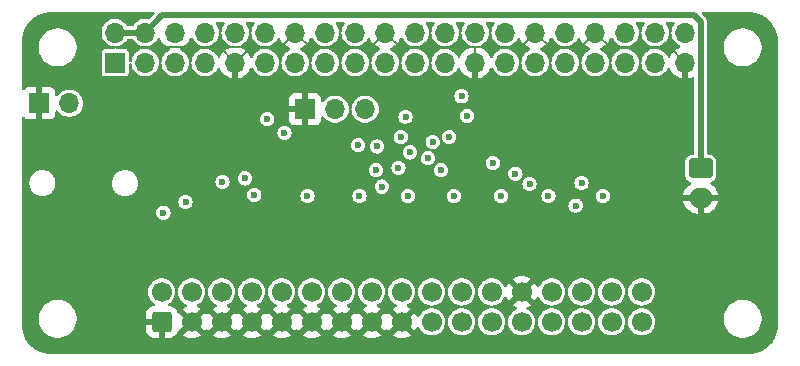
<source format=gbr>
%TF.GenerationSoftware,KiCad,Pcbnew,8.0.4+dfsg-1*%
%TF.CreationDate,2025-02-22T18:35:30+01:00*%
%TF.ProjectId,Acorn_1Mhz_bus_PiZero_interface,41636f72-6e5f-4314-9d68-7a5f6275735f,rev?*%
%TF.SameCoordinates,Original*%
%TF.FileFunction,Copper,L2,Inr*%
%TF.FilePolarity,Positive*%
%FSLAX46Y46*%
G04 Gerber Fmt 4.6, Leading zero omitted, Abs format (unit mm)*
G04 Created by KiCad (PCBNEW 8.0.4+dfsg-1) date 2025-02-22 18:35:30*
%MOMM*%
%LPD*%
G01*
G04 APERTURE LIST*
G04 Aperture macros list*
%AMRoundRect*
0 Rectangle with rounded corners*
0 $1 Rounding radius*
0 $2 $3 $4 $5 $6 $7 $8 $9 X,Y pos of 4 corners*
0 Add a 4 corners polygon primitive as box body*
4,1,4,$2,$3,$4,$5,$6,$7,$8,$9,$2,$3,0*
0 Add four circle primitives for the rounded corners*
1,1,$1+$1,$2,$3*
1,1,$1+$1,$4,$5*
1,1,$1+$1,$6,$7*
1,1,$1+$1,$8,$9*
0 Add four rect primitives between the rounded corners*
20,1,$1+$1,$2,$3,$4,$5,0*
20,1,$1+$1,$4,$5,$6,$7,0*
20,1,$1+$1,$6,$7,$8,$9,0*
20,1,$1+$1,$8,$9,$2,$3,0*%
G04 Aperture macros list end*
%TA.AperFunction,ComponentPad*%
%ADD10R,1.700000X1.700000*%
%TD*%
%TA.AperFunction,ComponentPad*%
%ADD11O,1.700000X1.700000*%
%TD*%
%TA.AperFunction,ComponentPad*%
%ADD12RoundRect,0.250000X-0.750000X0.600000X-0.750000X-0.600000X0.750000X-0.600000X0.750000X0.600000X0*%
%TD*%
%TA.AperFunction,ComponentPad*%
%ADD13O,2.000000X1.700000*%
%TD*%
%TA.AperFunction,ComponentPad*%
%ADD14RoundRect,0.250000X0.600000X-0.600000X0.600000X0.600000X-0.600000X0.600000X-0.600000X-0.600000X0*%
%TD*%
%TA.AperFunction,ComponentPad*%
%ADD15C,1.700000*%
%TD*%
%TA.AperFunction,ViaPad*%
%ADD16C,0.600000*%
%TD*%
%TA.AperFunction,Conductor*%
%ADD17C,0.200000*%
%TD*%
%TA.AperFunction,Conductor*%
%ADD18C,0.500000*%
%TD*%
G04 APERTURE END LIST*
D10*
%TO.N,GND*%
%TO.C,J5*%
X124500000Y-108750000D03*
D11*
%TO.N,TxD*%
X127040000Y-108750000D03*
%TO.N,RxD*%
X129580000Y-108750000D03*
%TD*%
D10*
%TO.N,GND*%
%TO.C,J4*%
X102000000Y-108250000D03*
D11*
%TO.N,Net-(J4-Pin_2)*%
X104540000Y-108250000D03*
%TD*%
D12*
%TO.N,+5V*%
%TO.C,J6*%
X158000000Y-113750000D03*
D13*
%TO.N,GND*%
X158000000Y-116250000D03*
%TD*%
D14*
%TO.N,GND*%
%TO.C,J1*%
X112350000Y-126750000D03*
D15*
%TO.N,R{slash}~{W}*%
X112350000Y-124210000D03*
%TO.N,GND*%
X114890000Y-126750000D03*
%TO.N,1MHz*%
X114890000Y-124210000D03*
%TO.N,GND*%
X117430000Y-126750000D03*
%TO.N,~{NMI}*%
X117430000Y-124210000D03*
%TO.N,GND*%
X119970000Y-126750000D03*
%TO.N,~{IRQ}*%
X119970000Y-124210000D03*
%TO.N,GND*%
X122510000Y-126750000D03*
%TO.N,~{PCFC}*%
X122510000Y-124210000D03*
%TO.N,GND*%
X125050000Y-126750000D03*
%TO.N,~{PCFD}*%
X125050000Y-124210000D03*
%TO.N,GND*%
X127590000Y-126750000D03*
%TO.N,~{RST}*%
X127590000Y-124210000D03*
%TO.N,GND*%
X130130000Y-126750000D03*
%TO.N,BBC_Audio*%
X130130000Y-124210000D03*
%TO.N,GND*%
X132670000Y-126750000D03*
%TO.N,D0*%
X132670000Y-124210000D03*
%TO.N,D1*%
X135210000Y-126750000D03*
%TO.N,D2*%
X135210000Y-124210000D03*
%TO.N,D3*%
X137750000Y-126750000D03*
%TO.N,D4*%
X137750000Y-124210000D03*
%TO.N,D5*%
X140290000Y-126750000D03*
%TO.N,D6*%
X140290000Y-124210000D03*
%TO.N,D7*%
X142830000Y-126750000D03*
%TO.N,GND*%
X142830000Y-124210000D03*
%TO.N,A0*%
X145370000Y-126750000D03*
%TO.N,A1*%
X145370000Y-124210000D03*
%TO.N,A2*%
X147910000Y-126750000D03*
%TO.N,A3*%
X147910000Y-124210000D03*
%TO.N,A4*%
X150450000Y-126750000D03*
%TO.N,A5*%
X150450000Y-124210000D03*
%TO.N,A6*%
X152990000Y-126750000D03*
%TO.N,A7*%
X152990000Y-124210000D03*
%TD*%
D10*
%TO.N,+3V3*%
%TO.C,J2*%
X108418680Y-104800000D03*
D11*
%TO.N,+5V*%
X108418680Y-102260000D03*
%TO.N,GPIO_2*%
X110958680Y-104800000D03*
%TO.N,+5V*%
X110958680Y-102260000D03*
%TO.N,GPIO_3*%
X113498680Y-104800000D03*
%TO.N,GND*%
X113498680Y-102260000D03*
%TO.N,GPIO_4*%
X116038680Y-104800000D03*
%TO.N,TxD*%
X116038680Y-102260000D03*
%TO.N,GND*%
X118578680Y-104800000D03*
%TO.N,RxD*%
X118578680Y-102260000D03*
%TO.N,GPIO_17*%
X121118680Y-104800000D03*
%TO.N,GPIO_18*%
X121118680Y-102260000D03*
%TO.N,GPIO_27*%
X123658680Y-104800000D03*
%TO.N,GND*%
X123658680Y-102260000D03*
%TO.N,GPIO_22*%
X126198680Y-104800000D03*
%TO.N,GPIO_23*%
X126198680Y-102260000D03*
%TO.N,+3V3*%
X128738680Y-104800000D03*
%TO.N,GPIO_24*%
X128738680Y-102260000D03*
%TO.N,GPIO_10*%
X131278680Y-104800000D03*
%TO.N,GND*%
X131278680Y-102260000D03*
%TO.N,GPIO_9*%
X133818680Y-104800000D03*
%TO.N,GPIO_25*%
X133818680Y-102260000D03*
%TO.N,GPIO_11*%
X136358680Y-104800000D03*
%TO.N,GPIO_8*%
X136358680Y-102260000D03*
%TO.N,GND*%
X138898680Y-104800000D03*
%TO.N,GPIO_7*%
X138898680Y-102260000D03*
%TO.N,ID_SD*%
X141438680Y-104800000D03*
%TO.N,ID_SC*%
X141438680Y-102260000D03*
%TO.N,GPIO_5*%
X143978680Y-104800000D03*
%TO.N,GND*%
X143978680Y-102260000D03*
%TO.N,GPIO_6*%
X146518680Y-104800000D03*
%TO.N,GPIO_12*%
X146518680Y-102260000D03*
%TO.N,GPIO_13*%
X149058680Y-104800000D03*
%TO.N,GND*%
X149058680Y-102260000D03*
%TO.N,GPIO_19*%
X151598680Y-104800000D03*
%TO.N,GPIO_16*%
X151598680Y-102260000D03*
%TO.N,GPIO_26*%
X154138680Y-104800000D03*
%TO.N,GPIO_20*%
X154138680Y-102260000D03*
%TO.N,GND*%
X156678680Y-104800000D03*
%TO.N,GPIO_21*%
X156678680Y-102260000D03*
%TD*%
D16*
%TO.N,GPIO_13*%
X112500000Y-117500000D03*
%TO.N,GPIO_10*%
X122750000Y-110750000D03*
%TO.N,GPIO_11*%
X133000000Y-109400000D03*
%TO.N,GPIO_12*%
X132600000Y-111100000D03*
%TO.N,GPIO_24*%
X129000000Y-111800000D03*
%TO.N,GPIO_25*%
X130600000Y-111900000D03*
%TO.N,GPIO_26*%
X133400000Y-112400000D03*
%TO.N,GPIO_2*%
X131000000Y-115300000D03*
%TO.N,GPIO_3*%
X130500000Y-113900000D03*
%TO.N,GPIO_4*%
X132400000Y-113700000D03*
%TO.N,GPIO_6*%
X136000000Y-113900000D03*
X140400000Y-113300000D03*
%TO.N,GPIO_7*%
X138200000Y-109300000D03*
%TO.N,GPIO_8*%
X137744454Y-107655546D03*
%TO.N,GPIO_17*%
X142300000Y-114200000D03*
X134900000Y-112900000D03*
%TO.N,GPIO_18*%
X143500000Y-115100000D03*
X121300000Y-109600000D03*
%TO.N,GPIO_22*%
X135300000Y-111500000D03*
X147400000Y-116900000D03*
%TO.N,GPIO_23*%
X136700000Y-111100000D03*
X147900000Y-115000000D03*
%TO.N,Net-(D1A-K)*%
X149700000Y-116100000D03*
X129100000Y-116100000D03*
X124700000Y-116100000D03*
X137100000Y-116100000D03*
X141100000Y-116100000D03*
X145100000Y-116100000D03*
X120200000Y-116000000D03*
X133200000Y-116100000D03*
%TO.N,GND*%
X133400000Y-110200000D03*
X111900000Y-114000000D03*
X131500000Y-116800000D03*
X139600000Y-118900000D03*
X132600000Y-112000000D03*
X148000000Y-116250000D03*
X102400000Y-117700000D03*
X102400000Y-112300000D03*
X131500000Y-112000000D03*
X129000000Y-118900000D03*
X121000000Y-113300000D03*
X112500000Y-116600000D03*
X134200000Y-118900000D03*
X116600000Y-115300000D03*
X139600000Y-117000000D03*
X150300000Y-118900000D03*
X115900000Y-115750000D03*
X134000000Y-113200000D03*
X141250000Y-109100000D03*
X112800000Y-108300000D03*
X113500000Y-119750000D03*
X112400000Y-118400000D03*
X143200000Y-114200000D03*
X101900000Y-110500000D03*
X137500000Y-108600000D03*
X119300000Y-115700000D03*
X124100000Y-118900000D03*
X131500000Y-113800000D03*
X145100000Y-118900000D03*
X128100000Y-111700000D03*
X101300000Y-117700000D03*
X116750000Y-117250000D03*
X150600000Y-116100000D03*
X101800000Y-119500000D03*
X101300000Y-112300000D03*
X115200000Y-113500000D03*
X122000000Y-110250000D03*
X136300000Y-109300000D03*
X139900000Y-114100000D03*
X143500000Y-116700000D03*
X133100000Y-114300000D03*
X123300000Y-116900000D03*
X127500000Y-116750000D03*
X136700000Y-113300000D03*
%TO.N,+5V*%
X117500000Y-114900000D03*
%TO.N,Net-(JP1-A)*%
X119400000Y-114600000D03*
X114375000Y-116625000D03*
%TD*%
D17*
%TO.N,GND*%
X134800000Y-103500000D02*
X135100000Y-103800000D01*
X143978680Y-102260000D02*
X145218680Y-103500000D01*
X150298680Y-103500000D02*
X155378680Y-103500000D01*
X147818680Y-103500000D02*
X149058680Y-102260000D01*
X117000000Y-103500000D02*
X107900000Y-103500000D01*
X135100000Y-103800000D02*
X135100000Y-105500000D01*
X132518680Y-103500000D02*
X134800000Y-103500000D01*
X131278680Y-102260000D02*
X132518680Y-103500000D01*
X124900000Y-103501320D02*
X130037360Y-103501320D01*
X123658680Y-102260000D02*
X122418680Y-103500000D01*
X122418680Y-103500000D02*
X122200000Y-103500000D01*
X149058680Y-102260000D02*
X150298680Y-103500000D01*
X118578680Y-104800000D02*
X117278680Y-103500000D01*
X145218680Y-103500000D02*
X147818680Y-103500000D01*
X138898680Y-103501320D02*
X138900000Y-103500000D01*
X155378680Y-103500000D02*
X156678680Y-104800000D01*
X130037360Y-103501320D02*
X131278680Y-102260000D01*
X143978680Y-102260000D02*
X142738680Y-103500000D01*
X119878680Y-103500000D02*
X118578680Y-104800000D01*
X124900000Y-103501320D02*
X124900000Y-105200000D01*
X123658680Y-102260000D02*
X124900000Y-103501320D01*
X119878680Y-103500000D02*
X117000000Y-103500000D01*
X122200000Y-103500000D02*
X119878680Y-103500000D01*
X142738680Y-103500000D02*
X138900000Y-103500000D01*
X138900000Y-103500000D02*
X134800000Y-103500000D01*
X138898680Y-104800000D02*
X138898680Y-103501320D01*
X107900000Y-103500000D02*
X107800000Y-103400000D01*
X117278680Y-103500000D02*
X117000000Y-103500000D01*
D18*
%TO.N,+5V*%
X158000000Y-101400000D02*
X158000000Y-113750000D01*
X110958680Y-102260000D02*
X112418680Y-100800000D01*
X108418680Y-102260000D02*
X110958680Y-102260000D01*
X112418680Y-100800000D02*
X157400000Y-100800000D01*
X157400000Y-100800000D02*
X158000000Y-101400000D01*
%TD*%
%TA.AperFunction,Conductor*%
%TO.N,GND*%
G36*
X111707332Y-100520185D02*
G01*
X111753087Y-100572989D01*
X111763031Y-100642147D01*
X111734006Y-100705703D01*
X111727974Y-100712181D01*
X111335078Y-101105075D01*
X111273755Y-101138560D01*
X111224613Y-101139282D01*
X111065290Y-101109500D01*
X110852070Y-101109500D01*
X110642482Y-101148679D01*
X110642479Y-101148679D01*
X110642479Y-101148680D01*
X110443662Y-101225701D01*
X110443660Y-101225702D01*
X110262379Y-101337947D01*
X110104807Y-101481593D01*
X109972859Y-101656320D01*
X109971702Y-101655446D01*
X109924887Y-101697412D01*
X109871486Y-101709500D01*
X109505874Y-101709500D01*
X109438835Y-101689815D01*
X109405302Y-101655714D01*
X109404501Y-101656320D01*
X109272552Y-101481593D01*
X109200086Y-101415531D01*
X109114982Y-101337948D01*
X108933699Y-101225702D01*
X108933697Y-101225701D01*
X108834288Y-101187190D01*
X108734878Y-101148679D01*
X108525290Y-101109500D01*
X108312070Y-101109500D01*
X108102482Y-101148679D01*
X108102479Y-101148679D01*
X108102479Y-101148680D01*
X107903662Y-101225701D01*
X107903660Y-101225702D01*
X107722379Y-101337947D01*
X107564807Y-101481593D01*
X107436312Y-101651746D01*
X107341276Y-101842605D01*
X107341276Y-101842607D01*
X107282924Y-102047689D01*
X107269351Y-102194174D01*
X107263251Y-102260000D01*
X107282924Y-102472310D01*
X107336355Y-102660099D01*
X107341276Y-102677392D01*
X107341276Y-102677394D01*
X107436312Y-102868253D01*
X107532732Y-102995932D01*
X107564808Y-103038407D01*
X107722378Y-103182052D01*
X107903661Y-103294298D01*
X108102482Y-103371321D01*
X108275224Y-103403612D01*
X108337503Y-103435279D01*
X108372776Y-103495591D01*
X108369842Y-103565400D01*
X108329633Y-103622540D01*
X108264915Y-103648871D01*
X108252437Y-103649500D01*
X107523823Y-103649500D01*
X107523797Y-103649502D01*
X107498692Y-103652413D01*
X107498688Y-103652415D01*
X107395915Y-103697793D01*
X107316474Y-103777234D01*
X107271095Y-103880006D01*
X107271095Y-103880008D01*
X107268180Y-103905131D01*
X107268180Y-105694856D01*
X107268182Y-105694882D01*
X107271093Y-105719987D01*
X107271095Y-105719991D01*
X107316473Y-105822764D01*
X107316474Y-105822765D01*
X107395915Y-105902206D01*
X107498689Y-105947585D01*
X107523815Y-105950500D01*
X109313544Y-105950499D01*
X109313559Y-105950497D01*
X109313562Y-105950497D01*
X109338667Y-105947586D01*
X109338668Y-105947585D01*
X109338671Y-105947585D01*
X109441445Y-105902206D01*
X109520886Y-105822765D01*
X109566265Y-105719991D01*
X109569180Y-105694865D01*
X109569179Y-104956046D01*
X109588863Y-104889009D01*
X109641667Y-104843254D01*
X109710826Y-104833310D01*
X109774382Y-104862335D01*
X109812156Y-104921113D01*
X109816650Y-104944606D01*
X109820230Y-104983239D01*
X109822924Y-105012310D01*
X109876355Y-105200099D01*
X109881276Y-105217392D01*
X109881276Y-105217394D01*
X109976312Y-105408253D01*
X110104807Y-105578406D01*
X110104808Y-105578407D01*
X110262378Y-105722052D01*
X110443661Y-105834298D01*
X110642482Y-105911321D01*
X110852070Y-105950500D01*
X110852072Y-105950500D01*
X111065288Y-105950500D01*
X111065290Y-105950500D01*
X111274878Y-105911321D01*
X111473699Y-105834298D01*
X111654982Y-105722052D01*
X111812552Y-105578407D01*
X111941046Y-105408255D01*
X111994950Y-105300000D01*
X112036083Y-105217394D01*
X112036083Y-105217393D01*
X112036085Y-105217389D01*
X112094436Y-105012310D01*
X112105209Y-104896047D01*
X112130995Y-104831111D01*
X112175549Y-104799194D01*
X112139177Y-104778331D01*
X112106987Y-104716318D01*
X112105209Y-104703951D01*
X112104529Y-104696613D01*
X112094436Y-104587690D01*
X112036085Y-104382611D01*
X112036083Y-104382606D01*
X112036083Y-104382605D01*
X111941047Y-104191746D01*
X111812552Y-104021593D01*
X111654982Y-103877948D01*
X111473699Y-103765702D01*
X111473697Y-103765701D01*
X111374288Y-103727190D01*
X111274878Y-103688679D01*
X111078065Y-103651888D01*
X111015786Y-103620221D01*
X110980513Y-103559908D01*
X110983447Y-103490100D01*
X111023656Y-103432960D01*
X111078064Y-103408111D01*
X111274878Y-103371321D01*
X111473699Y-103294298D01*
X111654982Y-103182052D01*
X111812552Y-103038407D01*
X111941046Y-102868255D01*
X112008005Y-102733781D01*
X112055505Y-102682548D01*
X112123168Y-102665126D01*
X112189508Y-102687051D01*
X112231385Y-102736651D01*
X112325079Y-102937578D01*
X112460574Y-103131082D01*
X112627597Y-103298105D01*
X112821101Y-103433600D01*
X113020253Y-103526466D01*
X113072692Y-103572638D01*
X113091844Y-103639832D01*
X113071628Y-103706713D01*
X113018463Y-103752048D01*
X113012648Y-103754472D01*
X113005451Y-103757260D01*
X112983662Y-103765701D01*
X112983660Y-103765702D01*
X112802379Y-103877947D01*
X112644807Y-104021593D01*
X112516312Y-104191746D01*
X112421276Y-104382605D01*
X112421276Y-104382607D01*
X112362924Y-104587689D01*
X112352151Y-104703951D01*
X112326365Y-104768888D01*
X112281810Y-104800804D01*
X112318183Y-104821668D01*
X112350373Y-104883681D01*
X112352150Y-104896047D01*
X112362924Y-105012310D01*
X112416355Y-105200099D01*
X112421276Y-105217392D01*
X112421276Y-105217394D01*
X112516312Y-105408253D01*
X112644807Y-105578406D01*
X112644808Y-105578407D01*
X112802378Y-105722052D01*
X112983661Y-105834298D01*
X113182482Y-105911321D01*
X113392070Y-105950500D01*
X113392072Y-105950500D01*
X113605288Y-105950500D01*
X113605290Y-105950500D01*
X113814878Y-105911321D01*
X114013699Y-105834298D01*
X114194982Y-105722052D01*
X114352552Y-105578407D01*
X114481046Y-105408255D01*
X114534950Y-105300000D01*
X114576083Y-105217394D01*
X114576083Y-105217393D01*
X114576085Y-105217389D01*
X114634436Y-105012310D01*
X114645209Y-104896047D01*
X114670995Y-104831111D01*
X114715549Y-104799194D01*
X114679177Y-104778331D01*
X114646987Y-104716318D01*
X114645209Y-104703951D01*
X114644529Y-104696613D01*
X114634436Y-104587690D01*
X114576085Y-104382611D01*
X114576083Y-104382606D01*
X114576083Y-104382605D01*
X114481047Y-104191746D01*
X114352552Y-104021593D01*
X114194982Y-103877948D01*
X114013699Y-103765702D01*
X114013694Y-103765700D01*
X114003849Y-103761886D01*
X113984717Y-103754474D01*
X113929316Y-103711903D01*
X113905725Y-103646136D01*
X113921436Y-103578056D01*
X113971459Y-103529276D01*
X113977106Y-103526466D01*
X114176258Y-103433599D01*
X114369762Y-103298105D01*
X114536785Y-103131082D01*
X114672280Y-102937578D01*
X114765974Y-102736651D01*
X114812146Y-102684212D01*
X114879340Y-102665060D01*
X114946221Y-102685276D01*
X114989356Y-102733785D01*
X115056312Y-102868253D01*
X115152732Y-102995932D01*
X115184808Y-103038407D01*
X115342378Y-103182052D01*
X115523661Y-103294298D01*
X115722482Y-103371321D01*
X115919293Y-103408111D01*
X115981573Y-103439779D01*
X116016846Y-103500092D01*
X116013912Y-103569900D01*
X115973703Y-103627040D01*
X115919293Y-103651888D01*
X115722482Y-103688679D01*
X115722479Y-103688679D01*
X115722479Y-103688680D01*
X115523662Y-103765701D01*
X115523660Y-103765702D01*
X115342379Y-103877947D01*
X115184807Y-104021593D01*
X115056312Y-104191746D01*
X114961276Y-104382605D01*
X114961276Y-104382607D01*
X114902924Y-104587689D01*
X114892151Y-104703951D01*
X114866365Y-104768888D01*
X114821810Y-104800804D01*
X114858183Y-104821668D01*
X114890373Y-104883681D01*
X114892150Y-104896047D01*
X114902924Y-105012310D01*
X114956355Y-105200099D01*
X114961276Y-105217392D01*
X114961276Y-105217394D01*
X115056312Y-105408253D01*
X115184807Y-105578406D01*
X115184808Y-105578407D01*
X115342378Y-105722052D01*
X115523661Y-105834298D01*
X115722482Y-105911321D01*
X115932070Y-105950500D01*
X115932072Y-105950500D01*
X116145288Y-105950500D01*
X116145290Y-105950500D01*
X116354878Y-105911321D01*
X116553699Y-105834298D01*
X116734982Y-105722052D01*
X116892552Y-105578407D01*
X117021046Y-105408255D01*
X117088005Y-105273781D01*
X117135505Y-105222548D01*
X117203168Y-105205126D01*
X117269508Y-105227051D01*
X117311385Y-105276651D01*
X117405079Y-105477578D01*
X117540574Y-105671082D01*
X117707597Y-105838105D01*
X117901101Y-105973600D01*
X118115187Y-106073429D01*
X118115196Y-106073433D01*
X118328680Y-106130634D01*
X118328680Y-105233012D01*
X118385687Y-105265925D01*
X118512854Y-105300000D01*
X118644506Y-105300000D01*
X118771673Y-105265925D01*
X118828680Y-105233012D01*
X118828680Y-106130633D01*
X119042163Y-106073433D01*
X119042172Y-106073429D01*
X119256258Y-105973600D01*
X119449762Y-105838105D01*
X119616785Y-105671082D01*
X119752280Y-105477578D01*
X119845974Y-105276651D01*
X119892146Y-105224212D01*
X119959340Y-105205060D01*
X120026221Y-105225276D01*
X120069356Y-105273785D01*
X120136312Y-105408253D01*
X120264807Y-105578406D01*
X120264808Y-105578407D01*
X120422378Y-105722052D01*
X120603661Y-105834298D01*
X120802482Y-105911321D01*
X121012070Y-105950500D01*
X121012072Y-105950500D01*
X121225288Y-105950500D01*
X121225290Y-105950500D01*
X121434878Y-105911321D01*
X121633699Y-105834298D01*
X121814982Y-105722052D01*
X121972552Y-105578407D01*
X122101046Y-105408255D01*
X122154950Y-105300000D01*
X122196083Y-105217394D01*
X122196083Y-105217393D01*
X122196085Y-105217389D01*
X122254436Y-105012310D01*
X122265209Y-104896047D01*
X122290995Y-104831111D01*
X122335549Y-104799194D01*
X122299177Y-104778331D01*
X122266987Y-104716318D01*
X122265209Y-104703951D01*
X122264529Y-104696613D01*
X122254436Y-104587690D01*
X122196085Y-104382611D01*
X122196083Y-104382606D01*
X122196083Y-104382605D01*
X122101047Y-104191746D01*
X121972552Y-104021593D01*
X121814982Y-103877948D01*
X121633699Y-103765702D01*
X121633697Y-103765701D01*
X121534288Y-103727190D01*
X121434878Y-103688679D01*
X121238065Y-103651888D01*
X121175786Y-103620221D01*
X121140513Y-103559908D01*
X121143447Y-103490100D01*
X121183656Y-103432960D01*
X121238064Y-103408111D01*
X121434878Y-103371321D01*
X121633699Y-103294298D01*
X121814982Y-103182052D01*
X121972552Y-103038407D01*
X122101046Y-102868255D01*
X122168005Y-102733781D01*
X122215505Y-102682548D01*
X122283168Y-102665126D01*
X122349508Y-102687051D01*
X122391385Y-102736651D01*
X122485079Y-102937578D01*
X122620574Y-103131082D01*
X122787597Y-103298105D01*
X122981101Y-103433600D01*
X123180253Y-103526466D01*
X123232692Y-103572638D01*
X123251844Y-103639832D01*
X123231628Y-103706713D01*
X123178463Y-103752048D01*
X123172648Y-103754472D01*
X123165451Y-103757260D01*
X123143662Y-103765701D01*
X123143660Y-103765702D01*
X122962379Y-103877947D01*
X122804807Y-104021593D01*
X122676312Y-104191746D01*
X122581276Y-104382605D01*
X122581276Y-104382607D01*
X122522924Y-104587689D01*
X122512151Y-104703951D01*
X122486365Y-104768888D01*
X122441810Y-104800804D01*
X122478183Y-104821668D01*
X122510373Y-104883681D01*
X122512150Y-104896047D01*
X122522924Y-105012310D01*
X122576355Y-105200099D01*
X122581276Y-105217392D01*
X122581276Y-105217394D01*
X122676312Y-105408253D01*
X122804807Y-105578406D01*
X122804808Y-105578407D01*
X122962378Y-105722052D01*
X123143661Y-105834298D01*
X123342482Y-105911321D01*
X123552070Y-105950500D01*
X123552072Y-105950500D01*
X123765288Y-105950500D01*
X123765290Y-105950500D01*
X123974878Y-105911321D01*
X124173699Y-105834298D01*
X124354982Y-105722052D01*
X124512552Y-105578407D01*
X124641046Y-105408255D01*
X124694950Y-105300000D01*
X124736083Y-105217394D01*
X124736083Y-105217393D01*
X124736085Y-105217389D01*
X124794436Y-105012310D01*
X124805209Y-104896047D01*
X124830995Y-104831111D01*
X124875549Y-104799194D01*
X124839177Y-104778331D01*
X124806987Y-104716318D01*
X124805209Y-104703951D01*
X124804529Y-104696613D01*
X124794436Y-104587690D01*
X124736085Y-104382611D01*
X124736083Y-104382606D01*
X124736083Y-104382605D01*
X124641047Y-104191746D01*
X124512552Y-104021593D01*
X124354982Y-103877948D01*
X124173699Y-103765702D01*
X124173694Y-103765700D01*
X124163849Y-103761886D01*
X124144717Y-103754474D01*
X124089316Y-103711903D01*
X124065725Y-103646136D01*
X124081436Y-103578056D01*
X124131459Y-103529276D01*
X124137106Y-103526466D01*
X124336258Y-103433599D01*
X124529762Y-103298105D01*
X124696785Y-103131082D01*
X124832280Y-102937578D01*
X124925974Y-102736651D01*
X124972146Y-102684212D01*
X125039340Y-102665060D01*
X125106221Y-102685276D01*
X125149356Y-102733785D01*
X125216312Y-102868253D01*
X125312732Y-102995932D01*
X125344808Y-103038407D01*
X125502378Y-103182052D01*
X125683661Y-103294298D01*
X125882482Y-103371321D01*
X126079293Y-103408111D01*
X126141573Y-103439779D01*
X126176846Y-103500092D01*
X126173912Y-103569900D01*
X126133703Y-103627040D01*
X126079293Y-103651888D01*
X125882482Y-103688679D01*
X125882479Y-103688679D01*
X125882479Y-103688680D01*
X125683662Y-103765701D01*
X125683660Y-103765702D01*
X125502379Y-103877947D01*
X125344807Y-104021593D01*
X125216312Y-104191746D01*
X125121276Y-104382605D01*
X125121276Y-104382607D01*
X125062924Y-104587689D01*
X125052151Y-104703951D01*
X125026365Y-104768888D01*
X124981810Y-104800804D01*
X125018183Y-104821668D01*
X125050373Y-104883681D01*
X125052150Y-104896047D01*
X125062924Y-105012310D01*
X125116355Y-105200099D01*
X125121276Y-105217392D01*
X125121276Y-105217394D01*
X125216312Y-105408253D01*
X125344807Y-105578406D01*
X125344808Y-105578407D01*
X125502378Y-105722052D01*
X125683661Y-105834298D01*
X125882482Y-105911321D01*
X126092070Y-105950500D01*
X126092072Y-105950500D01*
X126305288Y-105950500D01*
X126305290Y-105950500D01*
X126514878Y-105911321D01*
X126713699Y-105834298D01*
X126894982Y-105722052D01*
X127052552Y-105578407D01*
X127181046Y-105408255D01*
X127234950Y-105300000D01*
X127276083Y-105217394D01*
X127276083Y-105217393D01*
X127276085Y-105217389D01*
X127334436Y-105012310D01*
X127345209Y-104896047D01*
X127370995Y-104831111D01*
X127415549Y-104799194D01*
X127379177Y-104778331D01*
X127346987Y-104716318D01*
X127345209Y-104703951D01*
X127344529Y-104696613D01*
X127334436Y-104587690D01*
X127276085Y-104382611D01*
X127276083Y-104382606D01*
X127276083Y-104382605D01*
X127181047Y-104191746D01*
X127052552Y-104021593D01*
X126894982Y-103877948D01*
X126713699Y-103765702D01*
X126713697Y-103765701D01*
X126614288Y-103727190D01*
X126514878Y-103688679D01*
X126318065Y-103651888D01*
X126255786Y-103620221D01*
X126220513Y-103559908D01*
X126223447Y-103490100D01*
X126263656Y-103432960D01*
X126318064Y-103408111D01*
X126514878Y-103371321D01*
X126713699Y-103294298D01*
X126894982Y-103182052D01*
X127052552Y-103038407D01*
X127181046Y-102868255D01*
X127183324Y-102863680D01*
X127276083Y-102677394D01*
X127276083Y-102677393D01*
X127276085Y-102677389D01*
X127334436Y-102472310D01*
X127345209Y-102356047D01*
X127370995Y-102291111D01*
X127415549Y-102259194D01*
X127379177Y-102238331D01*
X127346987Y-102176318D01*
X127345209Y-102163951D01*
X127342168Y-102131132D01*
X127334436Y-102047690D01*
X127276085Y-101842611D01*
X127276083Y-101842606D01*
X127276083Y-101842605D01*
X127181047Y-101651746D01*
X127128692Y-101582418D01*
X127103626Y-101549226D01*
X127078935Y-101483866D01*
X127093500Y-101415531D01*
X127142697Y-101365919D01*
X127202581Y-101350500D01*
X127734779Y-101350500D01*
X127801818Y-101370185D01*
X127847573Y-101422989D01*
X127857517Y-101492147D01*
X127833733Y-101549227D01*
X127756312Y-101651746D01*
X127661276Y-101842605D01*
X127661276Y-101842607D01*
X127602924Y-102047689D01*
X127592151Y-102163951D01*
X127566365Y-102228888D01*
X127521810Y-102260804D01*
X127558183Y-102281668D01*
X127590373Y-102343681D01*
X127592150Y-102356047D01*
X127602924Y-102472310D01*
X127656355Y-102660099D01*
X127661276Y-102677392D01*
X127661276Y-102677394D01*
X127756312Y-102868253D01*
X127852732Y-102995932D01*
X127884808Y-103038407D01*
X128042378Y-103182052D01*
X128223661Y-103294298D01*
X128422482Y-103371321D01*
X128619293Y-103408111D01*
X128681573Y-103439779D01*
X128716846Y-103500092D01*
X128713912Y-103569900D01*
X128673703Y-103627040D01*
X128619293Y-103651888D01*
X128422482Y-103688679D01*
X128422479Y-103688679D01*
X128422479Y-103688680D01*
X128223662Y-103765701D01*
X128223660Y-103765702D01*
X128042379Y-103877947D01*
X127884807Y-104021593D01*
X127756312Y-104191746D01*
X127661276Y-104382605D01*
X127661276Y-104382607D01*
X127602924Y-104587689D01*
X127592151Y-104703951D01*
X127566365Y-104768888D01*
X127521810Y-104800804D01*
X127558183Y-104821668D01*
X127590373Y-104883681D01*
X127592150Y-104896047D01*
X127602924Y-105012310D01*
X127656355Y-105200099D01*
X127661276Y-105217392D01*
X127661276Y-105217394D01*
X127756312Y-105408253D01*
X127884807Y-105578406D01*
X127884808Y-105578407D01*
X128042378Y-105722052D01*
X128223661Y-105834298D01*
X128422482Y-105911321D01*
X128632070Y-105950500D01*
X128632072Y-105950500D01*
X128845288Y-105950500D01*
X128845290Y-105950500D01*
X129054878Y-105911321D01*
X129253699Y-105834298D01*
X129434982Y-105722052D01*
X129592552Y-105578407D01*
X129721046Y-105408255D01*
X129774950Y-105300000D01*
X129816083Y-105217394D01*
X129816083Y-105217393D01*
X129816085Y-105217389D01*
X129874436Y-105012310D01*
X129885209Y-104896047D01*
X129910995Y-104831111D01*
X129955549Y-104799194D01*
X129919177Y-104778331D01*
X129886987Y-104716318D01*
X129885209Y-104703951D01*
X129884529Y-104696613D01*
X129874436Y-104587690D01*
X129816085Y-104382611D01*
X129816083Y-104382606D01*
X129816083Y-104382605D01*
X129721047Y-104191746D01*
X129592552Y-104021593D01*
X129434982Y-103877948D01*
X129253699Y-103765702D01*
X129253697Y-103765701D01*
X129154288Y-103727190D01*
X129054878Y-103688679D01*
X128858065Y-103651888D01*
X128795786Y-103620221D01*
X128760513Y-103559908D01*
X128763447Y-103490100D01*
X128803656Y-103432960D01*
X128858064Y-103408111D01*
X129054878Y-103371321D01*
X129253699Y-103294298D01*
X129434982Y-103182052D01*
X129592552Y-103038407D01*
X129721046Y-102868255D01*
X129788005Y-102733781D01*
X129835505Y-102682548D01*
X129903168Y-102665126D01*
X129969508Y-102687051D01*
X130011385Y-102736651D01*
X130105079Y-102937578D01*
X130240574Y-103131082D01*
X130407597Y-103298105D01*
X130601101Y-103433600D01*
X130800253Y-103526466D01*
X130852692Y-103572638D01*
X130871844Y-103639832D01*
X130851628Y-103706713D01*
X130798463Y-103752048D01*
X130792648Y-103754472D01*
X130785451Y-103757260D01*
X130763662Y-103765701D01*
X130763660Y-103765702D01*
X130582379Y-103877947D01*
X130424807Y-104021593D01*
X130296312Y-104191746D01*
X130201276Y-104382605D01*
X130201276Y-104382607D01*
X130142924Y-104587689D01*
X130132151Y-104703951D01*
X130106365Y-104768888D01*
X130061810Y-104800804D01*
X130098183Y-104821668D01*
X130130373Y-104883681D01*
X130132150Y-104896047D01*
X130142924Y-105012310D01*
X130196355Y-105200099D01*
X130201276Y-105217392D01*
X130201276Y-105217394D01*
X130296312Y-105408253D01*
X130424807Y-105578406D01*
X130424808Y-105578407D01*
X130582378Y-105722052D01*
X130763661Y-105834298D01*
X130962482Y-105911321D01*
X131172070Y-105950500D01*
X131172072Y-105950500D01*
X131385288Y-105950500D01*
X131385290Y-105950500D01*
X131594878Y-105911321D01*
X131793699Y-105834298D01*
X131974982Y-105722052D01*
X132132552Y-105578407D01*
X132261046Y-105408255D01*
X132314950Y-105300000D01*
X132356083Y-105217394D01*
X132356083Y-105217393D01*
X132356085Y-105217389D01*
X132414436Y-105012310D01*
X132425209Y-104896047D01*
X132450995Y-104831111D01*
X132495549Y-104799194D01*
X132459177Y-104778331D01*
X132426987Y-104716318D01*
X132425209Y-104703951D01*
X132424529Y-104696613D01*
X132414436Y-104587690D01*
X132356085Y-104382611D01*
X132356083Y-104382606D01*
X132356083Y-104382605D01*
X132261047Y-104191746D01*
X132132552Y-104021593D01*
X131974982Y-103877948D01*
X131793699Y-103765702D01*
X131793694Y-103765700D01*
X131783849Y-103761886D01*
X131764717Y-103754474D01*
X131709316Y-103711903D01*
X131685725Y-103646136D01*
X131701436Y-103578056D01*
X131751459Y-103529276D01*
X131757106Y-103526466D01*
X131956258Y-103433599D01*
X132149762Y-103298105D01*
X132316785Y-103131082D01*
X132452280Y-102937578D01*
X132545974Y-102736651D01*
X132592146Y-102684212D01*
X132659340Y-102665060D01*
X132726221Y-102685276D01*
X132769356Y-102733785D01*
X132836312Y-102868253D01*
X132932732Y-102995932D01*
X132964808Y-103038407D01*
X133122378Y-103182052D01*
X133303661Y-103294298D01*
X133502482Y-103371321D01*
X133699293Y-103408111D01*
X133761573Y-103439779D01*
X133796846Y-103500092D01*
X133793912Y-103569900D01*
X133753703Y-103627040D01*
X133699293Y-103651888D01*
X133502482Y-103688679D01*
X133502479Y-103688679D01*
X133502479Y-103688680D01*
X133303662Y-103765701D01*
X133303660Y-103765702D01*
X133122379Y-103877947D01*
X132964807Y-104021593D01*
X132836312Y-104191746D01*
X132741276Y-104382605D01*
X132741276Y-104382607D01*
X132682924Y-104587689D01*
X132672151Y-104703951D01*
X132646365Y-104768888D01*
X132601810Y-104800804D01*
X132638183Y-104821668D01*
X132670373Y-104883681D01*
X132672150Y-104896047D01*
X132682924Y-105012310D01*
X132736355Y-105200099D01*
X132741276Y-105217392D01*
X132741276Y-105217394D01*
X132836312Y-105408253D01*
X132964807Y-105578406D01*
X132964808Y-105578407D01*
X133122378Y-105722052D01*
X133303661Y-105834298D01*
X133502482Y-105911321D01*
X133712070Y-105950500D01*
X133712072Y-105950500D01*
X133925288Y-105950500D01*
X133925290Y-105950500D01*
X134134878Y-105911321D01*
X134333699Y-105834298D01*
X134514982Y-105722052D01*
X134672552Y-105578407D01*
X134801046Y-105408255D01*
X134854950Y-105300000D01*
X134896083Y-105217394D01*
X134896083Y-105217393D01*
X134896085Y-105217389D01*
X134954436Y-105012310D01*
X134965209Y-104896047D01*
X134990995Y-104831111D01*
X135035549Y-104799194D01*
X134999177Y-104778331D01*
X134966987Y-104716318D01*
X134965209Y-104703951D01*
X134964529Y-104696613D01*
X134954436Y-104587690D01*
X134896085Y-104382611D01*
X134896083Y-104382606D01*
X134896083Y-104382605D01*
X134801047Y-104191746D01*
X134672552Y-104021593D01*
X134514982Y-103877948D01*
X134333699Y-103765702D01*
X134333697Y-103765701D01*
X134234288Y-103727190D01*
X134134878Y-103688679D01*
X133938065Y-103651888D01*
X133875786Y-103620221D01*
X133840513Y-103559908D01*
X133843447Y-103490100D01*
X133883656Y-103432960D01*
X133938064Y-103408111D01*
X134134878Y-103371321D01*
X134333699Y-103294298D01*
X134514982Y-103182052D01*
X134672552Y-103038407D01*
X134801046Y-102868255D01*
X134803324Y-102863680D01*
X134896083Y-102677394D01*
X134896083Y-102677393D01*
X134896085Y-102677389D01*
X134954436Y-102472310D01*
X134965209Y-102356047D01*
X134990995Y-102291111D01*
X135035549Y-102259194D01*
X134999177Y-102238331D01*
X134966987Y-102176318D01*
X134965209Y-102163951D01*
X134962168Y-102131132D01*
X134954436Y-102047690D01*
X134896085Y-101842611D01*
X134896083Y-101842606D01*
X134896083Y-101842605D01*
X134801047Y-101651746D01*
X134748692Y-101582418D01*
X134723626Y-101549226D01*
X134698935Y-101483866D01*
X134713500Y-101415531D01*
X134762697Y-101365919D01*
X134822581Y-101350500D01*
X135354779Y-101350500D01*
X135421818Y-101370185D01*
X135467573Y-101422989D01*
X135477517Y-101492147D01*
X135453733Y-101549227D01*
X135376312Y-101651746D01*
X135281276Y-101842605D01*
X135281276Y-101842607D01*
X135222924Y-102047689D01*
X135212151Y-102163951D01*
X135186365Y-102228888D01*
X135141810Y-102260804D01*
X135178183Y-102281668D01*
X135210373Y-102343681D01*
X135212150Y-102356047D01*
X135222924Y-102472310D01*
X135276355Y-102660099D01*
X135281276Y-102677392D01*
X135281276Y-102677394D01*
X135376312Y-102868253D01*
X135472732Y-102995932D01*
X135504808Y-103038407D01*
X135662378Y-103182052D01*
X135843661Y-103294298D01*
X136042482Y-103371321D01*
X136239293Y-103408111D01*
X136301573Y-103439779D01*
X136336846Y-103500092D01*
X136333912Y-103569900D01*
X136293703Y-103627040D01*
X136239293Y-103651888D01*
X136042482Y-103688679D01*
X136042479Y-103688679D01*
X136042479Y-103688680D01*
X135843662Y-103765701D01*
X135843660Y-103765702D01*
X135662379Y-103877947D01*
X135504807Y-104021593D01*
X135376312Y-104191746D01*
X135281276Y-104382605D01*
X135281276Y-104382607D01*
X135222924Y-104587689D01*
X135212151Y-104703951D01*
X135186365Y-104768888D01*
X135141810Y-104800804D01*
X135178183Y-104821668D01*
X135210373Y-104883681D01*
X135212150Y-104896047D01*
X135222924Y-105012310D01*
X135276355Y-105200099D01*
X135281276Y-105217392D01*
X135281276Y-105217394D01*
X135376312Y-105408253D01*
X135504807Y-105578406D01*
X135504808Y-105578407D01*
X135662378Y-105722052D01*
X135843661Y-105834298D01*
X136042482Y-105911321D01*
X136252070Y-105950500D01*
X136252072Y-105950500D01*
X136465288Y-105950500D01*
X136465290Y-105950500D01*
X136674878Y-105911321D01*
X136873699Y-105834298D01*
X137054982Y-105722052D01*
X137212552Y-105578407D01*
X137341046Y-105408255D01*
X137408005Y-105273781D01*
X137455505Y-105222548D01*
X137523168Y-105205126D01*
X137589508Y-105227051D01*
X137631385Y-105276651D01*
X137725079Y-105477578D01*
X137860574Y-105671082D01*
X138027597Y-105838105D01*
X138221101Y-105973600D01*
X138435187Y-106073429D01*
X138435196Y-106073433D01*
X138648680Y-106130634D01*
X138648680Y-105233012D01*
X138705687Y-105265925D01*
X138832854Y-105300000D01*
X138964506Y-105300000D01*
X139091673Y-105265925D01*
X139148680Y-105233012D01*
X139148680Y-106130633D01*
X139362163Y-106073433D01*
X139362172Y-106073429D01*
X139576258Y-105973600D01*
X139769762Y-105838105D01*
X139936785Y-105671082D01*
X140072280Y-105477578D01*
X140165974Y-105276651D01*
X140212146Y-105224212D01*
X140279340Y-105205060D01*
X140346221Y-105225276D01*
X140389356Y-105273785D01*
X140456312Y-105408253D01*
X140584807Y-105578406D01*
X140584808Y-105578407D01*
X140742378Y-105722052D01*
X140923661Y-105834298D01*
X141122482Y-105911321D01*
X141332070Y-105950500D01*
X141332072Y-105950500D01*
X141545288Y-105950500D01*
X141545290Y-105950500D01*
X141754878Y-105911321D01*
X141953699Y-105834298D01*
X142134982Y-105722052D01*
X142292552Y-105578407D01*
X142421046Y-105408255D01*
X142474950Y-105300000D01*
X142516083Y-105217394D01*
X142516083Y-105217393D01*
X142516085Y-105217389D01*
X142574436Y-105012310D01*
X142585209Y-104896047D01*
X142610995Y-104831111D01*
X142655549Y-104799194D01*
X142619177Y-104778331D01*
X142586987Y-104716318D01*
X142585209Y-104703951D01*
X142584529Y-104696613D01*
X142574436Y-104587690D01*
X142516085Y-104382611D01*
X142516083Y-104382606D01*
X142516083Y-104382605D01*
X142421047Y-104191746D01*
X142292552Y-104021593D01*
X142134982Y-103877948D01*
X141953699Y-103765702D01*
X141953697Y-103765701D01*
X141854288Y-103727190D01*
X141754878Y-103688679D01*
X141558065Y-103651888D01*
X141495786Y-103620221D01*
X141460513Y-103559908D01*
X141463447Y-103490100D01*
X141503656Y-103432960D01*
X141558064Y-103408111D01*
X141754878Y-103371321D01*
X141953699Y-103294298D01*
X142134982Y-103182052D01*
X142292552Y-103038407D01*
X142421046Y-102868255D01*
X142488005Y-102733781D01*
X142535505Y-102682548D01*
X142603168Y-102665126D01*
X142669508Y-102687051D01*
X142711385Y-102736651D01*
X142805079Y-102937578D01*
X142940574Y-103131082D01*
X143107597Y-103298105D01*
X143301101Y-103433600D01*
X143500253Y-103526466D01*
X143552692Y-103572638D01*
X143571844Y-103639832D01*
X143551628Y-103706713D01*
X143498463Y-103752048D01*
X143492648Y-103754472D01*
X143485451Y-103757260D01*
X143463662Y-103765701D01*
X143463660Y-103765702D01*
X143282379Y-103877947D01*
X143124807Y-104021593D01*
X142996312Y-104191746D01*
X142901276Y-104382605D01*
X142901276Y-104382607D01*
X142842924Y-104587689D01*
X142832151Y-104703951D01*
X142806365Y-104768888D01*
X142761810Y-104800804D01*
X142798183Y-104821668D01*
X142830373Y-104883681D01*
X142832150Y-104896047D01*
X142842924Y-105012310D01*
X142896355Y-105200099D01*
X142901276Y-105217392D01*
X142901276Y-105217394D01*
X142996312Y-105408253D01*
X143124807Y-105578406D01*
X143124808Y-105578407D01*
X143282378Y-105722052D01*
X143463661Y-105834298D01*
X143662482Y-105911321D01*
X143872070Y-105950500D01*
X143872072Y-105950500D01*
X144085288Y-105950500D01*
X144085290Y-105950500D01*
X144294878Y-105911321D01*
X144493699Y-105834298D01*
X144674982Y-105722052D01*
X144832552Y-105578407D01*
X144961046Y-105408255D01*
X145014950Y-105300000D01*
X145056083Y-105217394D01*
X145056083Y-105217393D01*
X145056085Y-105217389D01*
X145114436Y-105012310D01*
X145125209Y-104896047D01*
X145150995Y-104831111D01*
X145195549Y-104799194D01*
X145159177Y-104778331D01*
X145126987Y-104716318D01*
X145125209Y-104703951D01*
X145124529Y-104696613D01*
X145114436Y-104587690D01*
X145056085Y-104382611D01*
X145056083Y-104382606D01*
X145056083Y-104382605D01*
X144961047Y-104191746D01*
X144832552Y-104021593D01*
X144674982Y-103877948D01*
X144493699Y-103765702D01*
X144493694Y-103765700D01*
X144483849Y-103761886D01*
X144464717Y-103754474D01*
X144409316Y-103711903D01*
X144385725Y-103646136D01*
X144401436Y-103578056D01*
X144451459Y-103529276D01*
X144457106Y-103526466D01*
X144656258Y-103433599D01*
X144849762Y-103298105D01*
X145016785Y-103131082D01*
X145152280Y-102937578D01*
X145245974Y-102736651D01*
X145292146Y-102684212D01*
X145359340Y-102665060D01*
X145426221Y-102685276D01*
X145469356Y-102733785D01*
X145536312Y-102868253D01*
X145632732Y-102995932D01*
X145664808Y-103038407D01*
X145822378Y-103182052D01*
X146003661Y-103294298D01*
X146202482Y-103371321D01*
X146399293Y-103408111D01*
X146461573Y-103439779D01*
X146496846Y-103500092D01*
X146493912Y-103569900D01*
X146453703Y-103627040D01*
X146399293Y-103651888D01*
X146202482Y-103688679D01*
X146202479Y-103688679D01*
X146202479Y-103688680D01*
X146003662Y-103765701D01*
X146003660Y-103765702D01*
X145822379Y-103877947D01*
X145664807Y-104021593D01*
X145536312Y-104191746D01*
X145441276Y-104382605D01*
X145441276Y-104382607D01*
X145382924Y-104587689D01*
X145372151Y-104703951D01*
X145346365Y-104768888D01*
X145301810Y-104800804D01*
X145338183Y-104821668D01*
X145370373Y-104883681D01*
X145372150Y-104896047D01*
X145382924Y-105012310D01*
X145436355Y-105200099D01*
X145441276Y-105217392D01*
X145441276Y-105217394D01*
X145536312Y-105408253D01*
X145664807Y-105578406D01*
X145664808Y-105578407D01*
X145822378Y-105722052D01*
X146003661Y-105834298D01*
X146202482Y-105911321D01*
X146412070Y-105950500D01*
X146412072Y-105950500D01*
X146625288Y-105950500D01*
X146625290Y-105950500D01*
X146834878Y-105911321D01*
X147033699Y-105834298D01*
X147214982Y-105722052D01*
X147372552Y-105578407D01*
X147501046Y-105408255D01*
X147554950Y-105300000D01*
X147596083Y-105217394D01*
X147596083Y-105217393D01*
X147596085Y-105217389D01*
X147654436Y-105012310D01*
X147665209Y-104896047D01*
X147690995Y-104831111D01*
X147735549Y-104799194D01*
X147699177Y-104778331D01*
X147666987Y-104716318D01*
X147665209Y-104703951D01*
X147664529Y-104696613D01*
X147654436Y-104587690D01*
X147596085Y-104382611D01*
X147596083Y-104382606D01*
X147596083Y-104382605D01*
X147501047Y-104191746D01*
X147372552Y-104021593D01*
X147214982Y-103877948D01*
X147033699Y-103765702D01*
X147033697Y-103765701D01*
X146934288Y-103727190D01*
X146834878Y-103688679D01*
X146638065Y-103651888D01*
X146575786Y-103620221D01*
X146540513Y-103559908D01*
X146543447Y-103490100D01*
X146583656Y-103432960D01*
X146638064Y-103408111D01*
X146834878Y-103371321D01*
X147033699Y-103294298D01*
X147214982Y-103182052D01*
X147372552Y-103038407D01*
X147501046Y-102868255D01*
X147568005Y-102733781D01*
X147615505Y-102682548D01*
X147683168Y-102665126D01*
X147749508Y-102687051D01*
X147791385Y-102736651D01*
X147885079Y-102937578D01*
X148020574Y-103131082D01*
X148187597Y-103298105D01*
X148381101Y-103433600D01*
X148580253Y-103526466D01*
X148632692Y-103572638D01*
X148651844Y-103639832D01*
X148631628Y-103706713D01*
X148578463Y-103752048D01*
X148572648Y-103754472D01*
X148565451Y-103757260D01*
X148543662Y-103765701D01*
X148543660Y-103765702D01*
X148362379Y-103877947D01*
X148204807Y-104021593D01*
X148076312Y-104191746D01*
X147981276Y-104382605D01*
X147981276Y-104382607D01*
X147922924Y-104587689D01*
X147912151Y-104703951D01*
X147886365Y-104768888D01*
X147841810Y-104800804D01*
X147878183Y-104821668D01*
X147910373Y-104883681D01*
X147912150Y-104896047D01*
X147922924Y-105012310D01*
X147976355Y-105200099D01*
X147981276Y-105217392D01*
X147981276Y-105217394D01*
X148076312Y-105408253D01*
X148204807Y-105578406D01*
X148204808Y-105578407D01*
X148362378Y-105722052D01*
X148543661Y-105834298D01*
X148742482Y-105911321D01*
X148952070Y-105950500D01*
X148952072Y-105950500D01*
X149165288Y-105950500D01*
X149165290Y-105950500D01*
X149374878Y-105911321D01*
X149573699Y-105834298D01*
X149754982Y-105722052D01*
X149912552Y-105578407D01*
X150041046Y-105408255D01*
X150094950Y-105300000D01*
X150136083Y-105217394D01*
X150136083Y-105217393D01*
X150136085Y-105217389D01*
X150194436Y-105012310D01*
X150205209Y-104896047D01*
X150230995Y-104831111D01*
X150275549Y-104799194D01*
X150239177Y-104778331D01*
X150206987Y-104716318D01*
X150205209Y-104703951D01*
X150204529Y-104696613D01*
X150194436Y-104587690D01*
X150136085Y-104382611D01*
X150136083Y-104382606D01*
X150136083Y-104382605D01*
X150041047Y-104191746D01*
X149912552Y-104021593D01*
X149754982Y-103877948D01*
X149573699Y-103765702D01*
X149573694Y-103765700D01*
X149563849Y-103761886D01*
X149544717Y-103754474D01*
X149489316Y-103711903D01*
X149465725Y-103646136D01*
X149481436Y-103578056D01*
X149531459Y-103529276D01*
X149537106Y-103526466D01*
X149736258Y-103433599D01*
X149929762Y-103298105D01*
X150096785Y-103131082D01*
X150232280Y-102937578D01*
X150325974Y-102736651D01*
X150372146Y-102684212D01*
X150439340Y-102665060D01*
X150506221Y-102685276D01*
X150549356Y-102733785D01*
X150616312Y-102868253D01*
X150712732Y-102995932D01*
X150744808Y-103038407D01*
X150902378Y-103182052D01*
X151083661Y-103294298D01*
X151282482Y-103371321D01*
X151479293Y-103408111D01*
X151541573Y-103439779D01*
X151576846Y-103500092D01*
X151573912Y-103569900D01*
X151533703Y-103627040D01*
X151479293Y-103651888D01*
X151282482Y-103688679D01*
X151282479Y-103688679D01*
X151282479Y-103688680D01*
X151083662Y-103765701D01*
X151083660Y-103765702D01*
X150902379Y-103877947D01*
X150744807Y-104021593D01*
X150616312Y-104191746D01*
X150521276Y-104382605D01*
X150521276Y-104382607D01*
X150462924Y-104587689D01*
X150452151Y-104703951D01*
X150426365Y-104768888D01*
X150381810Y-104800804D01*
X150418183Y-104821668D01*
X150450373Y-104883681D01*
X150452150Y-104896047D01*
X150462924Y-105012310D01*
X150516355Y-105200099D01*
X150521276Y-105217392D01*
X150521276Y-105217394D01*
X150616312Y-105408253D01*
X150744807Y-105578406D01*
X150744808Y-105578407D01*
X150902378Y-105722052D01*
X151083661Y-105834298D01*
X151282482Y-105911321D01*
X151492070Y-105950500D01*
X151492072Y-105950500D01*
X151705288Y-105950500D01*
X151705290Y-105950500D01*
X151914878Y-105911321D01*
X152113699Y-105834298D01*
X152294982Y-105722052D01*
X152452552Y-105578407D01*
X152581046Y-105408255D01*
X152634950Y-105300000D01*
X152676083Y-105217394D01*
X152676083Y-105217393D01*
X152676085Y-105217389D01*
X152734436Y-105012310D01*
X152745209Y-104896047D01*
X152770995Y-104831111D01*
X152815549Y-104799194D01*
X152779177Y-104778331D01*
X152746987Y-104716318D01*
X152745209Y-104703951D01*
X152744529Y-104696613D01*
X152734436Y-104587690D01*
X152676085Y-104382611D01*
X152676083Y-104382606D01*
X152676083Y-104382605D01*
X152581047Y-104191746D01*
X152452552Y-104021593D01*
X152294982Y-103877948D01*
X152113699Y-103765702D01*
X152113697Y-103765701D01*
X152014288Y-103727190D01*
X151914878Y-103688679D01*
X151718065Y-103651888D01*
X151655786Y-103620221D01*
X151620513Y-103559908D01*
X151623447Y-103490100D01*
X151663656Y-103432960D01*
X151718064Y-103408111D01*
X151914878Y-103371321D01*
X152113699Y-103294298D01*
X152294982Y-103182052D01*
X152452552Y-103038407D01*
X152581046Y-102868255D01*
X152583324Y-102863680D01*
X152676083Y-102677394D01*
X152676083Y-102677393D01*
X152676085Y-102677389D01*
X152734436Y-102472310D01*
X152745209Y-102356047D01*
X152770995Y-102291111D01*
X152815549Y-102259194D01*
X152779177Y-102238331D01*
X152746987Y-102176318D01*
X152745209Y-102163951D01*
X152742168Y-102131132D01*
X152734436Y-102047690D01*
X152676085Y-101842611D01*
X152676083Y-101842606D01*
X152676083Y-101842605D01*
X152581047Y-101651746D01*
X152528692Y-101582418D01*
X152503626Y-101549226D01*
X152478935Y-101483866D01*
X152493500Y-101415531D01*
X152542697Y-101365919D01*
X152602581Y-101350500D01*
X153134779Y-101350500D01*
X153201818Y-101370185D01*
X153247573Y-101422989D01*
X153257517Y-101492147D01*
X153233733Y-101549227D01*
X153156312Y-101651746D01*
X153061276Y-101842605D01*
X153061276Y-101842607D01*
X153002924Y-102047689D01*
X152992151Y-102163951D01*
X152966365Y-102228888D01*
X152921810Y-102260804D01*
X152958183Y-102281668D01*
X152990373Y-102343681D01*
X152992150Y-102356047D01*
X153002924Y-102472310D01*
X153056355Y-102660099D01*
X153061276Y-102677392D01*
X153061276Y-102677394D01*
X153156312Y-102868253D01*
X153252732Y-102995932D01*
X153284808Y-103038407D01*
X153442378Y-103182052D01*
X153623661Y-103294298D01*
X153822482Y-103371321D01*
X154019293Y-103408111D01*
X154081573Y-103439779D01*
X154116846Y-103500092D01*
X154113912Y-103569900D01*
X154073703Y-103627040D01*
X154019293Y-103651888D01*
X153822482Y-103688679D01*
X153822479Y-103688679D01*
X153822479Y-103688680D01*
X153623662Y-103765701D01*
X153623660Y-103765702D01*
X153442379Y-103877947D01*
X153284807Y-104021593D01*
X153156312Y-104191746D01*
X153061276Y-104382605D01*
X153061276Y-104382607D01*
X153002924Y-104587689D01*
X152992151Y-104703951D01*
X152966365Y-104768888D01*
X152921810Y-104800804D01*
X152958183Y-104821668D01*
X152990373Y-104883681D01*
X152992150Y-104896047D01*
X153002924Y-105012310D01*
X153056355Y-105200099D01*
X153061276Y-105217392D01*
X153061276Y-105217394D01*
X153156312Y-105408253D01*
X153284807Y-105578406D01*
X153284808Y-105578407D01*
X153442378Y-105722052D01*
X153623661Y-105834298D01*
X153822482Y-105911321D01*
X154032070Y-105950500D01*
X154032072Y-105950500D01*
X154245288Y-105950500D01*
X154245290Y-105950500D01*
X154454878Y-105911321D01*
X154653699Y-105834298D01*
X154834982Y-105722052D01*
X154992552Y-105578407D01*
X155121046Y-105408255D01*
X155188005Y-105273781D01*
X155235505Y-105222548D01*
X155303168Y-105205126D01*
X155369508Y-105227051D01*
X155411385Y-105276651D01*
X155505079Y-105477578D01*
X155640574Y-105671082D01*
X155807597Y-105838105D01*
X156001101Y-105973600D01*
X156215187Y-106073429D01*
X156215196Y-106073433D01*
X156428680Y-106130634D01*
X156428680Y-105233012D01*
X156485687Y-105265925D01*
X156612854Y-105300000D01*
X156744506Y-105300000D01*
X156871673Y-105265925D01*
X156928680Y-105233012D01*
X156928680Y-106130633D01*
X157142163Y-106073433D01*
X157142172Y-106073429D01*
X157273095Y-106012380D01*
X157342173Y-106001888D01*
X157405957Y-106030408D01*
X157444196Y-106088884D01*
X157449500Y-106124762D01*
X157449500Y-112475500D01*
X157429815Y-112542539D01*
X157377011Y-112588294D01*
X157325500Y-112599500D01*
X157206898Y-112599500D01*
X157167853Y-112604188D01*
X157118438Y-112610122D01*
X156977656Y-112665639D01*
X156857077Y-112757077D01*
X156765639Y-112877656D01*
X156710122Y-113018438D01*
X156704188Y-113067853D01*
X156699500Y-113106898D01*
X156699500Y-114393102D01*
X156703275Y-114424536D01*
X156710122Y-114481561D01*
X156710122Y-114481563D01*
X156710123Y-114481564D01*
X156715153Y-114494318D01*
X156765639Y-114622343D01*
X156857077Y-114742922D01*
X156977658Y-114834361D01*
X156977660Y-114834362D01*
X157107165Y-114885433D01*
X157162309Y-114928338D01*
X157185502Y-114994246D01*
X157169381Y-115062231D01*
X157134560Y-115101105D01*
X156970540Y-115220272D01*
X156970535Y-115220276D01*
X156820276Y-115370535D01*
X156820272Y-115370540D01*
X156695379Y-115542442D01*
X156598904Y-115731782D01*
X156533242Y-115933870D01*
X156533242Y-115933873D01*
X156522769Y-116000000D01*
X157566988Y-116000000D01*
X157534075Y-116057007D01*
X157500000Y-116184174D01*
X157500000Y-116315826D01*
X157534075Y-116442993D01*
X157566988Y-116500000D01*
X156522769Y-116500000D01*
X156533242Y-116566126D01*
X156533242Y-116566129D01*
X156598904Y-116768217D01*
X156695379Y-116957557D01*
X156820272Y-117129459D01*
X156820276Y-117129464D01*
X156970535Y-117279723D01*
X156970540Y-117279727D01*
X157142442Y-117404620D01*
X157331782Y-117501095D01*
X157533870Y-117566757D01*
X157743754Y-117600000D01*
X157750000Y-117600000D01*
X157750000Y-116683012D01*
X157807007Y-116715925D01*
X157934174Y-116750000D01*
X158065826Y-116750000D01*
X158192993Y-116715925D01*
X158250000Y-116683012D01*
X158250000Y-117600000D01*
X158256246Y-117600000D01*
X158466127Y-117566757D01*
X158466130Y-117566757D01*
X158668217Y-117501095D01*
X158857557Y-117404620D01*
X159029459Y-117279727D01*
X159029464Y-117279723D01*
X159179723Y-117129464D01*
X159179727Y-117129459D01*
X159304620Y-116957557D01*
X159401095Y-116768217D01*
X159466757Y-116566129D01*
X159466757Y-116566126D01*
X159477231Y-116500000D01*
X158433012Y-116500000D01*
X158465925Y-116442993D01*
X158500000Y-116315826D01*
X158500000Y-116184174D01*
X158465925Y-116057007D01*
X158433012Y-116000000D01*
X159477231Y-116000000D01*
X159466757Y-115933873D01*
X159466757Y-115933870D01*
X159401095Y-115731782D01*
X159304620Y-115542442D01*
X159179727Y-115370540D01*
X159179723Y-115370535D01*
X159029464Y-115220276D01*
X159029459Y-115220272D01*
X158865439Y-115101105D01*
X158822773Y-115045775D01*
X158816794Y-114976162D01*
X158849399Y-114914367D01*
X158892831Y-114885433D01*
X159022342Y-114834361D01*
X159142922Y-114742922D01*
X159234361Y-114622342D01*
X159289877Y-114481564D01*
X159300500Y-114393102D01*
X159300500Y-113106898D01*
X159289877Y-113018436D01*
X159234361Y-112877658D01*
X159234360Y-112877657D01*
X159234360Y-112877656D01*
X159142922Y-112757077D01*
X159022343Y-112665639D01*
X158881561Y-112610122D01*
X158835926Y-112604642D01*
X158793102Y-112599500D01*
X158793097Y-112599500D01*
X158674500Y-112599500D01*
X158607461Y-112579815D01*
X158561706Y-112527011D01*
X158550500Y-112475500D01*
X158550500Y-103374038D01*
X159949500Y-103374038D01*
X159949500Y-103625962D01*
X159988910Y-103874785D01*
X160066760Y-104114383D01*
X160106179Y-104191746D01*
X160174694Y-104326214D01*
X160181132Y-104338848D01*
X160329201Y-104542649D01*
X160329205Y-104542654D01*
X160507345Y-104720794D01*
X160507350Y-104720798D01*
X160685117Y-104849952D01*
X160711155Y-104868870D01*
X160813688Y-104921113D01*
X160935616Y-104983239D01*
X160935618Y-104983239D01*
X160935621Y-104983241D01*
X161175215Y-105061090D01*
X161424038Y-105100500D01*
X161424039Y-105100500D01*
X161675961Y-105100500D01*
X161675962Y-105100500D01*
X161924785Y-105061090D01*
X162164379Y-104983241D01*
X162388845Y-104868870D01*
X162592656Y-104720793D01*
X162770793Y-104542656D01*
X162918870Y-104338845D01*
X163033241Y-104114379D01*
X163111090Y-103874785D01*
X163150500Y-103625962D01*
X163150500Y-103374038D01*
X163111090Y-103125215D01*
X163033241Y-102885621D01*
X163033239Y-102885618D01*
X163033239Y-102885616D01*
X162957337Y-102736651D01*
X162918870Y-102661155D01*
X162850468Y-102567007D01*
X162770798Y-102457350D01*
X162770794Y-102457345D01*
X162592654Y-102279205D01*
X162592649Y-102279201D01*
X162388848Y-102131132D01*
X162388847Y-102131131D01*
X162388845Y-102131130D01*
X162318747Y-102095413D01*
X162164383Y-102016760D01*
X161924785Y-101938910D01*
X161899271Y-101934869D01*
X161675962Y-101899500D01*
X161424038Y-101899500D01*
X161299626Y-101919205D01*
X161175214Y-101938910D01*
X160935616Y-102016760D01*
X160711151Y-102131132D01*
X160507350Y-102279201D01*
X160507345Y-102279205D01*
X160329205Y-102457345D01*
X160329201Y-102457350D01*
X160181132Y-102661151D01*
X160066760Y-102885616D01*
X159988910Y-103125214D01*
X159961527Y-103298105D01*
X159949500Y-103374038D01*
X158550500Y-103374038D01*
X158550500Y-101327527D01*
X158550500Y-101327525D01*
X158512984Y-101187515D01*
X158479253Y-101129091D01*
X158440510Y-101061985D01*
X158090706Y-100712181D01*
X158057221Y-100650858D01*
X158062205Y-100581166D01*
X158104077Y-100525233D01*
X158169541Y-100500816D01*
X158178387Y-100500500D01*
X161462788Y-100500500D01*
X161962787Y-100500500D01*
X161962791Y-100500501D01*
X162024933Y-100500500D01*
X162032419Y-100500725D01*
X162322483Y-100518269D01*
X162337341Y-100520073D01*
X162619489Y-100571778D01*
X162633999Y-100575353D01*
X162907865Y-100660691D01*
X162921862Y-100666000D01*
X163183426Y-100783719D01*
X163196685Y-100790678D01*
X163442150Y-100939066D01*
X163454473Y-100947572D01*
X163680262Y-101124464D01*
X163691470Y-101134393D01*
X163894295Y-101337216D01*
X163904220Y-101348419D01*
X164058721Y-101545624D01*
X164081119Y-101574212D01*
X164089623Y-101586532D01*
X164238013Y-101831999D01*
X164238016Y-101832003D01*
X164244974Y-101845261D01*
X164362694Y-102106822D01*
X164367999Y-102120810D01*
X164453335Y-102394661D01*
X164456918Y-102409199D01*
X164508623Y-102691338D01*
X164510428Y-102706203D01*
X164527954Y-102995932D01*
X164528180Y-103003419D01*
X164528180Y-126996249D01*
X164527954Y-127003736D01*
X164510408Y-127293793D01*
X164508603Y-127308658D01*
X164456900Y-127590792D01*
X164453316Y-127605331D01*
X164367983Y-127879173D01*
X164362677Y-127893166D01*
X164244955Y-128154732D01*
X164238000Y-128167984D01*
X164089608Y-128413453D01*
X164081102Y-128425776D01*
X163904210Y-128651561D01*
X163894280Y-128662770D01*
X163691457Y-128865591D01*
X163680249Y-128875520D01*
X163454459Y-129052414D01*
X163442135Y-129060920D01*
X163196679Y-129209301D01*
X163183421Y-129216260D01*
X162921857Y-129333979D01*
X162907856Y-129339289D01*
X162634008Y-129424622D01*
X162619469Y-129428205D01*
X162337343Y-129479905D01*
X162322478Y-129481710D01*
X162032087Y-129499273D01*
X162024601Y-129499499D01*
X161955197Y-129499499D01*
X161955181Y-129499500D01*
X103032435Y-129499500D01*
X103024947Y-129499274D01*
X103024930Y-129499273D01*
X103021345Y-129499056D01*
X102734888Y-129481726D01*
X102720024Y-129479921D01*
X102437891Y-129428217D01*
X102423352Y-129424633D01*
X102149513Y-129339300D01*
X102135512Y-129333990D01*
X101873953Y-129216270D01*
X101860694Y-129209311D01*
X101860677Y-129209301D01*
X101737964Y-129135117D01*
X101615234Y-129060923D01*
X101602912Y-129052418D01*
X101377124Y-128875524D01*
X101365916Y-128865594D01*
X101163094Y-128662771D01*
X101153172Y-128651572D01*
X101033214Y-128498456D01*
X100976274Y-128425777D01*
X100967768Y-128413454D01*
X100819381Y-128167991D01*
X100812422Y-128154732D01*
X100787789Y-128099999D01*
X100694701Y-127893163D01*
X100689393Y-127879165D01*
X100604062Y-127605329D01*
X100600478Y-127590790D01*
X100586159Y-127512655D01*
X100548775Y-127308657D01*
X100546971Y-127293794D01*
X100536119Y-127114383D01*
X100529405Y-127003399D01*
X100529180Y-126995925D01*
X100529180Y-126374038D01*
X101949500Y-126374038D01*
X101949500Y-126625961D01*
X101988910Y-126874785D01*
X102066760Y-127114383D01*
X102118499Y-127215925D01*
X102158175Y-127293794D01*
X102181132Y-127338848D01*
X102329201Y-127542649D01*
X102329205Y-127542654D01*
X102507345Y-127720794D01*
X102507350Y-127720798D01*
X102594750Y-127784297D01*
X102711155Y-127868870D01*
X102818565Y-127923598D01*
X102935616Y-127983239D01*
X102935618Y-127983239D01*
X102935621Y-127983241D01*
X103175215Y-128061090D01*
X103424038Y-128100500D01*
X103424039Y-128100500D01*
X103675961Y-128100500D01*
X103675962Y-128100500D01*
X103924785Y-128061090D01*
X104164379Y-127983241D01*
X104388845Y-127868870D01*
X104592656Y-127720793D01*
X104770793Y-127542656D01*
X104918870Y-127338845D01*
X105033241Y-127114379D01*
X105111090Y-126874785D01*
X105150500Y-126625962D01*
X105150500Y-126374038D01*
X105111090Y-126125215D01*
X105102901Y-126100013D01*
X111000000Y-126100013D01*
X111000000Y-126500000D01*
X111916988Y-126500000D01*
X111884075Y-126557007D01*
X111850000Y-126684174D01*
X111850000Y-126815826D01*
X111884075Y-126942993D01*
X111916988Y-127000000D01*
X111000001Y-127000000D01*
X111000001Y-127399986D01*
X111010494Y-127502697D01*
X111065641Y-127669119D01*
X111065643Y-127669124D01*
X111157684Y-127818345D01*
X111281654Y-127942315D01*
X111430875Y-128034356D01*
X111430880Y-128034358D01*
X111597302Y-128089505D01*
X111597309Y-128089506D01*
X111700019Y-128099999D01*
X112099999Y-128099999D01*
X112100000Y-128099998D01*
X112100000Y-127183012D01*
X112157007Y-127215925D01*
X112284174Y-127250000D01*
X112415826Y-127250000D01*
X112542993Y-127215925D01*
X112600000Y-127183012D01*
X112600000Y-128099999D01*
X112999972Y-128099999D01*
X112999986Y-128099998D01*
X113102697Y-128089505D01*
X113269119Y-128034358D01*
X113269124Y-128034356D01*
X113418345Y-127942315D01*
X113542315Y-127818345D01*
X113634356Y-127669124D01*
X113634359Y-127669117D01*
X113658281Y-127596924D01*
X113698053Y-127539479D01*
X113762568Y-127512655D01*
X113773911Y-127512535D01*
X114407037Y-126879409D01*
X114424075Y-126942993D01*
X114489901Y-127057007D01*
X114582993Y-127150099D01*
X114697007Y-127215925D01*
X114760590Y-127232962D01*
X114128625Y-127864925D01*
X114212421Y-127923599D01*
X114426507Y-128023429D01*
X114426516Y-128023433D01*
X114654673Y-128084567D01*
X114654684Y-128084569D01*
X114889998Y-128105157D01*
X114890002Y-128105157D01*
X115125315Y-128084569D01*
X115125326Y-128084567D01*
X115353483Y-128023433D01*
X115353492Y-128023429D01*
X115567578Y-127923600D01*
X115567582Y-127923598D01*
X115651373Y-127864926D01*
X115651373Y-127864925D01*
X115019409Y-127232962D01*
X115082993Y-127215925D01*
X115197007Y-127150099D01*
X115290099Y-127057007D01*
X115355925Y-126942993D01*
X115372962Y-126879410D01*
X116004925Y-127511373D01*
X116058425Y-127434968D01*
X116113002Y-127391344D01*
X116182501Y-127384151D01*
X116244855Y-127415673D01*
X116261576Y-127434969D01*
X116315073Y-127511372D01*
X116947037Y-126879409D01*
X116964075Y-126942993D01*
X117029901Y-127057007D01*
X117122993Y-127150099D01*
X117237007Y-127215925D01*
X117300590Y-127232962D01*
X116668625Y-127864925D01*
X116752421Y-127923599D01*
X116966507Y-128023429D01*
X116966516Y-128023433D01*
X117194673Y-128084567D01*
X117194684Y-128084569D01*
X117429998Y-128105157D01*
X117430002Y-128105157D01*
X117665315Y-128084569D01*
X117665326Y-128084567D01*
X117893483Y-128023433D01*
X117893492Y-128023429D01*
X118107578Y-127923600D01*
X118107582Y-127923598D01*
X118191373Y-127864926D01*
X118191373Y-127864925D01*
X117559409Y-127232962D01*
X117622993Y-127215925D01*
X117737007Y-127150099D01*
X117830099Y-127057007D01*
X117895925Y-126942993D01*
X117912962Y-126879409D01*
X118544925Y-127511373D01*
X118598425Y-127434968D01*
X118653002Y-127391344D01*
X118722501Y-127384151D01*
X118784855Y-127415673D01*
X118801576Y-127434969D01*
X118855073Y-127511372D01*
X119487037Y-126879409D01*
X119504075Y-126942993D01*
X119569901Y-127057007D01*
X119662993Y-127150099D01*
X119777007Y-127215925D01*
X119840590Y-127232962D01*
X119208625Y-127864925D01*
X119292421Y-127923599D01*
X119506507Y-128023429D01*
X119506516Y-128023433D01*
X119734673Y-128084567D01*
X119734684Y-128084569D01*
X119969998Y-128105157D01*
X119970002Y-128105157D01*
X120205315Y-128084569D01*
X120205326Y-128084567D01*
X120433483Y-128023433D01*
X120433492Y-128023429D01*
X120647578Y-127923600D01*
X120647582Y-127923598D01*
X120731373Y-127864926D01*
X120731373Y-127864925D01*
X120099409Y-127232962D01*
X120162993Y-127215925D01*
X120277007Y-127150099D01*
X120370099Y-127057007D01*
X120435925Y-126942993D01*
X120452962Y-126879410D01*
X121084925Y-127511373D01*
X121138425Y-127434968D01*
X121193002Y-127391344D01*
X121262501Y-127384151D01*
X121324855Y-127415673D01*
X121341576Y-127434969D01*
X121395073Y-127511372D01*
X122027037Y-126879409D01*
X122044075Y-126942993D01*
X122109901Y-127057007D01*
X122202993Y-127150099D01*
X122317007Y-127215925D01*
X122380590Y-127232962D01*
X121748625Y-127864925D01*
X121832421Y-127923599D01*
X122046507Y-128023429D01*
X122046516Y-128023433D01*
X122274673Y-128084567D01*
X122274684Y-128084569D01*
X122509998Y-128105157D01*
X122510002Y-128105157D01*
X122745315Y-128084569D01*
X122745326Y-128084567D01*
X122973483Y-128023433D01*
X122973492Y-128023429D01*
X123187578Y-127923600D01*
X123187582Y-127923598D01*
X123271373Y-127864926D01*
X123271373Y-127864925D01*
X122639409Y-127232962D01*
X122702993Y-127215925D01*
X122817007Y-127150099D01*
X122910099Y-127057007D01*
X122975925Y-126942993D01*
X122992962Y-126879410D01*
X123624925Y-127511373D01*
X123678425Y-127434968D01*
X123733002Y-127391344D01*
X123802501Y-127384151D01*
X123864855Y-127415673D01*
X123881576Y-127434969D01*
X123935073Y-127511372D01*
X124567037Y-126879409D01*
X124584075Y-126942993D01*
X124649901Y-127057007D01*
X124742993Y-127150099D01*
X124857007Y-127215925D01*
X124920590Y-127232962D01*
X124288625Y-127864925D01*
X124372421Y-127923599D01*
X124586507Y-128023429D01*
X124586516Y-128023433D01*
X124814673Y-128084567D01*
X124814684Y-128084569D01*
X125049998Y-128105157D01*
X125050002Y-128105157D01*
X125285315Y-128084569D01*
X125285326Y-128084567D01*
X125513483Y-128023433D01*
X125513492Y-128023429D01*
X125727578Y-127923600D01*
X125727582Y-127923598D01*
X125811373Y-127864926D01*
X125811373Y-127864925D01*
X125179409Y-127232962D01*
X125242993Y-127215925D01*
X125357007Y-127150099D01*
X125450099Y-127057007D01*
X125515925Y-126942993D01*
X125532962Y-126879410D01*
X126164925Y-127511373D01*
X126218425Y-127434968D01*
X126273002Y-127391344D01*
X126342501Y-127384151D01*
X126404855Y-127415673D01*
X126421576Y-127434969D01*
X126475073Y-127511372D01*
X127107037Y-126879409D01*
X127124075Y-126942993D01*
X127189901Y-127057007D01*
X127282993Y-127150099D01*
X127397007Y-127215925D01*
X127460590Y-127232962D01*
X126828625Y-127864925D01*
X126912421Y-127923599D01*
X127126507Y-128023429D01*
X127126516Y-128023433D01*
X127354673Y-128084567D01*
X127354684Y-128084569D01*
X127589998Y-128105157D01*
X127590002Y-128105157D01*
X127825315Y-128084569D01*
X127825326Y-128084567D01*
X128053483Y-128023433D01*
X128053492Y-128023429D01*
X128267578Y-127923600D01*
X128267582Y-127923598D01*
X128351373Y-127864926D01*
X128351373Y-127864925D01*
X127719409Y-127232962D01*
X127782993Y-127215925D01*
X127897007Y-127150099D01*
X127990099Y-127057007D01*
X128055925Y-126942993D01*
X128072962Y-126879410D01*
X128704925Y-127511373D01*
X128758425Y-127434968D01*
X128813002Y-127391344D01*
X128882501Y-127384151D01*
X128944855Y-127415673D01*
X128961576Y-127434969D01*
X129015073Y-127511372D01*
X129647037Y-126879409D01*
X129664075Y-126942993D01*
X129729901Y-127057007D01*
X129822993Y-127150099D01*
X129937007Y-127215925D01*
X130000590Y-127232962D01*
X129368625Y-127864925D01*
X129452421Y-127923599D01*
X129666507Y-128023429D01*
X129666516Y-128023433D01*
X129894673Y-128084567D01*
X129894684Y-128084569D01*
X130129998Y-128105157D01*
X130130002Y-128105157D01*
X130365315Y-128084569D01*
X130365326Y-128084567D01*
X130593483Y-128023433D01*
X130593492Y-128023429D01*
X130807578Y-127923600D01*
X130807582Y-127923598D01*
X130891373Y-127864926D01*
X130891373Y-127864925D01*
X130259409Y-127232962D01*
X130322993Y-127215925D01*
X130437007Y-127150099D01*
X130530099Y-127057007D01*
X130595925Y-126942993D01*
X130612962Y-126879409D01*
X131244925Y-127511373D01*
X131298425Y-127434968D01*
X131353002Y-127391344D01*
X131422501Y-127384151D01*
X131484855Y-127415673D01*
X131501576Y-127434969D01*
X131555073Y-127511372D01*
X132187037Y-126879409D01*
X132204075Y-126942993D01*
X132269901Y-127057007D01*
X132362993Y-127150099D01*
X132477007Y-127215925D01*
X132540590Y-127232962D01*
X131908625Y-127864925D01*
X131992421Y-127923599D01*
X132206507Y-128023429D01*
X132206516Y-128023433D01*
X132434673Y-128084567D01*
X132434684Y-128084569D01*
X132669998Y-128105157D01*
X132670002Y-128105157D01*
X132905315Y-128084569D01*
X132905326Y-128084567D01*
X133133483Y-128023433D01*
X133133492Y-128023429D01*
X133347578Y-127923600D01*
X133347582Y-127923598D01*
X133431373Y-127864926D01*
X133431373Y-127864925D01*
X132799409Y-127232962D01*
X132862993Y-127215925D01*
X132977007Y-127150099D01*
X133070099Y-127057007D01*
X133135925Y-126942993D01*
X133152962Y-126879410D01*
X133784925Y-127511373D01*
X133784926Y-127511373D01*
X133843598Y-127427582D01*
X133843602Y-127427574D01*
X133937294Y-127226652D01*
X133983466Y-127174212D01*
X134050660Y-127155060D01*
X134117541Y-127175276D01*
X134160676Y-127223785D01*
X134227632Y-127358253D01*
X134345435Y-127514247D01*
X134356128Y-127528407D01*
X134513698Y-127672052D01*
X134694981Y-127784298D01*
X134893802Y-127861321D01*
X135103390Y-127900500D01*
X135103392Y-127900500D01*
X135316608Y-127900500D01*
X135316610Y-127900500D01*
X135526198Y-127861321D01*
X135725019Y-127784298D01*
X135906302Y-127672052D01*
X136063872Y-127528407D01*
X136192366Y-127358255D01*
X136220736Y-127301280D01*
X136287403Y-127167394D01*
X136287403Y-127167393D01*
X136287405Y-127167389D01*
X136345756Y-126962310D01*
X136356529Y-126846047D01*
X136382315Y-126781111D01*
X136426869Y-126749194D01*
X136390497Y-126728331D01*
X136358307Y-126666318D01*
X136356529Y-126653951D01*
X136353935Y-126625961D01*
X136345756Y-126537690D01*
X136287405Y-126332611D01*
X136287403Y-126332606D01*
X136287403Y-126332605D01*
X136192367Y-126141746D01*
X136063872Y-125971593D01*
X136013001Y-125925218D01*
X135906302Y-125827948D01*
X135725019Y-125715702D01*
X135725017Y-125715701D01*
X135625608Y-125677190D01*
X135526198Y-125638679D01*
X135329385Y-125601888D01*
X135267106Y-125570221D01*
X135231833Y-125509908D01*
X135234767Y-125440100D01*
X135274976Y-125382960D01*
X135329384Y-125358111D01*
X135526198Y-125321321D01*
X135725019Y-125244298D01*
X135906302Y-125132052D01*
X136063872Y-124988407D01*
X136192366Y-124818255D01*
X136257896Y-124686652D01*
X136287403Y-124627394D01*
X136287403Y-124627393D01*
X136287405Y-124627389D01*
X136345756Y-124422310D01*
X136356529Y-124306047D01*
X136382315Y-124241111D01*
X136424622Y-124210804D01*
X136533130Y-124210804D01*
X136569503Y-124231668D01*
X136601693Y-124293681D01*
X136603470Y-124306047D01*
X136614244Y-124422310D01*
X136667675Y-124610099D01*
X136672596Y-124627392D01*
X136672596Y-124627394D01*
X136767632Y-124818253D01*
X136828988Y-124899500D01*
X136896128Y-124988407D01*
X137053698Y-125132052D01*
X137234981Y-125244298D01*
X137433802Y-125321321D01*
X137630613Y-125358111D01*
X137692893Y-125389779D01*
X137728166Y-125450092D01*
X137725232Y-125519900D01*
X137685023Y-125577040D01*
X137630613Y-125601888D01*
X137433802Y-125638679D01*
X137433799Y-125638679D01*
X137433799Y-125638680D01*
X137234982Y-125715701D01*
X137234980Y-125715702D01*
X137053699Y-125827947D01*
X136896127Y-125971593D01*
X136767632Y-126141746D01*
X136672596Y-126332605D01*
X136672596Y-126332607D01*
X136614244Y-126537689D01*
X136603471Y-126653951D01*
X136577685Y-126718888D01*
X136533130Y-126750804D01*
X136569503Y-126771668D01*
X136601693Y-126833681D01*
X136603470Y-126846047D01*
X136614244Y-126962310D01*
X136667675Y-127150099D01*
X136672596Y-127167392D01*
X136672596Y-127167394D01*
X136767632Y-127358253D01*
X136885435Y-127514247D01*
X136896128Y-127528407D01*
X137053698Y-127672052D01*
X137234981Y-127784298D01*
X137433802Y-127861321D01*
X137643390Y-127900500D01*
X137643392Y-127900500D01*
X137856608Y-127900500D01*
X137856610Y-127900500D01*
X138066198Y-127861321D01*
X138265019Y-127784298D01*
X138446302Y-127672052D01*
X138603872Y-127528407D01*
X138732366Y-127358255D01*
X138760736Y-127301280D01*
X138827403Y-127167394D01*
X138827403Y-127167393D01*
X138827405Y-127167389D01*
X138885756Y-126962310D01*
X138896529Y-126846047D01*
X138922315Y-126781111D01*
X138966869Y-126749194D01*
X138930497Y-126728331D01*
X138898307Y-126666318D01*
X138896529Y-126653951D01*
X138893935Y-126625961D01*
X138885756Y-126537690D01*
X138827405Y-126332611D01*
X138827403Y-126332606D01*
X138827403Y-126332605D01*
X138732367Y-126141746D01*
X138603872Y-125971593D01*
X138553001Y-125925218D01*
X138446302Y-125827948D01*
X138265019Y-125715702D01*
X138265017Y-125715701D01*
X138165608Y-125677190D01*
X138066198Y-125638679D01*
X137869385Y-125601888D01*
X137807106Y-125570221D01*
X137771833Y-125509908D01*
X137774767Y-125440100D01*
X137814976Y-125382960D01*
X137869384Y-125358111D01*
X138066198Y-125321321D01*
X138265019Y-125244298D01*
X138446302Y-125132052D01*
X138603872Y-124988407D01*
X138732366Y-124818255D01*
X138797896Y-124686652D01*
X138827403Y-124627394D01*
X138827403Y-124627393D01*
X138827405Y-124627389D01*
X138885756Y-124422310D01*
X138896529Y-124306047D01*
X138922315Y-124241111D01*
X138964622Y-124210804D01*
X139073130Y-124210804D01*
X139109503Y-124231668D01*
X139141693Y-124293681D01*
X139143470Y-124306047D01*
X139154244Y-124422310D01*
X139207675Y-124610099D01*
X139212596Y-124627392D01*
X139212596Y-124627394D01*
X139307632Y-124818253D01*
X139368988Y-124899500D01*
X139436128Y-124988407D01*
X139593698Y-125132052D01*
X139774981Y-125244298D01*
X139973802Y-125321321D01*
X140170613Y-125358111D01*
X140232893Y-125389779D01*
X140268166Y-125450092D01*
X140265232Y-125519900D01*
X140225023Y-125577040D01*
X140170613Y-125601888D01*
X139973802Y-125638679D01*
X139973799Y-125638679D01*
X139973799Y-125638680D01*
X139774982Y-125715701D01*
X139774980Y-125715702D01*
X139593699Y-125827947D01*
X139436127Y-125971593D01*
X139307632Y-126141746D01*
X139212596Y-126332605D01*
X139212596Y-126332607D01*
X139154244Y-126537689D01*
X139143471Y-126653951D01*
X139117685Y-126718888D01*
X139073130Y-126750804D01*
X139109503Y-126771668D01*
X139141693Y-126833681D01*
X139143470Y-126846047D01*
X139154244Y-126962310D01*
X139207675Y-127150099D01*
X139212596Y-127167392D01*
X139212596Y-127167394D01*
X139307632Y-127358253D01*
X139425435Y-127514247D01*
X139436128Y-127528407D01*
X139593698Y-127672052D01*
X139774981Y-127784298D01*
X139973802Y-127861321D01*
X140183390Y-127900500D01*
X140183392Y-127900500D01*
X140396608Y-127900500D01*
X140396610Y-127900500D01*
X140606198Y-127861321D01*
X140805019Y-127784298D01*
X140986302Y-127672052D01*
X141143872Y-127528407D01*
X141272366Y-127358255D01*
X141300736Y-127301280D01*
X141367403Y-127167394D01*
X141367403Y-127167393D01*
X141367405Y-127167389D01*
X141425756Y-126962310D01*
X141436529Y-126846047D01*
X141462315Y-126781111D01*
X141506869Y-126749194D01*
X141470497Y-126728331D01*
X141438307Y-126666318D01*
X141436529Y-126653951D01*
X141433935Y-126625961D01*
X141425756Y-126537690D01*
X141367405Y-126332611D01*
X141367403Y-126332606D01*
X141367403Y-126332605D01*
X141272367Y-126141746D01*
X141143872Y-125971593D01*
X141093001Y-125925218D01*
X140986302Y-125827948D01*
X140805019Y-125715702D01*
X140805017Y-125715701D01*
X140705608Y-125677190D01*
X140606198Y-125638679D01*
X140409385Y-125601888D01*
X140347106Y-125570221D01*
X140311833Y-125509908D01*
X140314767Y-125440100D01*
X140354976Y-125382960D01*
X140409384Y-125358111D01*
X140606198Y-125321321D01*
X140805019Y-125244298D01*
X140986302Y-125132052D01*
X141143872Y-124988407D01*
X141272366Y-124818255D01*
X141339325Y-124683781D01*
X141386825Y-124632548D01*
X141454488Y-124615126D01*
X141520828Y-124637051D01*
X141562705Y-124686651D01*
X141656400Y-124887579D01*
X141656402Y-124887583D01*
X141715072Y-124971373D01*
X141715073Y-124971373D01*
X142347037Y-124339409D01*
X142364075Y-124402993D01*
X142429901Y-124517007D01*
X142522993Y-124610099D01*
X142637007Y-124675925D01*
X142700590Y-124692962D01*
X142068625Y-125324925D01*
X142152421Y-125383599D01*
X142351573Y-125476466D01*
X142404012Y-125522638D01*
X142423164Y-125589832D01*
X142402948Y-125656713D01*
X142349783Y-125702048D01*
X142343968Y-125704472D01*
X142336771Y-125707260D01*
X142314982Y-125715701D01*
X142314980Y-125715702D01*
X142133699Y-125827947D01*
X141976127Y-125971593D01*
X141847632Y-126141746D01*
X141752596Y-126332605D01*
X141752596Y-126332607D01*
X141694244Y-126537689D01*
X141683471Y-126653951D01*
X141657685Y-126718888D01*
X141613130Y-126750804D01*
X141649503Y-126771668D01*
X141681693Y-126833681D01*
X141683470Y-126846047D01*
X141694244Y-126962310D01*
X141747675Y-127150099D01*
X141752596Y-127167392D01*
X141752596Y-127167394D01*
X141847632Y-127358253D01*
X141965435Y-127514247D01*
X141976128Y-127528407D01*
X142133698Y-127672052D01*
X142314981Y-127784298D01*
X142513802Y-127861321D01*
X142723390Y-127900500D01*
X142723392Y-127900500D01*
X142936608Y-127900500D01*
X142936610Y-127900500D01*
X143146198Y-127861321D01*
X143345019Y-127784298D01*
X143526302Y-127672052D01*
X143683872Y-127528407D01*
X143812366Y-127358255D01*
X143840736Y-127301280D01*
X143907403Y-127167394D01*
X143907403Y-127167393D01*
X143907405Y-127167389D01*
X143965756Y-126962310D01*
X143976529Y-126846047D01*
X144002315Y-126781111D01*
X144046869Y-126749194D01*
X144010497Y-126728331D01*
X143978307Y-126666318D01*
X143976529Y-126653951D01*
X143973935Y-126625961D01*
X143965756Y-126537690D01*
X143907405Y-126332611D01*
X143907403Y-126332606D01*
X143907403Y-126332605D01*
X143812367Y-126141746D01*
X143683872Y-125971593D01*
X143633001Y-125925218D01*
X143526302Y-125827948D01*
X143345019Y-125715702D01*
X143345014Y-125715700D01*
X143338129Y-125713032D01*
X143316037Y-125704474D01*
X143260636Y-125661903D01*
X143237045Y-125596136D01*
X143252756Y-125528056D01*
X143302779Y-125479276D01*
X143308427Y-125476466D01*
X143507574Y-125383602D01*
X143507582Y-125383598D01*
X143591373Y-125324926D01*
X143591373Y-125324925D01*
X142959409Y-124692962D01*
X143022993Y-124675925D01*
X143137007Y-124610099D01*
X143230099Y-124517007D01*
X143295925Y-124402993D01*
X143312962Y-124339410D01*
X143944925Y-124971373D01*
X143944926Y-124971373D01*
X144003598Y-124887582D01*
X144003602Y-124887574D01*
X144097294Y-124686652D01*
X144143466Y-124634212D01*
X144210660Y-124615060D01*
X144277541Y-124635276D01*
X144320676Y-124683785D01*
X144387632Y-124818253D01*
X144448988Y-124899500D01*
X144516128Y-124988407D01*
X144673698Y-125132052D01*
X144854981Y-125244298D01*
X145053802Y-125321321D01*
X145250613Y-125358111D01*
X145312893Y-125389779D01*
X145348166Y-125450092D01*
X145345232Y-125519900D01*
X145305023Y-125577040D01*
X145250613Y-125601888D01*
X145053802Y-125638679D01*
X145053799Y-125638679D01*
X145053799Y-125638680D01*
X144854982Y-125715701D01*
X144854980Y-125715702D01*
X144673699Y-125827947D01*
X144516127Y-125971593D01*
X144387632Y-126141746D01*
X144292596Y-126332605D01*
X144292596Y-126332607D01*
X144234244Y-126537689D01*
X144223471Y-126653951D01*
X144197685Y-126718888D01*
X144153130Y-126750804D01*
X144189503Y-126771668D01*
X144221693Y-126833681D01*
X144223470Y-126846047D01*
X144234244Y-126962310D01*
X144287675Y-127150099D01*
X144292596Y-127167392D01*
X144292596Y-127167394D01*
X144387632Y-127358253D01*
X144505435Y-127514247D01*
X144516128Y-127528407D01*
X144673698Y-127672052D01*
X144854981Y-127784298D01*
X145053802Y-127861321D01*
X145263390Y-127900500D01*
X145263392Y-127900500D01*
X145476608Y-127900500D01*
X145476610Y-127900500D01*
X145686198Y-127861321D01*
X145885019Y-127784298D01*
X146066302Y-127672052D01*
X146223872Y-127528407D01*
X146352366Y-127358255D01*
X146380736Y-127301280D01*
X146447403Y-127167394D01*
X146447403Y-127167393D01*
X146447405Y-127167389D01*
X146505756Y-126962310D01*
X146516529Y-126846047D01*
X146542315Y-126781111D01*
X146586869Y-126749194D01*
X146550497Y-126728331D01*
X146518307Y-126666318D01*
X146516529Y-126653951D01*
X146513935Y-126625961D01*
X146505756Y-126537690D01*
X146447405Y-126332611D01*
X146447403Y-126332606D01*
X146447403Y-126332605D01*
X146352367Y-126141746D01*
X146223872Y-125971593D01*
X146173001Y-125925218D01*
X146066302Y-125827948D01*
X145885019Y-125715702D01*
X145885017Y-125715701D01*
X145785608Y-125677190D01*
X145686198Y-125638679D01*
X145489385Y-125601888D01*
X145427106Y-125570221D01*
X145391833Y-125509908D01*
X145394767Y-125440100D01*
X145434976Y-125382960D01*
X145489384Y-125358111D01*
X145686198Y-125321321D01*
X145885019Y-125244298D01*
X146066302Y-125132052D01*
X146223872Y-124988407D01*
X146352366Y-124818255D01*
X146417896Y-124686652D01*
X146447403Y-124627394D01*
X146447403Y-124627393D01*
X146447405Y-124627389D01*
X146505756Y-124422310D01*
X146516529Y-124306047D01*
X146542315Y-124241111D01*
X146584622Y-124210804D01*
X146693130Y-124210804D01*
X146729503Y-124231668D01*
X146761693Y-124293681D01*
X146763470Y-124306047D01*
X146774244Y-124422310D01*
X146827675Y-124610099D01*
X146832596Y-124627392D01*
X146832596Y-124627394D01*
X146927632Y-124818253D01*
X146988988Y-124899500D01*
X147056128Y-124988407D01*
X147213698Y-125132052D01*
X147394981Y-125244298D01*
X147593802Y-125321321D01*
X147790613Y-125358111D01*
X147852893Y-125389779D01*
X147888166Y-125450092D01*
X147885232Y-125519900D01*
X147845023Y-125577040D01*
X147790613Y-125601888D01*
X147593802Y-125638679D01*
X147593799Y-125638679D01*
X147593799Y-125638680D01*
X147394982Y-125715701D01*
X147394980Y-125715702D01*
X147213699Y-125827947D01*
X147056127Y-125971593D01*
X146927632Y-126141746D01*
X146832596Y-126332605D01*
X146832596Y-126332607D01*
X146774244Y-126537689D01*
X146763471Y-126653951D01*
X146737685Y-126718888D01*
X146693130Y-126750804D01*
X146729503Y-126771668D01*
X146761693Y-126833681D01*
X146763470Y-126846047D01*
X146774244Y-126962310D01*
X146827675Y-127150099D01*
X146832596Y-127167392D01*
X146832596Y-127167394D01*
X146927632Y-127358253D01*
X147045435Y-127514247D01*
X147056128Y-127528407D01*
X147213698Y-127672052D01*
X147394981Y-127784298D01*
X147593802Y-127861321D01*
X147803390Y-127900500D01*
X147803392Y-127900500D01*
X148016608Y-127900500D01*
X148016610Y-127900500D01*
X148226198Y-127861321D01*
X148425019Y-127784298D01*
X148606302Y-127672052D01*
X148763872Y-127528407D01*
X148892366Y-127358255D01*
X148920736Y-127301280D01*
X148987403Y-127167394D01*
X148987403Y-127167393D01*
X148987405Y-127167389D01*
X149045756Y-126962310D01*
X149056529Y-126846047D01*
X149082315Y-126781111D01*
X149126869Y-126749194D01*
X149090497Y-126728331D01*
X149058307Y-126666318D01*
X149056529Y-126653951D01*
X149053935Y-126625961D01*
X149045756Y-126537690D01*
X148987405Y-126332611D01*
X148987403Y-126332606D01*
X148987403Y-126332605D01*
X148892367Y-126141746D01*
X148763872Y-125971593D01*
X148713001Y-125925218D01*
X148606302Y-125827948D01*
X148425019Y-125715702D01*
X148425017Y-125715701D01*
X148325608Y-125677190D01*
X148226198Y-125638679D01*
X148029385Y-125601888D01*
X147967106Y-125570221D01*
X147931833Y-125509908D01*
X147934767Y-125440100D01*
X147974976Y-125382960D01*
X148029384Y-125358111D01*
X148226198Y-125321321D01*
X148425019Y-125244298D01*
X148606302Y-125132052D01*
X148763872Y-124988407D01*
X148892366Y-124818255D01*
X148957896Y-124686652D01*
X148987403Y-124627394D01*
X148987403Y-124627393D01*
X148987405Y-124627389D01*
X149045756Y-124422310D01*
X149056529Y-124306047D01*
X149082315Y-124241111D01*
X149124622Y-124210804D01*
X149233130Y-124210804D01*
X149269503Y-124231668D01*
X149301693Y-124293681D01*
X149303470Y-124306047D01*
X149314244Y-124422310D01*
X149367675Y-124610099D01*
X149372596Y-124627392D01*
X149372596Y-124627394D01*
X149467632Y-124818253D01*
X149528988Y-124899500D01*
X149596128Y-124988407D01*
X149753698Y-125132052D01*
X149934981Y-125244298D01*
X150133802Y-125321321D01*
X150330613Y-125358111D01*
X150392893Y-125389779D01*
X150428166Y-125450092D01*
X150425232Y-125519900D01*
X150385023Y-125577040D01*
X150330613Y-125601888D01*
X150133802Y-125638679D01*
X150133799Y-125638679D01*
X150133799Y-125638680D01*
X149934982Y-125715701D01*
X149934980Y-125715702D01*
X149753699Y-125827947D01*
X149596127Y-125971593D01*
X149467632Y-126141746D01*
X149372596Y-126332605D01*
X149372596Y-126332607D01*
X149314244Y-126537689D01*
X149303471Y-126653951D01*
X149277685Y-126718888D01*
X149233130Y-126750804D01*
X149269503Y-126771668D01*
X149301693Y-126833681D01*
X149303470Y-126846047D01*
X149314244Y-126962310D01*
X149367675Y-127150099D01*
X149372596Y-127167392D01*
X149372596Y-127167394D01*
X149467632Y-127358253D01*
X149585435Y-127514247D01*
X149596128Y-127528407D01*
X149753698Y-127672052D01*
X149934981Y-127784298D01*
X150133802Y-127861321D01*
X150343390Y-127900500D01*
X150343392Y-127900500D01*
X150556608Y-127900500D01*
X150556610Y-127900500D01*
X150766198Y-127861321D01*
X150965019Y-127784298D01*
X151146302Y-127672052D01*
X151303872Y-127528407D01*
X151432366Y-127358255D01*
X151460736Y-127301280D01*
X151527403Y-127167394D01*
X151527403Y-127167393D01*
X151527405Y-127167389D01*
X151585756Y-126962310D01*
X151596529Y-126846047D01*
X151622315Y-126781111D01*
X151666869Y-126749194D01*
X151630497Y-126728331D01*
X151598307Y-126666318D01*
X151596529Y-126653951D01*
X151593935Y-126625961D01*
X151585756Y-126537690D01*
X151527405Y-126332611D01*
X151527403Y-126332606D01*
X151527403Y-126332605D01*
X151432367Y-126141746D01*
X151303872Y-125971593D01*
X151253001Y-125925218D01*
X151146302Y-125827948D01*
X150965019Y-125715702D01*
X150965017Y-125715701D01*
X150865608Y-125677190D01*
X150766198Y-125638679D01*
X150569385Y-125601888D01*
X150507106Y-125570221D01*
X150471833Y-125509908D01*
X150474767Y-125440100D01*
X150514976Y-125382960D01*
X150569384Y-125358111D01*
X150766198Y-125321321D01*
X150965019Y-125244298D01*
X151146302Y-125132052D01*
X151303872Y-124988407D01*
X151432366Y-124818255D01*
X151497896Y-124686652D01*
X151527403Y-124627394D01*
X151527403Y-124627393D01*
X151527405Y-124627389D01*
X151585756Y-124422310D01*
X151596529Y-124306047D01*
X151622315Y-124241111D01*
X151664622Y-124210804D01*
X151773130Y-124210804D01*
X151809503Y-124231668D01*
X151841693Y-124293681D01*
X151843470Y-124306047D01*
X151854244Y-124422310D01*
X151907675Y-124610099D01*
X151912596Y-124627392D01*
X151912596Y-124627394D01*
X152007632Y-124818253D01*
X152068988Y-124899500D01*
X152136128Y-124988407D01*
X152293698Y-125132052D01*
X152474981Y-125244298D01*
X152673802Y-125321321D01*
X152870613Y-125358111D01*
X152932893Y-125389779D01*
X152968166Y-125450092D01*
X152965232Y-125519900D01*
X152925023Y-125577040D01*
X152870613Y-125601888D01*
X152673802Y-125638679D01*
X152673799Y-125638679D01*
X152673799Y-125638680D01*
X152474982Y-125715701D01*
X152474980Y-125715702D01*
X152293699Y-125827947D01*
X152136127Y-125971593D01*
X152007632Y-126141746D01*
X151912596Y-126332605D01*
X151912596Y-126332607D01*
X151854244Y-126537689D01*
X151843471Y-126653951D01*
X151817685Y-126718888D01*
X151773130Y-126750804D01*
X151809503Y-126771668D01*
X151841693Y-126833681D01*
X151843470Y-126846047D01*
X151854244Y-126962310D01*
X151907675Y-127150099D01*
X151912596Y-127167392D01*
X151912596Y-127167394D01*
X152007632Y-127358253D01*
X152125435Y-127514247D01*
X152136128Y-127528407D01*
X152293698Y-127672052D01*
X152474981Y-127784298D01*
X152673802Y-127861321D01*
X152883390Y-127900500D01*
X152883392Y-127900500D01*
X153096608Y-127900500D01*
X153096610Y-127900500D01*
X153306198Y-127861321D01*
X153505019Y-127784298D01*
X153686302Y-127672052D01*
X153843872Y-127528407D01*
X153972366Y-127358255D01*
X154000736Y-127301280D01*
X154067403Y-127167394D01*
X154067403Y-127167393D01*
X154067405Y-127167389D01*
X154125756Y-126962310D01*
X154145429Y-126750000D01*
X154125756Y-126537690D01*
X154079192Y-126374038D01*
X159949500Y-126374038D01*
X159949500Y-126625961D01*
X159988910Y-126874785D01*
X160066760Y-127114383D01*
X160118499Y-127215925D01*
X160158175Y-127293794D01*
X160181132Y-127338848D01*
X160329201Y-127542649D01*
X160329205Y-127542654D01*
X160507345Y-127720794D01*
X160507350Y-127720798D01*
X160594750Y-127784297D01*
X160711155Y-127868870D01*
X160818565Y-127923598D01*
X160935616Y-127983239D01*
X160935618Y-127983239D01*
X160935621Y-127983241D01*
X161175215Y-128061090D01*
X161424038Y-128100500D01*
X161424039Y-128100500D01*
X161675961Y-128100500D01*
X161675962Y-128100500D01*
X161924785Y-128061090D01*
X162164379Y-127983241D01*
X162388845Y-127868870D01*
X162592656Y-127720793D01*
X162770793Y-127542656D01*
X162918870Y-127338845D01*
X163033241Y-127114379D01*
X163111090Y-126874785D01*
X163150500Y-126625962D01*
X163150500Y-126374038D01*
X163111090Y-126125215D01*
X163033241Y-125885621D01*
X163033239Y-125885618D01*
X163033239Y-125885616D01*
X162991747Y-125804184D01*
X162918870Y-125661155D01*
X162857757Y-125577040D01*
X162770798Y-125457350D01*
X162770794Y-125457345D01*
X162592654Y-125279205D01*
X162592649Y-125279201D01*
X162388848Y-125131132D01*
X162388847Y-125131131D01*
X162388845Y-125131130D01*
X162318747Y-125095413D01*
X162164383Y-125016760D01*
X161924785Y-124938910D01*
X161675962Y-124899500D01*
X161424038Y-124899500D01*
X161299626Y-124919205D01*
X161175214Y-124938910D01*
X160935616Y-125016760D01*
X160711151Y-125131132D01*
X160507350Y-125279201D01*
X160507345Y-125279205D01*
X160329205Y-125457345D01*
X160329201Y-125457350D01*
X160181132Y-125661151D01*
X160066760Y-125885616D01*
X159988910Y-126125214D01*
X159949500Y-126374038D01*
X154079192Y-126374038D01*
X154067405Y-126332611D01*
X154067403Y-126332606D01*
X154067403Y-126332605D01*
X153972367Y-126141746D01*
X153843872Y-125971593D01*
X153793001Y-125925218D01*
X153686302Y-125827948D01*
X153505019Y-125715702D01*
X153505017Y-125715701D01*
X153405608Y-125677190D01*
X153306198Y-125638679D01*
X153109385Y-125601888D01*
X153047106Y-125570221D01*
X153011833Y-125509908D01*
X153014767Y-125440100D01*
X153054976Y-125382960D01*
X153109384Y-125358111D01*
X153306198Y-125321321D01*
X153505019Y-125244298D01*
X153686302Y-125132052D01*
X153843872Y-124988407D01*
X153972366Y-124818255D01*
X154037896Y-124686652D01*
X154067403Y-124627394D01*
X154067403Y-124627393D01*
X154067405Y-124627389D01*
X154125756Y-124422310D01*
X154145429Y-124210000D01*
X154125756Y-123997690D01*
X154067405Y-123792611D01*
X154067403Y-123792606D01*
X154067403Y-123792605D01*
X153972367Y-123601746D01*
X153843872Y-123431593D01*
X153686302Y-123287948D01*
X153505019Y-123175702D01*
X153505017Y-123175701D01*
X153405608Y-123137190D01*
X153306198Y-123098679D01*
X153096610Y-123059500D01*
X152883390Y-123059500D01*
X152673802Y-123098679D01*
X152673799Y-123098679D01*
X152673799Y-123098680D01*
X152474982Y-123175701D01*
X152474980Y-123175702D01*
X152293699Y-123287947D01*
X152136127Y-123431593D01*
X152007632Y-123601746D01*
X151912596Y-123792605D01*
X151912596Y-123792607D01*
X151854244Y-123997689D01*
X151843471Y-124113951D01*
X151817685Y-124178888D01*
X151773130Y-124210804D01*
X151664622Y-124210804D01*
X151666869Y-124209194D01*
X151630497Y-124188331D01*
X151598307Y-124126318D01*
X151596529Y-124113951D01*
X151595849Y-124106613D01*
X151585756Y-123997690D01*
X151527405Y-123792611D01*
X151527403Y-123792606D01*
X151527403Y-123792605D01*
X151432367Y-123601746D01*
X151303872Y-123431593D01*
X151146302Y-123287948D01*
X150965019Y-123175702D01*
X150965017Y-123175701D01*
X150865608Y-123137190D01*
X150766198Y-123098679D01*
X150556610Y-123059500D01*
X150343390Y-123059500D01*
X150133802Y-123098679D01*
X150133799Y-123098679D01*
X150133799Y-123098680D01*
X149934982Y-123175701D01*
X149934980Y-123175702D01*
X149753699Y-123287947D01*
X149596127Y-123431593D01*
X149467632Y-123601746D01*
X149372596Y-123792605D01*
X149372596Y-123792607D01*
X149314244Y-123997689D01*
X149303471Y-124113951D01*
X149277685Y-124178888D01*
X149233130Y-124210804D01*
X149124622Y-124210804D01*
X149126869Y-124209194D01*
X149090497Y-124188331D01*
X149058307Y-124126318D01*
X149056529Y-124113951D01*
X149055849Y-124106613D01*
X149045756Y-123997690D01*
X148987405Y-123792611D01*
X148987403Y-123792606D01*
X148987403Y-123792605D01*
X148892367Y-123601746D01*
X148763872Y-123431593D01*
X148606302Y-123287948D01*
X148425019Y-123175702D01*
X148425017Y-123175701D01*
X148325608Y-123137190D01*
X148226198Y-123098679D01*
X148016610Y-123059500D01*
X147803390Y-123059500D01*
X147593802Y-123098679D01*
X147593799Y-123098679D01*
X147593799Y-123098680D01*
X147394982Y-123175701D01*
X147394980Y-123175702D01*
X147213699Y-123287947D01*
X147056127Y-123431593D01*
X146927632Y-123601746D01*
X146832596Y-123792605D01*
X146832596Y-123792607D01*
X146774244Y-123997689D01*
X146763471Y-124113951D01*
X146737685Y-124178888D01*
X146693130Y-124210804D01*
X146584622Y-124210804D01*
X146586869Y-124209194D01*
X146550497Y-124188331D01*
X146518307Y-124126318D01*
X146516529Y-124113951D01*
X146515849Y-124106613D01*
X146505756Y-123997690D01*
X146447405Y-123792611D01*
X146447403Y-123792606D01*
X146447403Y-123792605D01*
X146352367Y-123601746D01*
X146223872Y-123431593D01*
X146066302Y-123287948D01*
X145885019Y-123175702D01*
X145885017Y-123175701D01*
X145785608Y-123137190D01*
X145686198Y-123098679D01*
X145476610Y-123059500D01*
X145263390Y-123059500D01*
X145053802Y-123098679D01*
X145053799Y-123098679D01*
X145053799Y-123098680D01*
X144854982Y-123175701D01*
X144854980Y-123175702D01*
X144673699Y-123287947D01*
X144516127Y-123431593D01*
X144387634Y-123601744D01*
X144320676Y-123736215D01*
X144273173Y-123787452D01*
X144205510Y-123804873D01*
X144139170Y-123782947D01*
X144097294Y-123733348D01*
X144003600Y-123532423D01*
X144003599Y-123532421D01*
X143944925Y-123448626D01*
X143944925Y-123448625D01*
X143312962Y-124080589D01*
X143295925Y-124017007D01*
X143230099Y-123902993D01*
X143137007Y-123809901D01*
X143022993Y-123744075D01*
X142959410Y-123727037D01*
X143591373Y-123095073D01*
X143591373Y-123095072D01*
X143507583Y-123036402D01*
X143507579Y-123036400D01*
X143293492Y-122936570D01*
X143293483Y-122936566D01*
X143065326Y-122875432D01*
X143065315Y-122875430D01*
X142830002Y-122854843D01*
X142829998Y-122854843D01*
X142594684Y-122875430D01*
X142594673Y-122875432D01*
X142366516Y-122936566D01*
X142366507Y-122936570D01*
X142152419Y-123036401D01*
X142068625Y-123095072D01*
X142700590Y-123727037D01*
X142637007Y-123744075D01*
X142522993Y-123809901D01*
X142429901Y-123902993D01*
X142364075Y-124017007D01*
X142347037Y-124080589D01*
X141715073Y-123448625D01*
X141715072Y-123448625D01*
X141656402Y-123532417D01*
X141562705Y-123733349D01*
X141516532Y-123785788D01*
X141449338Y-123804939D01*
X141382457Y-123784723D01*
X141339323Y-123736215D01*
X141272366Y-123601745D01*
X141220014Y-123532421D01*
X141143872Y-123431593D01*
X140986302Y-123287948D01*
X140805019Y-123175702D01*
X140805017Y-123175701D01*
X140705608Y-123137190D01*
X140606198Y-123098679D01*
X140396610Y-123059500D01*
X140183390Y-123059500D01*
X139973802Y-123098679D01*
X139973799Y-123098679D01*
X139973799Y-123098680D01*
X139774982Y-123175701D01*
X139774980Y-123175702D01*
X139593699Y-123287947D01*
X139436127Y-123431593D01*
X139307632Y-123601746D01*
X139212596Y-123792605D01*
X139212596Y-123792607D01*
X139154244Y-123997689D01*
X139143471Y-124113951D01*
X139117685Y-124178888D01*
X139073130Y-124210804D01*
X138964622Y-124210804D01*
X138966869Y-124209194D01*
X138930497Y-124188331D01*
X138898307Y-124126318D01*
X138896529Y-124113951D01*
X138895849Y-124106613D01*
X138885756Y-123997690D01*
X138827405Y-123792611D01*
X138827403Y-123792606D01*
X138827403Y-123792605D01*
X138732367Y-123601746D01*
X138603872Y-123431593D01*
X138446302Y-123287948D01*
X138265019Y-123175702D01*
X138265017Y-123175701D01*
X138165608Y-123137190D01*
X138066198Y-123098679D01*
X137856610Y-123059500D01*
X137643390Y-123059500D01*
X137433802Y-123098679D01*
X137433799Y-123098679D01*
X137433799Y-123098680D01*
X137234982Y-123175701D01*
X137234980Y-123175702D01*
X137053699Y-123287947D01*
X136896127Y-123431593D01*
X136767632Y-123601746D01*
X136672596Y-123792605D01*
X136672596Y-123792607D01*
X136614244Y-123997689D01*
X136603471Y-124113951D01*
X136577685Y-124178888D01*
X136533130Y-124210804D01*
X136424622Y-124210804D01*
X136426869Y-124209194D01*
X136390497Y-124188331D01*
X136358307Y-124126318D01*
X136356529Y-124113951D01*
X136355849Y-124106613D01*
X136345756Y-123997690D01*
X136287405Y-123792611D01*
X136287403Y-123792606D01*
X136287403Y-123792605D01*
X136192367Y-123601746D01*
X136063872Y-123431593D01*
X135906302Y-123287948D01*
X135725019Y-123175702D01*
X135725017Y-123175701D01*
X135625608Y-123137190D01*
X135526198Y-123098679D01*
X135316610Y-123059500D01*
X135103390Y-123059500D01*
X134893802Y-123098679D01*
X134893799Y-123098679D01*
X134893799Y-123098680D01*
X134694982Y-123175701D01*
X134694980Y-123175702D01*
X134513699Y-123287947D01*
X134356127Y-123431593D01*
X134227632Y-123601746D01*
X134132596Y-123792605D01*
X134132596Y-123792607D01*
X134074244Y-123997689D01*
X134063471Y-124113951D01*
X134037685Y-124178888D01*
X133993130Y-124210804D01*
X134029503Y-124231668D01*
X134061693Y-124293681D01*
X134063470Y-124306047D01*
X134074244Y-124422310D01*
X134127675Y-124610099D01*
X134132596Y-124627392D01*
X134132596Y-124627394D01*
X134227632Y-124818253D01*
X134288988Y-124899500D01*
X134356128Y-124988407D01*
X134513698Y-125132052D01*
X134694981Y-125244298D01*
X134893802Y-125321321D01*
X135090613Y-125358111D01*
X135152893Y-125389779D01*
X135188166Y-125450092D01*
X135185232Y-125519900D01*
X135145023Y-125577040D01*
X135090613Y-125601888D01*
X134893802Y-125638679D01*
X134893799Y-125638679D01*
X134893799Y-125638680D01*
X134694982Y-125715701D01*
X134694980Y-125715702D01*
X134513699Y-125827947D01*
X134356127Y-125971593D01*
X134227634Y-126141744D01*
X134160676Y-126276215D01*
X134113173Y-126327452D01*
X134045510Y-126344873D01*
X133979170Y-126322947D01*
X133937294Y-126273348D01*
X133843600Y-126072423D01*
X133843599Y-126072421D01*
X133784925Y-125988626D01*
X133784925Y-125988625D01*
X133152962Y-126620589D01*
X133135925Y-126557007D01*
X133070099Y-126442993D01*
X132977007Y-126349901D01*
X132862993Y-126284075D01*
X132799410Y-126267037D01*
X133431373Y-125635073D01*
X133431373Y-125635072D01*
X133347583Y-125576402D01*
X133347579Y-125576400D01*
X133148426Y-125483533D01*
X133095987Y-125437360D01*
X133076835Y-125370167D01*
X133097051Y-125303286D01*
X133150216Y-125257951D01*
X133156005Y-125255537D01*
X133185019Y-125244298D01*
X133366302Y-125132052D01*
X133523872Y-124988407D01*
X133652366Y-124818255D01*
X133717896Y-124686652D01*
X133747403Y-124627394D01*
X133747403Y-124627393D01*
X133747405Y-124627389D01*
X133805756Y-124422310D01*
X133816529Y-124306047D01*
X133842315Y-124241111D01*
X133886869Y-124209194D01*
X133850497Y-124188331D01*
X133818307Y-124126318D01*
X133816529Y-124113951D01*
X133815849Y-124106613D01*
X133805756Y-123997690D01*
X133747405Y-123792611D01*
X133747403Y-123792606D01*
X133747403Y-123792605D01*
X133652367Y-123601746D01*
X133523872Y-123431593D01*
X133366302Y-123287948D01*
X133185019Y-123175702D01*
X133185017Y-123175701D01*
X133085608Y-123137190D01*
X132986198Y-123098679D01*
X132776610Y-123059500D01*
X132563390Y-123059500D01*
X132353802Y-123098679D01*
X132353799Y-123098679D01*
X132353799Y-123098680D01*
X132154982Y-123175701D01*
X132154980Y-123175702D01*
X131973699Y-123287947D01*
X131816127Y-123431593D01*
X131687632Y-123601746D01*
X131592596Y-123792605D01*
X131592596Y-123792607D01*
X131534244Y-123997689D01*
X131523471Y-124113951D01*
X131497685Y-124178888D01*
X131453130Y-124210804D01*
X131489503Y-124231668D01*
X131521693Y-124293681D01*
X131523470Y-124306047D01*
X131534244Y-124422310D01*
X131587675Y-124610099D01*
X131592596Y-124627392D01*
X131592596Y-124627394D01*
X131687632Y-124818253D01*
X131748988Y-124899500D01*
X131816128Y-124988407D01*
X131973698Y-125132052D01*
X132154981Y-125244298D01*
X132183961Y-125255525D01*
X132239362Y-125298095D01*
X132262954Y-125363861D01*
X132247244Y-125431942D01*
X132197222Y-125480722D01*
X132191573Y-125483533D01*
X131992419Y-125576401D01*
X131908625Y-125635072D01*
X132540590Y-126267037D01*
X132477007Y-126284075D01*
X132362993Y-126349901D01*
X132269901Y-126442993D01*
X132204075Y-126557007D01*
X132187037Y-126620590D01*
X131555072Y-125988625D01*
X131555072Y-125988626D01*
X131501574Y-126065030D01*
X131446998Y-126108655D01*
X131377499Y-126115849D01*
X131315144Y-126084326D01*
X131298424Y-126065030D01*
X131244925Y-125988626D01*
X131244925Y-125988625D01*
X130612962Y-126620589D01*
X130595925Y-126557007D01*
X130530099Y-126442993D01*
X130437007Y-126349901D01*
X130322993Y-126284075D01*
X130259410Y-126267037D01*
X130891373Y-125635073D01*
X130891373Y-125635072D01*
X130807583Y-125576402D01*
X130807579Y-125576400D01*
X130608426Y-125483533D01*
X130555987Y-125437360D01*
X130536835Y-125370167D01*
X130557051Y-125303286D01*
X130610216Y-125257951D01*
X130616005Y-125255537D01*
X130645019Y-125244298D01*
X130826302Y-125132052D01*
X130983872Y-124988407D01*
X131112366Y-124818255D01*
X131177896Y-124686652D01*
X131207403Y-124627394D01*
X131207403Y-124627393D01*
X131207405Y-124627389D01*
X131265756Y-124422310D01*
X131276529Y-124306047D01*
X131302315Y-124241111D01*
X131346869Y-124209194D01*
X131310497Y-124188331D01*
X131278307Y-124126318D01*
X131276529Y-124113951D01*
X131275849Y-124106613D01*
X131265756Y-123997690D01*
X131207405Y-123792611D01*
X131207403Y-123792606D01*
X131207403Y-123792605D01*
X131112367Y-123601746D01*
X130983872Y-123431593D01*
X130826302Y-123287948D01*
X130645019Y-123175702D01*
X130645017Y-123175701D01*
X130545608Y-123137190D01*
X130446198Y-123098679D01*
X130236610Y-123059500D01*
X130023390Y-123059500D01*
X129813802Y-123098679D01*
X129813799Y-123098679D01*
X129813799Y-123098680D01*
X129614982Y-123175701D01*
X129614980Y-123175702D01*
X129433699Y-123287947D01*
X129276127Y-123431593D01*
X129147632Y-123601746D01*
X129052596Y-123792605D01*
X129052596Y-123792607D01*
X128994244Y-123997689D01*
X128983471Y-124113951D01*
X128957685Y-124178888D01*
X128913130Y-124210804D01*
X128949503Y-124231668D01*
X128981693Y-124293681D01*
X128983470Y-124306047D01*
X128994244Y-124422310D01*
X129047675Y-124610099D01*
X129052596Y-124627392D01*
X129052596Y-124627394D01*
X129147632Y-124818253D01*
X129208988Y-124899500D01*
X129276128Y-124988407D01*
X129433698Y-125132052D01*
X129614981Y-125244298D01*
X129643961Y-125255525D01*
X129699362Y-125298095D01*
X129722954Y-125363861D01*
X129707244Y-125431942D01*
X129657222Y-125480722D01*
X129651573Y-125483533D01*
X129452419Y-125576401D01*
X129368625Y-125635072D01*
X130000590Y-126267037D01*
X129937007Y-126284075D01*
X129822993Y-126349901D01*
X129729901Y-126442993D01*
X129664075Y-126557007D01*
X129647037Y-126620589D01*
X129015073Y-125988625D01*
X129015072Y-125988626D01*
X128961574Y-126065030D01*
X128906998Y-126108655D01*
X128837499Y-126115849D01*
X128775144Y-126084326D01*
X128758424Y-126065030D01*
X128704925Y-125988626D01*
X128704925Y-125988625D01*
X128072962Y-126620589D01*
X128055925Y-126557007D01*
X127990099Y-126442993D01*
X127897007Y-126349901D01*
X127782993Y-126284075D01*
X127719410Y-126267037D01*
X128351373Y-125635073D01*
X128351373Y-125635072D01*
X128267583Y-125576402D01*
X128267579Y-125576400D01*
X128068426Y-125483533D01*
X128015987Y-125437360D01*
X127996835Y-125370167D01*
X128017051Y-125303286D01*
X128070216Y-125257951D01*
X128076005Y-125255537D01*
X128105019Y-125244298D01*
X128286302Y-125132052D01*
X128443872Y-124988407D01*
X128572366Y-124818255D01*
X128637896Y-124686652D01*
X128667403Y-124627394D01*
X128667403Y-124627393D01*
X128667405Y-124627389D01*
X128725756Y-124422310D01*
X128736529Y-124306047D01*
X128762315Y-124241111D01*
X128806869Y-124209194D01*
X128770497Y-124188331D01*
X128738307Y-124126318D01*
X128736529Y-124113951D01*
X128735849Y-124106613D01*
X128725756Y-123997690D01*
X128667405Y-123792611D01*
X128667403Y-123792606D01*
X128667403Y-123792605D01*
X128572367Y-123601746D01*
X128443872Y-123431593D01*
X128286302Y-123287948D01*
X128105019Y-123175702D01*
X128105017Y-123175701D01*
X128005608Y-123137190D01*
X127906198Y-123098679D01*
X127696610Y-123059500D01*
X127483390Y-123059500D01*
X127273802Y-123098679D01*
X127273799Y-123098679D01*
X127273799Y-123098680D01*
X127074982Y-123175701D01*
X127074980Y-123175702D01*
X126893699Y-123287947D01*
X126736127Y-123431593D01*
X126607632Y-123601746D01*
X126512596Y-123792605D01*
X126512596Y-123792607D01*
X126454244Y-123997689D01*
X126443471Y-124113951D01*
X126417685Y-124178888D01*
X126373130Y-124210804D01*
X126409503Y-124231668D01*
X126441693Y-124293681D01*
X126443470Y-124306047D01*
X126454244Y-124422310D01*
X126507675Y-124610099D01*
X126512596Y-124627392D01*
X126512596Y-124627394D01*
X126607632Y-124818253D01*
X126668988Y-124899500D01*
X126736128Y-124988407D01*
X126893698Y-125132052D01*
X127074981Y-125244298D01*
X127103961Y-125255525D01*
X127159362Y-125298095D01*
X127182954Y-125363861D01*
X127167244Y-125431942D01*
X127117222Y-125480722D01*
X127111573Y-125483533D01*
X126912419Y-125576401D01*
X126828625Y-125635072D01*
X127460590Y-126267037D01*
X127397007Y-126284075D01*
X127282993Y-126349901D01*
X127189901Y-126442993D01*
X127124075Y-126557007D01*
X127107037Y-126620590D01*
X126475072Y-125988625D01*
X126475072Y-125988626D01*
X126421574Y-126065030D01*
X126366998Y-126108655D01*
X126297499Y-126115849D01*
X126235144Y-126084326D01*
X126218424Y-126065030D01*
X126164925Y-125988626D01*
X126164925Y-125988625D01*
X125532962Y-126620589D01*
X125515925Y-126557007D01*
X125450099Y-126442993D01*
X125357007Y-126349901D01*
X125242993Y-126284075D01*
X125179410Y-126267037D01*
X125811373Y-125635073D01*
X125811373Y-125635072D01*
X125727583Y-125576402D01*
X125727579Y-125576400D01*
X125528426Y-125483533D01*
X125475987Y-125437360D01*
X125456835Y-125370167D01*
X125477051Y-125303286D01*
X125530216Y-125257951D01*
X125536005Y-125255537D01*
X125565019Y-125244298D01*
X125746302Y-125132052D01*
X125903872Y-124988407D01*
X126032366Y-124818255D01*
X126097896Y-124686652D01*
X126127403Y-124627394D01*
X126127403Y-124627393D01*
X126127405Y-124627389D01*
X126185756Y-124422310D01*
X126196529Y-124306047D01*
X126222315Y-124241111D01*
X126266869Y-124209194D01*
X126230497Y-124188331D01*
X126198307Y-124126318D01*
X126196529Y-124113951D01*
X126195849Y-124106613D01*
X126185756Y-123997690D01*
X126127405Y-123792611D01*
X126127403Y-123792606D01*
X126127403Y-123792605D01*
X126032367Y-123601746D01*
X125903872Y-123431593D01*
X125746302Y-123287948D01*
X125565019Y-123175702D01*
X125565017Y-123175701D01*
X125465608Y-123137190D01*
X125366198Y-123098679D01*
X125156610Y-123059500D01*
X124943390Y-123059500D01*
X124733802Y-123098679D01*
X124733799Y-123098679D01*
X124733799Y-123098680D01*
X124534982Y-123175701D01*
X124534980Y-123175702D01*
X124353699Y-123287947D01*
X124196127Y-123431593D01*
X124067632Y-123601746D01*
X123972596Y-123792605D01*
X123972596Y-123792607D01*
X123914244Y-123997689D01*
X123903471Y-124113951D01*
X123877685Y-124178888D01*
X123833130Y-124210804D01*
X123869503Y-124231668D01*
X123901693Y-124293681D01*
X123903470Y-124306047D01*
X123914244Y-124422310D01*
X123967675Y-124610099D01*
X123972596Y-124627392D01*
X123972596Y-124627394D01*
X124067632Y-124818253D01*
X124128988Y-124899500D01*
X124196128Y-124988407D01*
X124353698Y-125132052D01*
X124534981Y-125244298D01*
X124563961Y-125255525D01*
X124619362Y-125298095D01*
X124642954Y-125363861D01*
X124627244Y-125431942D01*
X124577222Y-125480722D01*
X124571573Y-125483533D01*
X124372419Y-125576401D01*
X124288625Y-125635072D01*
X124920590Y-126267037D01*
X124857007Y-126284075D01*
X124742993Y-126349901D01*
X124649901Y-126442993D01*
X124584075Y-126557007D01*
X124567037Y-126620590D01*
X123935072Y-125988625D01*
X123935072Y-125988626D01*
X123881574Y-126065030D01*
X123826998Y-126108655D01*
X123757499Y-126115849D01*
X123695144Y-126084326D01*
X123678424Y-126065030D01*
X123624925Y-125988626D01*
X123624925Y-125988625D01*
X122992962Y-126620589D01*
X122975925Y-126557007D01*
X122910099Y-126442993D01*
X122817007Y-126349901D01*
X122702993Y-126284075D01*
X122639410Y-126267037D01*
X123271373Y-125635073D01*
X123271373Y-125635072D01*
X123187583Y-125576402D01*
X123187579Y-125576400D01*
X122988426Y-125483533D01*
X122935987Y-125437360D01*
X122916835Y-125370167D01*
X122937051Y-125303286D01*
X122990216Y-125257951D01*
X122996005Y-125255537D01*
X123025019Y-125244298D01*
X123206302Y-125132052D01*
X123363872Y-124988407D01*
X123492366Y-124818255D01*
X123557896Y-124686652D01*
X123587403Y-124627394D01*
X123587403Y-124627393D01*
X123587405Y-124627389D01*
X123645756Y-124422310D01*
X123656529Y-124306047D01*
X123682315Y-124241111D01*
X123726869Y-124209194D01*
X123690497Y-124188331D01*
X123658307Y-124126318D01*
X123656529Y-124113951D01*
X123655849Y-124106613D01*
X123645756Y-123997690D01*
X123587405Y-123792611D01*
X123587403Y-123792606D01*
X123587403Y-123792605D01*
X123492367Y-123601746D01*
X123363872Y-123431593D01*
X123206302Y-123287948D01*
X123025019Y-123175702D01*
X123025017Y-123175701D01*
X122925608Y-123137190D01*
X122826198Y-123098679D01*
X122616610Y-123059500D01*
X122403390Y-123059500D01*
X122193802Y-123098679D01*
X122193799Y-123098679D01*
X122193799Y-123098680D01*
X121994982Y-123175701D01*
X121994980Y-123175702D01*
X121813699Y-123287947D01*
X121656127Y-123431593D01*
X121527632Y-123601746D01*
X121432596Y-123792605D01*
X121432596Y-123792607D01*
X121374244Y-123997689D01*
X121363471Y-124113951D01*
X121337685Y-124178888D01*
X121293130Y-124210804D01*
X121329503Y-124231668D01*
X121361693Y-124293681D01*
X121363470Y-124306047D01*
X121374244Y-124422310D01*
X121427675Y-124610099D01*
X121432596Y-124627392D01*
X121432596Y-124627394D01*
X121527632Y-124818253D01*
X121588988Y-124899500D01*
X121656128Y-124988407D01*
X121813698Y-125132052D01*
X121994981Y-125244298D01*
X122023961Y-125255525D01*
X122079362Y-125298095D01*
X122102954Y-125363861D01*
X122087244Y-125431942D01*
X122037222Y-125480722D01*
X122031573Y-125483533D01*
X121832419Y-125576401D01*
X121748625Y-125635072D01*
X122380590Y-126267037D01*
X122317007Y-126284075D01*
X122202993Y-126349901D01*
X122109901Y-126442993D01*
X122044075Y-126557007D01*
X122027037Y-126620590D01*
X121395072Y-125988625D01*
X121395072Y-125988626D01*
X121341574Y-126065030D01*
X121286998Y-126108655D01*
X121217499Y-126115849D01*
X121155144Y-126084326D01*
X121138424Y-126065030D01*
X121084925Y-125988626D01*
X121084925Y-125988625D01*
X120452962Y-126620589D01*
X120435925Y-126557007D01*
X120370099Y-126442993D01*
X120277007Y-126349901D01*
X120162993Y-126284075D01*
X120099410Y-126267037D01*
X120731373Y-125635073D01*
X120731373Y-125635072D01*
X120647583Y-125576402D01*
X120647579Y-125576400D01*
X120448426Y-125483533D01*
X120395987Y-125437360D01*
X120376835Y-125370167D01*
X120397051Y-125303286D01*
X120450216Y-125257951D01*
X120456005Y-125255537D01*
X120485019Y-125244298D01*
X120666302Y-125132052D01*
X120823872Y-124988407D01*
X120952366Y-124818255D01*
X121017896Y-124686652D01*
X121047403Y-124627394D01*
X121047403Y-124627393D01*
X121047405Y-124627389D01*
X121105756Y-124422310D01*
X121116529Y-124306047D01*
X121142315Y-124241111D01*
X121186869Y-124209194D01*
X121150497Y-124188331D01*
X121118307Y-124126318D01*
X121116529Y-124113951D01*
X121115849Y-124106613D01*
X121105756Y-123997690D01*
X121047405Y-123792611D01*
X121047403Y-123792606D01*
X121047403Y-123792605D01*
X120952367Y-123601746D01*
X120823872Y-123431593D01*
X120666302Y-123287948D01*
X120485019Y-123175702D01*
X120485017Y-123175701D01*
X120385608Y-123137190D01*
X120286198Y-123098679D01*
X120076610Y-123059500D01*
X119863390Y-123059500D01*
X119653802Y-123098679D01*
X119653799Y-123098679D01*
X119653799Y-123098680D01*
X119454982Y-123175701D01*
X119454980Y-123175702D01*
X119273699Y-123287947D01*
X119116127Y-123431593D01*
X118987632Y-123601746D01*
X118892596Y-123792605D01*
X118892596Y-123792607D01*
X118834244Y-123997689D01*
X118823471Y-124113951D01*
X118797685Y-124178888D01*
X118753130Y-124210804D01*
X118789503Y-124231668D01*
X118821693Y-124293681D01*
X118823470Y-124306047D01*
X118834244Y-124422310D01*
X118887675Y-124610099D01*
X118892596Y-124627392D01*
X118892596Y-124627394D01*
X118987632Y-124818253D01*
X119048988Y-124899500D01*
X119116128Y-124988407D01*
X119273698Y-125132052D01*
X119454981Y-125244298D01*
X119483961Y-125255525D01*
X119539362Y-125298095D01*
X119562954Y-125363861D01*
X119547244Y-125431942D01*
X119497222Y-125480722D01*
X119491573Y-125483533D01*
X119292419Y-125576401D01*
X119208625Y-125635072D01*
X119840590Y-126267037D01*
X119777007Y-126284075D01*
X119662993Y-126349901D01*
X119569901Y-126442993D01*
X119504075Y-126557007D01*
X119487037Y-126620590D01*
X118855072Y-125988625D01*
X118855072Y-125988626D01*
X118801574Y-126065030D01*
X118746998Y-126108655D01*
X118677499Y-126115849D01*
X118615144Y-126084326D01*
X118598424Y-126065030D01*
X118544925Y-125988626D01*
X118544925Y-125988625D01*
X117912962Y-126620589D01*
X117895925Y-126557007D01*
X117830099Y-126442993D01*
X117737007Y-126349901D01*
X117622993Y-126284075D01*
X117559410Y-126267037D01*
X118191373Y-125635073D01*
X118191373Y-125635072D01*
X118107583Y-125576402D01*
X118107579Y-125576400D01*
X117908426Y-125483533D01*
X117855987Y-125437360D01*
X117836835Y-125370167D01*
X117857051Y-125303286D01*
X117910216Y-125257951D01*
X117916005Y-125255537D01*
X117945019Y-125244298D01*
X118126302Y-125132052D01*
X118283872Y-124988407D01*
X118412366Y-124818255D01*
X118477896Y-124686652D01*
X118507403Y-124627394D01*
X118507403Y-124627393D01*
X118507405Y-124627389D01*
X118565756Y-124422310D01*
X118576529Y-124306047D01*
X118602315Y-124241111D01*
X118646869Y-124209194D01*
X118610497Y-124188331D01*
X118578307Y-124126318D01*
X118576529Y-124113951D01*
X118575849Y-124106613D01*
X118565756Y-123997690D01*
X118507405Y-123792611D01*
X118507403Y-123792606D01*
X118507403Y-123792605D01*
X118412367Y-123601746D01*
X118283872Y-123431593D01*
X118126302Y-123287948D01*
X117945019Y-123175702D01*
X117945017Y-123175701D01*
X117845608Y-123137190D01*
X117746198Y-123098679D01*
X117536610Y-123059500D01*
X117323390Y-123059500D01*
X117113802Y-123098679D01*
X117113799Y-123098679D01*
X117113799Y-123098680D01*
X116914982Y-123175701D01*
X116914980Y-123175702D01*
X116733699Y-123287947D01*
X116576127Y-123431593D01*
X116447632Y-123601746D01*
X116352596Y-123792605D01*
X116352596Y-123792607D01*
X116294244Y-123997689D01*
X116283471Y-124113951D01*
X116257685Y-124178888D01*
X116213130Y-124210804D01*
X116249503Y-124231668D01*
X116281693Y-124293681D01*
X116283470Y-124306047D01*
X116294244Y-124422310D01*
X116347675Y-124610099D01*
X116352596Y-124627392D01*
X116352596Y-124627394D01*
X116447632Y-124818253D01*
X116508988Y-124899500D01*
X116576128Y-124988407D01*
X116733698Y-125132052D01*
X116914981Y-125244298D01*
X116943961Y-125255525D01*
X116999362Y-125298095D01*
X117022954Y-125363861D01*
X117007244Y-125431942D01*
X116957222Y-125480722D01*
X116951573Y-125483533D01*
X116752419Y-125576401D01*
X116668625Y-125635072D01*
X117300590Y-126267037D01*
X117237007Y-126284075D01*
X117122993Y-126349901D01*
X117029901Y-126442993D01*
X116964075Y-126557007D01*
X116947037Y-126620589D01*
X116315073Y-125988625D01*
X116315072Y-125988626D01*
X116261574Y-126065030D01*
X116206998Y-126108655D01*
X116137499Y-126115849D01*
X116075144Y-126084326D01*
X116058424Y-126065030D01*
X116004925Y-125988626D01*
X116004925Y-125988625D01*
X115372962Y-126620589D01*
X115355925Y-126557007D01*
X115290099Y-126442993D01*
X115197007Y-126349901D01*
X115082993Y-126284075D01*
X115019410Y-126267037D01*
X115651373Y-125635073D01*
X115651373Y-125635072D01*
X115567583Y-125576402D01*
X115567579Y-125576400D01*
X115368426Y-125483533D01*
X115315987Y-125437360D01*
X115296835Y-125370167D01*
X115317051Y-125303286D01*
X115370216Y-125257951D01*
X115376005Y-125255537D01*
X115405019Y-125244298D01*
X115586302Y-125132052D01*
X115743872Y-124988407D01*
X115872366Y-124818255D01*
X115937896Y-124686652D01*
X115967403Y-124627394D01*
X115967403Y-124627393D01*
X115967405Y-124627389D01*
X116025756Y-124422310D01*
X116036529Y-124306047D01*
X116062315Y-124241111D01*
X116106869Y-124209194D01*
X116070497Y-124188331D01*
X116038307Y-124126318D01*
X116036529Y-124113951D01*
X116035849Y-124106613D01*
X116025756Y-123997690D01*
X115967405Y-123792611D01*
X115967403Y-123792606D01*
X115967403Y-123792605D01*
X115872367Y-123601746D01*
X115743872Y-123431593D01*
X115586302Y-123287948D01*
X115405019Y-123175702D01*
X115405017Y-123175701D01*
X115305608Y-123137190D01*
X115206198Y-123098679D01*
X114996610Y-123059500D01*
X114783390Y-123059500D01*
X114573802Y-123098679D01*
X114573799Y-123098679D01*
X114573799Y-123098680D01*
X114374982Y-123175701D01*
X114374980Y-123175702D01*
X114193699Y-123287947D01*
X114036127Y-123431593D01*
X113907632Y-123601746D01*
X113812596Y-123792605D01*
X113812596Y-123792607D01*
X113754244Y-123997689D01*
X113743471Y-124113951D01*
X113717685Y-124178888D01*
X113673130Y-124210804D01*
X113709503Y-124231668D01*
X113741693Y-124293681D01*
X113743470Y-124306047D01*
X113754244Y-124422310D01*
X113807675Y-124610099D01*
X113812596Y-124627392D01*
X113812596Y-124627394D01*
X113907632Y-124818253D01*
X113968988Y-124899500D01*
X114036128Y-124988407D01*
X114193698Y-125132052D01*
X114374981Y-125244298D01*
X114403961Y-125255525D01*
X114459362Y-125298095D01*
X114482954Y-125363861D01*
X114467244Y-125431942D01*
X114417222Y-125480722D01*
X114411573Y-125483533D01*
X114212419Y-125576401D01*
X114128625Y-125635072D01*
X114760590Y-126267037D01*
X114697007Y-126284075D01*
X114582993Y-126349901D01*
X114489901Y-126442993D01*
X114424075Y-126557007D01*
X114407037Y-126620590D01*
X113770840Y-125984393D01*
X113718294Y-125973833D01*
X113668111Y-125925218D01*
X113658281Y-125903075D01*
X113634359Y-125830882D01*
X113634356Y-125830875D01*
X113542315Y-125681654D01*
X113418345Y-125557684D01*
X113269124Y-125465643D01*
X113269119Y-125465641D01*
X113102697Y-125410494D01*
X113102690Y-125410493D01*
X113030662Y-125403134D01*
X112965971Y-125376737D01*
X112925820Y-125319556D01*
X112922958Y-125249745D01*
X112958292Y-125189468D01*
X112977982Y-125174353D01*
X113046302Y-125132052D01*
X113203872Y-124988407D01*
X113332366Y-124818255D01*
X113397896Y-124686652D01*
X113427403Y-124627394D01*
X113427403Y-124627393D01*
X113427405Y-124627389D01*
X113485756Y-124422310D01*
X113496529Y-124306047D01*
X113522315Y-124241111D01*
X113566869Y-124209194D01*
X113530497Y-124188331D01*
X113498307Y-124126318D01*
X113496529Y-124113951D01*
X113495849Y-124106613D01*
X113485756Y-123997690D01*
X113427405Y-123792611D01*
X113427403Y-123792606D01*
X113427403Y-123792605D01*
X113332367Y-123601746D01*
X113203872Y-123431593D01*
X113046302Y-123287948D01*
X112865019Y-123175702D01*
X112865017Y-123175701D01*
X112765608Y-123137190D01*
X112666198Y-123098679D01*
X112456610Y-123059500D01*
X112243390Y-123059500D01*
X112033802Y-123098679D01*
X112033799Y-123098679D01*
X112033799Y-123098680D01*
X111834982Y-123175701D01*
X111834980Y-123175702D01*
X111653699Y-123287947D01*
X111496127Y-123431593D01*
X111367632Y-123601746D01*
X111272596Y-123792605D01*
X111272596Y-123792607D01*
X111214244Y-123997689D01*
X111200671Y-124144174D01*
X111194571Y-124210000D01*
X111214244Y-124422310D01*
X111267675Y-124610099D01*
X111272596Y-124627392D01*
X111272596Y-124627394D01*
X111367632Y-124818253D01*
X111428988Y-124899500D01*
X111496128Y-124988407D01*
X111653698Y-125132052D01*
X111653700Y-125132053D01*
X111653701Y-125132054D01*
X111722011Y-125174350D01*
X111768647Y-125226378D01*
X111779751Y-125295360D01*
X111751798Y-125359394D01*
X111693663Y-125398150D01*
X111669337Y-125403135D01*
X111597302Y-125410494D01*
X111430880Y-125465641D01*
X111430875Y-125465643D01*
X111281654Y-125557684D01*
X111157684Y-125681654D01*
X111065643Y-125830875D01*
X111065641Y-125830880D01*
X111010494Y-125997302D01*
X111010493Y-125997309D01*
X111000000Y-126100013D01*
X105102901Y-126100013D01*
X105033241Y-125885621D01*
X105033239Y-125885618D01*
X105033239Y-125885616D01*
X104991747Y-125804184D01*
X104918870Y-125661155D01*
X104857757Y-125577040D01*
X104770798Y-125457350D01*
X104770794Y-125457345D01*
X104592654Y-125279205D01*
X104592649Y-125279201D01*
X104388848Y-125131132D01*
X104388847Y-125131131D01*
X104388845Y-125131130D01*
X104318747Y-125095413D01*
X104164383Y-125016760D01*
X103924785Y-124938910D01*
X103675962Y-124899500D01*
X103424038Y-124899500D01*
X103299626Y-124919205D01*
X103175214Y-124938910D01*
X102935616Y-125016760D01*
X102711151Y-125131132D01*
X102507350Y-125279201D01*
X102507345Y-125279205D01*
X102329205Y-125457345D01*
X102329201Y-125457350D01*
X102181132Y-125661151D01*
X102066760Y-125885616D01*
X101988910Y-126125214D01*
X101949500Y-126374038D01*
X100529180Y-126374038D01*
X100529180Y-117499998D01*
X111894318Y-117499998D01*
X111894318Y-117500001D01*
X111914955Y-117656760D01*
X111914956Y-117656762D01*
X111975464Y-117802841D01*
X112071718Y-117928282D01*
X112197159Y-118024536D01*
X112343238Y-118085044D01*
X112421619Y-118095363D01*
X112499999Y-118105682D01*
X112500000Y-118105682D01*
X112500001Y-118105682D01*
X112552254Y-118098802D01*
X112656762Y-118085044D01*
X112802841Y-118024536D01*
X112928282Y-117928282D01*
X113024536Y-117802841D01*
X113085044Y-117656762D01*
X113105682Y-117500000D01*
X113085044Y-117343238D01*
X113024536Y-117197159D01*
X112928282Y-117071718D01*
X112802841Y-116975464D01*
X112656762Y-116914956D01*
X112656760Y-116914955D01*
X112500001Y-116894318D01*
X112499999Y-116894318D01*
X112343239Y-116914955D01*
X112343237Y-116914956D01*
X112197160Y-116975463D01*
X112071718Y-117071718D01*
X111975463Y-117197160D01*
X111914956Y-117343237D01*
X111914955Y-117343239D01*
X111894318Y-117499998D01*
X100529180Y-117499998D01*
X100529180Y-116624998D01*
X113769318Y-116624998D01*
X113769318Y-116625001D01*
X113789955Y-116781760D01*
X113789956Y-116781762D01*
X113850464Y-116927841D01*
X113946718Y-117053282D01*
X114072159Y-117149536D01*
X114218238Y-117210044D01*
X114296619Y-117220363D01*
X114374999Y-117230682D01*
X114375000Y-117230682D01*
X114375001Y-117230682D01*
X114427254Y-117223802D01*
X114531762Y-117210044D01*
X114677841Y-117149536D01*
X114803282Y-117053282D01*
X114899536Y-116927841D01*
X114911069Y-116899998D01*
X146794318Y-116899998D01*
X146794318Y-116900001D01*
X146814955Y-117056760D01*
X146814956Y-117056762D01*
X146875464Y-117202841D01*
X146971718Y-117328282D01*
X147097159Y-117424536D01*
X147243238Y-117485044D01*
X147321619Y-117495363D01*
X147399999Y-117505682D01*
X147400000Y-117505682D01*
X147400001Y-117505682D01*
X147452254Y-117498802D01*
X147556762Y-117485044D01*
X147702841Y-117424536D01*
X147828282Y-117328282D01*
X147924536Y-117202841D01*
X147985044Y-117056762D01*
X148005682Y-116900000D01*
X147985044Y-116743238D01*
X147924536Y-116597159D01*
X147828282Y-116471718D01*
X147702841Y-116375464D01*
X147556762Y-116314956D01*
X147556760Y-116314955D01*
X147400001Y-116294318D01*
X147399999Y-116294318D01*
X147243239Y-116314955D01*
X147243237Y-116314956D01*
X147097160Y-116375463D01*
X146971718Y-116471718D01*
X146875463Y-116597160D01*
X146814956Y-116743237D01*
X146814955Y-116743239D01*
X146794318Y-116899998D01*
X114911069Y-116899998D01*
X114960044Y-116781762D01*
X114980682Y-116625000D01*
X114960044Y-116468238D01*
X114899536Y-116322159D01*
X114803282Y-116196718D01*
X114677841Y-116100464D01*
X114676723Y-116100001D01*
X114531762Y-116039956D01*
X114531760Y-116039955D01*
X114375001Y-116019318D01*
X114374999Y-116019318D01*
X114218239Y-116039955D01*
X114218237Y-116039956D01*
X114072160Y-116100463D01*
X113946718Y-116196718D01*
X113850463Y-116322160D01*
X113789956Y-116468237D01*
X113789955Y-116468239D01*
X113769318Y-116624998D01*
X100529180Y-116624998D01*
X100529180Y-114934009D01*
X101148825Y-114934009D01*
X101148825Y-115065990D01*
X101164500Y-115185043D01*
X101169270Y-115221274D01*
X101203423Y-115348735D01*
X101203428Y-115348751D01*
X101263357Y-115493433D01*
X101263363Y-115493445D01*
X101329345Y-115607729D01*
X101329350Y-115607735D01*
X101329351Y-115607737D01*
X101424694Y-115731991D01*
X101424700Y-115731998D01*
X101518001Y-115825299D01*
X101518007Y-115825304D01*
X101642271Y-115920655D01*
X101756555Y-115986637D01*
X101756560Y-115986639D01*
X101756566Y-115986642D01*
X101901248Y-116046571D01*
X101901254Y-116046572D01*
X101901264Y-116046577D01*
X102028726Y-116080730D01*
X102175077Y-116099998D01*
X102178616Y-116100464D01*
X102184017Y-116101175D01*
X102184024Y-116101175D01*
X102315976Y-116101175D01*
X102315983Y-116101175D01*
X102471274Y-116080730D01*
X102598736Y-116046577D01*
X102598748Y-116046571D01*
X102598751Y-116046571D01*
X102743433Y-115986642D01*
X102743433Y-115986641D01*
X102743445Y-115986637D01*
X102857729Y-115920655D01*
X102981993Y-115825304D01*
X103075304Y-115731993D01*
X103170655Y-115607729D01*
X103236637Y-115493445D01*
X103244085Y-115475463D01*
X103296571Y-115348751D01*
X103296571Y-115348748D01*
X103296577Y-115348736D01*
X103330730Y-115221274D01*
X103351175Y-115065983D01*
X103351175Y-114934017D01*
X103351174Y-114934009D01*
X108148825Y-114934009D01*
X108148825Y-115065990D01*
X108164500Y-115185043D01*
X108169270Y-115221274D01*
X108203423Y-115348735D01*
X108203428Y-115348751D01*
X108263357Y-115493433D01*
X108263363Y-115493445D01*
X108329345Y-115607729D01*
X108329350Y-115607735D01*
X108329351Y-115607737D01*
X108424694Y-115731991D01*
X108424700Y-115731998D01*
X108518001Y-115825299D01*
X108518007Y-115825304D01*
X108642271Y-115920655D01*
X108756555Y-115986637D01*
X108756560Y-115986639D01*
X108756566Y-115986642D01*
X108901248Y-116046571D01*
X108901254Y-116046572D01*
X108901264Y-116046577D01*
X109028726Y-116080730D01*
X109175077Y-116099998D01*
X109178616Y-116100464D01*
X109184017Y-116101175D01*
X109184024Y-116101175D01*
X109315976Y-116101175D01*
X109315983Y-116101175D01*
X109471274Y-116080730D01*
X109598736Y-116046577D01*
X109598748Y-116046571D01*
X109598751Y-116046571D01*
X109711189Y-115999998D01*
X119594318Y-115999998D01*
X119594318Y-116000000D01*
X119614955Y-116156760D01*
X119614956Y-116156762D01*
X119671933Y-116294318D01*
X119675464Y-116302841D01*
X119771718Y-116428282D01*
X119897159Y-116524536D01*
X120043238Y-116585044D01*
X120121619Y-116595363D01*
X120199999Y-116605682D01*
X120200000Y-116605682D01*
X120200001Y-116605682D01*
X120264739Y-116597159D01*
X120356762Y-116585044D01*
X120502841Y-116524536D01*
X120628282Y-116428282D01*
X120724536Y-116302841D01*
X120785044Y-116156762D01*
X120792517Y-116099998D01*
X124094318Y-116099998D01*
X124094318Y-116100001D01*
X124114955Y-116256760D01*
X124114956Y-116256762D01*
X124175464Y-116402841D01*
X124271718Y-116528282D01*
X124397159Y-116624536D01*
X124543238Y-116685044D01*
X124621619Y-116695363D01*
X124699999Y-116705682D01*
X124700000Y-116705682D01*
X124700001Y-116705682D01*
X124752254Y-116698802D01*
X124856762Y-116685044D01*
X125002841Y-116624536D01*
X125128282Y-116528282D01*
X125224536Y-116402841D01*
X125285044Y-116256762D01*
X125305527Y-116101175D01*
X125305682Y-116100001D01*
X125305682Y-116099998D01*
X128494318Y-116099998D01*
X128494318Y-116100001D01*
X128514955Y-116256760D01*
X128514956Y-116256762D01*
X128575464Y-116402841D01*
X128671718Y-116528282D01*
X128797159Y-116624536D01*
X128943238Y-116685044D01*
X129021619Y-116695363D01*
X129099999Y-116705682D01*
X129100000Y-116705682D01*
X129100001Y-116705682D01*
X129152254Y-116698802D01*
X129256762Y-116685044D01*
X129402841Y-116624536D01*
X129528282Y-116528282D01*
X129624536Y-116402841D01*
X129685044Y-116256762D01*
X129705527Y-116101175D01*
X129705682Y-116100001D01*
X129705682Y-116099998D01*
X132594318Y-116099998D01*
X132594318Y-116100001D01*
X132614955Y-116256760D01*
X132614956Y-116256762D01*
X132675464Y-116402841D01*
X132771718Y-116528282D01*
X132897159Y-116624536D01*
X133043238Y-116685044D01*
X133121619Y-116695363D01*
X133199999Y-116705682D01*
X133200000Y-116705682D01*
X133200001Y-116705682D01*
X133252254Y-116698802D01*
X133356762Y-116685044D01*
X133502841Y-116624536D01*
X133628282Y-116528282D01*
X133724536Y-116402841D01*
X133785044Y-116256762D01*
X133805527Y-116101175D01*
X133805682Y-116100001D01*
X133805682Y-116099998D01*
X136494318Y-116099998D01*
X136494318Y-116100001D01*
X136514955Y-116256760D01*
X136514956Y-116256762D01*
X136575464Y-116402841D01*
X136671718Y-116528282D01*
X136797159Y-116624536D01*
X136943238Y-116685044D01*
X137021619Y-116695363D01*
X137099999Y-116705682D01*
X137100000Y-116705682D01*
X137100001Y-116705682D01*
X137152254Y-116698802D01*
X137256762Y-116685044D01*
X137402841Y-116624536D01*
X137528282Y-116528282D01*
X137624536Y-116402841D01*
X137685044Y-116256762D01*
X137705527Y-116101175D01*
X137705682Y-116100001D01*
X137705682Y-116099998D01*
X140494318Y-116099998D01*
X140494318Y-116100001D01*
X140514955Y-116256760D01*
X140514956Y-116256762D01*
X140575464Y-116402841D01*
X140671718Y-116528282D01*
X140797159Y-116624536D01*
X140943238Y-116685044D01*
X141021619Y-116695363D01*
X141099999Y-116705682D01*
X141100000Y-116705682D01*
X141100001Y-116705682D01*
X141152254Y-116698802D01*
X141256762Y-116685044D01*
X141402841Y-116624536D01*
X141528282Y-116528282D01*
X141624536Y-116402841D01*
X141685044Y-116256762D01*
X141705527Y-116101175D01*
X141705682Y-116100001D01*
X141705682Y-116099998D01*
X144494318Y-116099998D01*
X144494318Y-116100001D01*
X144514955Y-116256760D01*
X144514956Y-116256762D01*
X144575464Y-116402841D01*
X144671718Y-116528282D01*
X144797159Y-116624536D01*
X144943238Y-116685044D01*
X145021619Y-116695363D01*
X145099999Y-116705682D01*
X145100000Y-116705682D01*
X145100001Y-116705682D01*
X145152254Y-116698802D01*
X145256762Y-116685044D01*
X145402841Y-116624536D01*
X145528282Y-116528282D01*
X145624536Y-116402841D01*
X145685044Y-116256762D01*
X145705527Y-116101175D01*
X145705682Y-116100001D01*
X145705682Y-116099998D01*
X149094318Y-116099998D01*
X149094318Y-116100001D01*
X149114955Y-116256760D01*
X149114956Y-116256762D01*
X149175464Y-116402841D01*
X149271718Y-116528282D01*
X149397159Y-116624536D01*
X149543238Y-116685044D01*
X149621619Y-116695363D01*
X149699999Y-116705682D01*
X149700000Y-116705682D01*
X149700001Y-116705682D01*
X149752254Y-116698802D01*
X149856762Y-116685044D01*
X150002841Y-116624536D01*
X150128282Y-116528282D01*
X150224536Y-116402841D01*
X150285044Y-116256762D01*
X150305527Y-116101175D01*
X150305682Y-116100001D01*
X150305682Y-116099998D01*
X150285044Y-115943239D01*
X150285044Y-115943238D01*
X150224536Y-115797159D01*
X150128282Y-115671718D01*
X150002841Y-115575464D01*
X149993797Y-115571718D01*
X149856762Y-115514956D01*
X149856760Y-115514955D01*
X149700001Y-115494318D01*
X149699999Y-115494318D01*
X149543239Y-115514955D01*
X149543237Y-115514956D01*
X149397160Y-115575463D01*
X149271718Y-115671718D01*
X149175463Y-115797160D01*
X149114956Y-115943237D01*
X149114955Y-115943239D01*
X149094318Y-116099998D01*
X145705682Y-116099998D01*
X145685044Y-115943239D01*
X145685044Y-115943238D01*
X145624536Y-115797159D01*
X145528282Y-115671718D01*
X145402841Y-115575464D01*
X145393797Y-115571718D01*
X145256762Y-115514956D01*
X145256760Y-115514955D01*
X145100001Y-115494318D01*
X145099999Y-115494318D01*
X144943239Y-115514955D01*
X144943237Y-115514956D01*
X144797160Y-115575463D01*
X144671718Y-115671718D01*
X144575463Y-115797160D01*
X144514956Y-115943237D01*
X144514955Y-115943239D01*
X144494318Y-116099998D01*
X141705682Y-116099998D01*
X141685044Y-115943239D01*
X141685044Y-115943238D01*
X141624536Y-115797159D01*
X141528282Y-115671718D01*
X141402841Y-115575464D01*
X141393797Y-115571718D01*
X141256762Y-115514956D01*
X141256760Y-115514955D01*
X141100001Y-115494318D01*
X141099999Y-115494318D01*
X140943239Y-115514955D01*
X140943237Y-115514956D01*
X140797160Y-115575463D01*
X140671718Y-115671718D01*
X140575463Y-115797160D01*
X140514956Y-115943237D01*
X140514955Y-115943239D01*
X140494318Y-116099998D01*
X137705682Y-116099998D01*
X137685044Y-115943239D01*
X137685044Y-115943238D01*
X137624536Y-115797159D01*
X137528282Y-115671718D01*
X137402841Y-115575464D01*
X137393797Y-115571718D01*
X137256762Y-115514956D01*
X137256760Y-115514955D01*
X137100001Y-115494318D01*
X137099999Y-115494318D01*
X136943239Y-115514955D01*
X136943237Y-115514956D01*
X136797160Y-115575463D01*
X136671718Y-115671718D01*
X136575463Y-115797160D01*
X136514956Y-115943237D01*
X136514955Y-115943239D01*
X136494318Y-116099998D01*
X133805682Y-116099998D01*
X133785044Y-115943239D01*
X133785044Y-115943238D01*
X133724536Y-115797159D01*
X133628282Y-115671718D01*
X133502841Y-115575464D01*
X133493797Y-115571718D01*
X133356762Y-115514956D01*
X133356760Y-115514955D01*
X133200001Y-115494318D01*
X133199999Y-115494318D01*
X133043239Y-115514955D01*
X133043237Y-115514956D01*
X132897160Y-115575463D01*
X132771718Y-115671718D01*
X132675463Y-115797160D01*
X132614956Y-115943237D01*
X132614955Y-115943239D01*
X132594318Y-116099998D01*
X129705682Y-116099998D01*
X129685044Y-115943239D01*
X129685044Y-115943238D01*
X129624536Y-115797159D01*
X129528282Y-115671718D01*
X129402841Y-115575464D01*
X129393797Y-115571718D01*
X129256762Y-115514956D01*
X129256760Y-115514955D01*
X129100001Y-115494318D01*
X129099999Y-115494318D01*
X128943239Y-115514955D01*
X128943237Y-115514956D01*
X128797160Y-115575463D01*
X128671718Y-115671718D01*
X128575463Y-115797160D01*
X128514956Y-115943237D01*
X128514955Y-115943239D01*
X128494318Y-116099998D01*
X125305682Y-116099998D01*
X125285044Y-115943239D01*
X125285044Y-115943238D01*
X125224536Y-115797159D01*
X125128282Y-115671718D01*
X125002841Y-115575464D01*
X124993797Y-115571718D01*
X124856762Y-115514956D01*
X124856760Y-115514955D01*
X124700001Y-115494318D01*
X124699999Y-115494318D01*
X124543239Y-115514955D01*
X124543237Y-115514956D01*
X124397160Y-115575463D01*
X124271718Y-115671718D01*
X124175463Y-115797160D01*
X124114956Y-115943237D01*
X124114955Y-115943239D01*
X124094318Y-116099998D01*
X120792517Y-116099998D01*
X120805682Y-116000000D01*
X120803923Y-115986642D01*
X120785044Y-115843239D01*
X120785044Y-115843238D01*
X120724536Y-115697159D01*
X120628282Y-115571718D01*
X120502841Y-115475464D01*
X120457690Y-115456762D01*
X120356762Y-115414956D01*
X120356760Y-115414955D01*
X120200001Y-115394318D01*
X120199999Y-115394318D01*
X120043239Y-115414955D01*
X120043237Y-115414956D01*
X119897160Y-115475463D01*
X119771718Y-115571718D01*
X119675463Y-115697160D01*
X119614956Y-115843237D01*
X119614955Y-115843239D01*
X119594318Y-115999998D01*
X109711189Y-115999998D01*
X109743433Y-115986642D01*
X109743433Y-115986641D01*
X109743445Y-115986637D01*
X109857729Y-115920655D01*
X109981993Y-115825304D01*
X110075304Y-115731993D01*
X110170655Y-115607729D01*
X110236637Y-115493445D01*
X110244085Y-115475463D01*
X110296571Y-115348751D01*
X110296571Y-115348748D01*
X110296577Y-115348736D01*
X110330730Y-115221274D01*
X110351175Y-115065983D01*
X110351175Y-114934017D01*
X110346696Y-114899998D01*
X116894318Y-114899998D01*
X116894318Y-114900001D01*
X116914955Y-115056760D01*
X116914956Y-115056762D01*
X116956376Y-115156760D01*
X116975464Y-115202841D01*
X117071718Y-115328282D01*
X117197159Y-115424536D01*
X117343238Y-115485044D01*
X117413681Y-115494318D01*
X117499999Y-115505682D01*
X117500000Y-115505682D01*
X117500001Y-115505682D01*
X117552254Y-115498802D01*
X117656762Y-115485044D01*
X117802841Y-115424536D01*
X117928282Y-115328282D01*
X117949985Y-115299998D01*
X130394318Y-115299998D01*
X130394318Y-115300001D01*
X130414955Y-115456760D01*
X130414956Y-115456762D01*
X130475464Y-115602841D01*
X130571718Y-115728282D01*
X130697159Y-115824536D01*
X130843238Y-115885044D01*
X130921619Y-115895363D01*
X130999999Y-115905682D01*
X131000000Y-115905682D01*
X131000001Y-115905682D01*
X131052254Y-115898802D01*
X131156762Y-115885044D01*
X131302841Y-115824536D01*
X131428282Y-115728282D01*
X131524536Y-115602841D01*
X131585044Y-115456762D01*
X131605682Y-115300000D01*
X131599989Y-115256760D01*
X131585044Y-115143239D01*
X131585044Y-115143238D01*
X131567133Y-115099998D01*
X142894318Y-115099998D01*
X142894318Y-115100001D01*
X142914955Y-115256760D01*
X142914956Y-115256762D01*
X142971933Y-115394318D01*
X142975464Y-115402841D01*
X143071718Y-115528282D01*
X143197159Y-115624536D01*
X143343238Y-115685044D01*
X143421619Y-115695363D01*
X143499999Y-115705682D01*
X143500000Y-115705682D01*
X143500001Y-115705682D01*
X143564739Y-115697159D01*
X143656762Y-115685044D01*
X143802841Y-115624536D01*
X143928282Y-115528282D01*
X144024536Y-115402841D01*
X144085044Y-115256762D01*
X144105682Y-115100000D01*
X144099989Y-115056760D01*
X144092516Y-114999998D01*
X147294318Y-114999998D01*
X147294318Y-115000001D01*
X147314955Y-115156760D01*
X147314956Y-115156762D01*
X147374287Y-115300001D01*
X147375464Y-115302841D01*
X147471718Y-115428282D01*
X147597159Y-115524536D01*
X147743238Y-115585044D01*
X147821619Y-115595363D01*
X147899999Y-115605682D01*
X147900000Y-115605682D01*
X147900001Y-115605682D01*
X147952254Y-115598802D01*
X148056762Y-115585044D01*
X148202841Y-115524536D01*
X148328282Y-115428282D01*
X148424536Y-115302841D01*
X148485044Y-115156762D01*
X148505682Y-115000000D01*
X148504924Y-114994246D01*
X148485044Y-114843239D01*
X148485044Y-114843238D01*
X148424536Y-114697159D01*
X148328282Y-114571718D01*
X148202841Y-114475464D01*
X148193797Y-114471718D01*
X148056762Y-114414956D01*
X148056760Y-114414955D01*
X147900001Y-114394318D01*
X147899999Y-114394318D01*
X147743239Y-114414955D01*
X147743237Y-114414956D01*
X147597160Y-114475463D01*
X147471718Y-114571718D01*
X147375463Y-114697160D01*
X147314956Y-114843237D01*
X147314955Y-114843239D01*
X147294318Y-114999998D01*
X144092516Y-114999998D01*
X144091759Y-114994246D01*
X144085044Y-114943238D01*
X144024536Y-114797159D01*
X143928282Y-114671718D01*
X143802841Y-114575464D01*
X143793797Y-114571718D01*
X143656762Y-114514956D01*
X143656760Y-114514955D01*
X143500001Y-114494318D01*
X143499999Y-114494318D01*
X143343239Y-114514955D01*
X143343237Y-114514956D01*
X143197160Y-114575463D01*
X143071718Y-114671718D01*
X142975463Y-114797160D01*
X142914956Y-114943237D01*
X142914955Y-114943239D01*
X142894318Y-115099998D01*
X131567133Y-115099998D01*
X131524536Y-114997159D01*
X131428282Y-114871718D01*
X131302841Y-114775464D01*
X131257690Y-114756762D01*
X131156762Y-114714956D01*
X131156760Y-114714955D01*
X131000001Y-114694318D01*
X130999999Y-114694318D01*
X130843239Y-114714955D01*
X130843237Y-114714956D01*
X130697160Y-114775463D01*
X130571718Y-114871718D01*
X130475463Y-114997160D01*
X130414956Y-115143237D01*
X130414955Y-115143239D01*
X130394318Y-115299998D01*
X117949985Y-115299998D01*
X118024536Y-115202841D01*
X118085044Y-115056762D01*
X118105682Y-114900000D01*
X118104349Y-114889877D01*
X118085044Y-114743239D01*
X118085044Y-114743238D01*
X118025712Y-114599998D01*
X118794318Y-114599998D01*
X118794318Y-114600001D01*
X118814955Y-114756760D01*
X118814956Y-114756762D01*
X118874287Y-114900001D01*
X118875464Y-114902841D01*
X118971718Y-115028282D01*
X119097159Y-115124536D01*
X119243238Y-115185044D01*
X119321619Y-115195363D01*
X119399999Y-115205682D01*
X119400000Y-115205682D01*
X119400001Y-115205682D01*
X119452254Y-115198802D01*
X119556762Y-115185044D01*
X119702841Y-115124536D01*
X119828282Y-115028282D01*
X119924536Y-114902841D01*
X119985044Y-114756762D01*
X120005682Y-114600000D01*
X119985044Y-114443238D01*
X119924536Y-114297159D01*
X119828282Y-114171718D01*
X119702841Y-114075464D01*
X119657690Y-114056762D01*
X119556762Y-114014956D01*
X119556760Y-114014955D01*
X119400001Y-113994318D01*
X119399999Y-113994318D01*
X119243239Y-114014955D01*
X119243237Y-114014956D01*
X119097160Y-114075463D01*
X118971718Y-114171718D01*
X118875463Y-114297160D01*
X118814956Y-114443237D01*
X118814955Y-114443239D01*
X118794318Y-114599998D01*
X118025712Y-114599998D01*
X118024536Y-114597159D01*
X117928282Y-114471718D01*
X117802841Y-114375464D01*
X117757690Y-114356762D01*
X117656762Y-114314956D01*
X117656760Y-114314955D01*
X117500001Y-114294318D01*
X117499999Y-114294318D01*
X117343239Y-114314955D01*
X117343237Y-114314956D01*
X117197160Y-114375463D01*
X117071718Y-114471718D01*
X116975463Y-114597160D01*
X116914956Y-114743237D01*
X116914955Y-114743239D01*
X116894318Y-114899998D01*
X110346696Y-114899998D01*
X110330730Y-114778726D01*
X110296577Y-114651264D01*
X110296572Y-114651254D01*
X110296571Y-114651248D01*
X110236642Y-114506566D01*
X110236639Y-114506560D01*
X110236637Y-114506555D01*
X110170655Y-114392271D01*
X110111329Y-114314956D01*
X110075305Y-114268008D01*
X110075299Y-114268001D01*
X109981998Y-114174700D01*
X109981991Y-114174694D01*
X109857737Y-114079351D01*
X109857735Y-114079350D01*
X109857729Y-114079345D01*
X109746204Y-114014956D01*
X109743447Y-114013364D01*
X109743433Y-114013357D01*
X109598751Y-113953428D01*
X109598739Y-113953424D01*
X109598736Y-113953423D01*
X109471274Y-113919270D01*
X109445317Y-113915852D01*
X109324899Y-113899998D01*
X129894318Y-113899998D01*
X129894318Y-113900001D01*
X129914955Y-114056760D01*
X129914956Y-114056762D01*
X129974287Y-114200001D01*
X129975464Y-114202841D01*
X130071718Y-114328282D01*
X130197159Y-114424536D01*
X130343238Y-114485044D01*
X130413681Y-114494318D01*
X130499999Y-114505682D01*
X130500000Y-114505682D01*
X130500001Y-114505682D01*
X130552254Y-114498802D01*
X130656762Y-114485044D01*
X130802841Y-114424536D01*
X130928282Y-114328282D01*
X131024536Y-114202841D01*
X131085044Y-114056762D01*
X131105682Y-113900000D01*
X131105527Y-113898825D01*
X131085044Y-113743239D01*
X131085044Y-113743238D01*
X131067133Y-113699998D01*
X131794318Y-113699998D01*
X131794318Y-113700001D01*
X131814955Y-113856760D01*
X131814956Y-113856762D01*
X131871933Y-113994318D01*
X131875464Y-114002841D01*
X131971718Y-114128282D01*
X132097159Y-114224536D01*
X132243238Y-114285044D01*
X132313681Y-114294318D01*
X132399999Y-114305682D01*
X132400000Y-114305682D01*
X132400001Y-114305682D01*
X132464739Y-114297159D01*
X132556762Y-114285044D01*
X132702841Y-114224536D01*
X132828282Y-114128282D01*
X132924536Y-114002841D01*
X132967135Y-113899998D01*
X135394318Y-113899998D01*
X135394318Y-113900001D01*
X135414955Y-114056760D01*
X135414956Y-114056762D01*
X135474287Y-114200001D01*
X135475464Y-114202841D01*
X135571718Y-114328282D01*
X135697159Y-114424536D01*
X135843238Y-114485044D01*
X135913681Y-114494318D01*
X135999999Y-114505682D01*
X136000000Y-114505682D01*
X136000001Y-114505682D01*
X136052254Y-114498802D01*
X136156762Y-114485044D01*
X136302841Y-114424536D01*
X136428282Y-114328282D01*
X136524536Y-114202841D01*
X136525714Y-114199998D01*
X141694318Y-114199998D01*
X141694318Y-114200001D01*
X141714955Y-114356760D01*
X141714956Y-114356762D01*
X141771933Y-114494318D01*
X141775464Y-114502841D01*
X141871718Y-114628282D01*
X141997159Y-114724536D01*
X142143238Y-114785044D01*
X142221619Y-114795363D01*
X142299999Y-114805682D01*
X142300000Y-114805682D01*
X142300001Y-114805682D01*
X142364739Y-114797159D01*
X142456762Y-114785044D01*
X142602841Y-114724536D01*
X142728282Y-114628282D01*
X142824536Y-114502841D01*
X142885044Y-114356762D01*
X142905682Y-114200000D01*
X142902350Y-114174694D01*
X142885044Y-114043239D01*
X142885044Y-114043238D01*
X142824536Y-113897159D01*
X142728282Y-113771718D01*
X142602841Y-113675464D01*
X142456762Y-113614956D01*
X142456760Y-113614955D01*
X142300001Y-113594318D01*
X142299999Y-113594318D01*
X142143239Y-113614955D01*
X142143237Y-113614956D01*
X141997160Y-113675463D01*
X141871718Y-113771718D01*
X141775463Y-113897160D01*
X141714956Y-114043237D01*
X141714955Y-114043239D01*
X141694318Y-114199998D01*
X136525714Y-114199998D01*
X136585044Y-114056762D01*
X136605682Y-113900000D01*
X136605527Y-113898825D01*
X136585044Y-113743239D01*
X136585044Y-113743238D01*
X136524536Y-113597159D01*
X136428282Y-113471718D01*
X136302841Y-113375464D01*
X136156762Y-113314956D01*
X136156760Y-113314955D01*
X136043146Y-113299998D01*
X139794318Y-113299998D01*
X139794318Y-113300001D01*
X139814955Y-113456760D01*
X139814956Y-113456762D01*
X139871933Y-113594318D01*
X139875464Y-113602841D01*
X139971718Y-113728282D01*
X140097159Y-113824536D01*
X140243238Y-113885044D01*
X140321619Y-113895363D01*
X140399999Y-113905682D01*
X140400000Y-113905682D01*
X140400001Y-113905682D01*
X140464739Y-113897159D01*
X140556762Y-113885044D01*
X140702841Y-113824536D01*
X140828282Y-113728282D01*
X140924536Y-113602841D01*
X140985044Y-113456762D01*
X141005682Y-113300000D01*
X140985044Y-113143238D01*
X140924536Y-112997159D01*
X140828282Y-112871718D01*
X140702841Y-112775464D01*
X140658453Y-112757078D01*
X140556762Y-112714956D01*
X140556760Y-112714955D01*
X140400001Y-112694318D01*
X140399999Y-112694318D01*
X140243239Y-112714955D01*
X140243237Y-112714956D01*
X140097160Y-112775463D01*
X139971718Y-112871718D01*
X139875463Y-112997160D01*
X139814956Y-113143237D01*
X139814955Y-113143239D01*
X139794318Y-113299998D01*
X136043146Y-113299998D01*
X136000001Y-113294318D01*
X135999999Y-113294318D01*
X135843239Y-113314955D01*
X135843237Y-113314956D01*
X135697160Y-113375463D01*
X135571718Y-113471718D01*
X135475463Y-113597160D01*
X135414956Y-113743237D01*
X135414955Y-113743239D01*
X135394318Y-113899998D01*
X132967135Y-113899998D01*
X132985044Y-113856762D01*
X133005682Y-113700000D01*
X132985044Y-113543238D01*
X132924536Y-113397159D01*
X132828282Y-113271718D01*
X132702841Y-113175464D01*
X132556762Y-113114956D01*
X132556760Y-113114955D01*
X132400001Y-113094318D01*
X132399999Y-113094318D01*
X132243239Y-113114955D01*
X132243237Y-113114956D01*
X132097160Y-113175463D01*
X131971718Y-113271718D01*
X131875463Y-113397160D01*
X131814956Y-113543237D01*
X131814955Y-113543239D01*
X131794318Y-113699998D01*
X131067133Y-113699998D01*
X131024536Y-113597159D01*
X130928282Y-113471718D01*
X130802841Y-113375464D01*
X130656762Y-113314956D01*
X130656760Y-113314955D01*
X130500001Y-113294318D01*
X130499999Y-113294318D01*
X130343239Y-113314955D01*
X130343237Y-113314956D01*
X130197160Y-113375463D01*
X130071718Y-113471718D01*
X129975463Y-113597160D01*
X129914956Y-113743237D01*
X129914955Y-113743239D01*
X129894318Y-113899998D01*
X109324899Y-113899998D01*
X109315990Y-113898825D01*
X109315983Y-113898825D01*
X109184017Y-113898825D01*
X109184009Y-113898825D01*
X109036206Y-113918285D01*
X109028726Y-113919270D01*
X108901264Y-113953423D01*
X108901248Y-113953428D01*
X108756566Y-114013357D01*
X108756552Y-114013364D01*
X108642277Y-114079341D01*
X108642262Y-114079351D01*
X108518008Y-114174694D01*
X108518001Y-114174700D01*
X108424700Y-114268001D01*
X108424694Y-114268008D01*
X108329351Y-114392262D01*
X108329341Y-114392277D01*
X108263364Y-114506552D01*
X108263357Y-114506566D01*
X108203428Y-114651248D01*
X108203423Y-114651264D01*
X108170145Y-114775463D01*
X108169271Y-114778723D01*
X108169269Y-114778734D01*
X108148825Y-114934009D01*
X103351174Y-114934009D01*
X103330730Y-114778726D01*
X103296577Y-114651264D01*
X103296572Y-114651254D01*
X103296571Y-114651248D01*
X103236642Y-114506566D01*
X103236639Y-114506560D01*
X103236637Y-114506555D01*
X103170655Y-114392271D01*
X103111329Y-114314956D01*
X103075305Y-114268008D01*
X103075299Y-114268001D01*
X102981998Y-114174700D01*
X102981991Y-114174694D01*
X102857737Y-114079351D01*
X102857735Y-114079350D01*
X102857729Y-114079345D01*
X102746204Y-114014956D01*
X102743447Y-114013364D01*
X102743433Y-114013357D01*
X102598751Y-113953428D01*
X102598739Y-113953424D01*
X102598736Y-113953423D01*
X102471274Y-113919270D01*
X102445317Y-113915852D01*
X102315990Y-113898825D01*
X102315983Y-113898825D01*
X102184017Y-113898825D01*
X102184009Y-113898825D01*
X102036206Y-113918285D01*
X102028726Y-113919270D01*
X101901264Y-113953423D01*
X101901248Y-113953428D01*
X101756566Y-114013357D01*
X101756552Y-114013364D01*
X101642277Y-114079341D01*
X101642262Y-114079351D01*
X101518008Y-114174694D01*
X101518001Y-114174700D01*
X101424700Y-114268001D01*
X101424694Y-114268008D01*
X101329351Y-114392262D01*
X101329341Y-114392277D01*
X101263364Y-114506552D01*
X101263357Y-114506566D01*
X101203428Y-114651248D01*
X101203423Y-114651264D01*
X101170145Y-114775463D01*
X101169271Y-114778723D01*
X101169269Y-114778734D01*
X101148825Y-114934009D01*
X100529180Y-114934009D01*
X100529180Y-111799998D01*
X128394318Y-111799998D01*
X128394318Y-111800001D01*
X128414955Y-111956760D01*
X128414956Y-111956762D01*
X128467730Y-112084171D01*
X128475464Y-112102841D01*
X128571718Y-112228282D01*
X128697159Y-112324536D01*
X128843238Y-112385044D01*
X128921619Y-112395363D01*
X128999999Y-112405682D01*
X129000000Y-112405682D01*
X129000001Y-112405682D01*
X129052254Y-112398802D01*
X129156762Y-112385044D01*
X129302841Y-112324536D01*
X129428282Y-112228282D01*
X129524536Y-112102841D01*
X129585044Y-111956762D01*
X129592517Y-111899998D01*
X129994318Y-111899998D01*
X129994318Y-111900001D01*
X130014955Y-112056760D01*
X130014956Y-112056762D01*
X130075464Y-112202841D01*
X130171718Y-112328282D01*
X130297159Y-112424536D01*
X130443238Y-112485044D01*
X130521619Y-112495363D01*
X130599999Y-112505682D01*
X130600000Y-112505682D01*
X130600001Y-112505682D01*
X130652254Y-112498802D01*
X130756762Y-112485044D01*
X130902841Y-112424536D01*
X130934820Y-112399998D01*
X132794318Y-112399998D01*
X132794318Y-112400001D01*
X132814955Y-112556760D01*
X132814956Y-112556762D01*
X132871933Y-112694318D01*
X132875464Y-112702841D01*
X132971718Y-112828282D01*
X133097159Y-112924536D01*
X133243238Y-112985044D01*
X133321619Y-112995363D01*
X133399999Y-113005682D01*
X133400000Y-113005682D01*
X133400001Y-113005682D01*
X133464739Y-112997159D01*
X133556762Y-112985044D01*
X133702841Y-112924536D01*
X133734820Y-112899998D01*
X134294318Y-112899998D01*
X134294318Y-112900001D01*
X134314955Y-113056760D01*
X134314956Y-113056762D01*
X134350775Y-113143238D01*
X134375464Y-113202841D01*
X134471718Y-113328282D01*
X134597159Y-113424536D01*
X134743238Y-113485044D01*
X134821619Y-113495363D01*
X134899999Y-113505682D01*
X134900000Y-113505682D01*
X134900001Y-113505682D01*
X134952254Y-113498802D01*
X135056762Y-113485044D01*
X135202841Y-113424536D01*
X135328282Y-113328282D01*
X135424536Y-113202841D01*
X135485044Y-113056762D01*
X135505682Y-112900000D01*
X135502740Y-112877656D01*
X135485044Y-112743239D01*
X135485044Y-112743238D01*
X135424536Y-112597159D01*
X135328282Y-112471718D01*
X135202841Y-112375464D01*
X135072972Y-112321670D01*
X135066129Y-112316156D01*
X135063388Y-112315828D01*
X134900001Y-112294318D01*
X134899999Y-112294318D01*
X134743239Y-112314955D01*
X134743237Y-112314956D01*
X134597160Y-112375463D01*
X134471718Y-112471718D01*
X134375463Y-112597160D01*
X134314956Y-112743237D01*
X134314955Y-112743239D01*
X134294318Y-112899998D01*
X133734820Y-112899998D01*
X133828282Y-112828282D01*
X133924536Y-112702841D01*
X133985044Y-112556762D01*
X134005682Y-112400000D01*
X133985044Y-112243238D01*
X133924536Y-112097159D01*
X133828282Y-111971718D01*
X133702841Y-111875464D01*
X133556762Y-111814956D01*
X133556760Y-111814955D01*
X133400001Y-111794318D01*
X133399999Y-111794318D01*
X133243239Y-111814955D01*
X133243237Y-111814956D01*
X133097160Y-111875463D01*
X132971718Y-111971718D01*
X132875463Y-112097160D01*
X132814956Y-112243237D01*
X132814955Y-112243239D01*
X132794318Y-112399998D01*
X130934820Y-112399998D01*
X131028282Y-112328282D01*
X131124536Y-112202841D01*
X131185044Y-112056762D01*
X131205682Y-111900000D01*
X131185044Y-111743238D01*
X131124536Y-111597159D01*
X131028282Y-111471718D01*
X130902841Y-111375464D01*
X130893797Y-111371718D01*
X130756762Y-111314956D01*
X130756760Y-111314955D01*
X130600001Y-111294318D01*
X130599999Y-111294318D01*
X130443239Y-111314955D01*
X130443237Y-111314956D01*
X130297160Y-111375463D01*
X130171718Y-111471718D01*
X130075463Y-111597160D01*
X130014956Y-111743237D01*
X130014955Y-111743239D01*
X129994318Y-111899998D01*
X129592517Y-111899998D01*
X129605682Y-111800000D01*
X129585044Y-111643238D01*
X129524536Y-111497159D01*
X129428282Y-111371718D01*
X129302841Y-111275464D01*
X129296827Y-111272973D01*
X129156762Y-111214956D01*
X129156760Y-111214955D01*
X129000001Y-111194318D01*
X128999999Y-111194318D01*
X128843239Y-111214955D01*
X128843237Y-111214956D01*
X128697160Y-111275463D01*
X128571718Y-111371718D01*
X128475463Y-111497160D01*
X128414956Y-111643237D01*
X128414955Y-111643239D01*
X128394318Y-111799998D01*
X100529180Y-111799998D01*
X100529180Y-110749998D01*
X122144318Y-110749998D01*
X122144318Y-110750001D01*
X122164955Y-110906760D01*
X122164956Y-110906762D01*
X122225464Y-111052841D01*
X122321718Y-111178282D01*
X122447159Y-111274536D01*
X122593238Y-111335044D01*
X122655478Y-111343238D01*
X122749999Y-111355682D01*
X122750000Y-111355682D01*
X122750001Y-111355682D01*
X122844514Y-111343239D01*
X122906762Y-111335044D01*
X123052841Y-111274536D01*
X123178282Y-111178282D01*
X123238351Y-111099998D01*
X131994318Y-111099998D01*
X131994318Y-111100001D01*
X132014955Y-111256760D01*
X132014956Y-111256762D01*
X132050775Y-111343238D01*
X132075464Y-111402841D01*
X132171718Y-111528282D01*
X132297159Y-111624536D01*
X132443238Y-111685044D01*
X132521619Y-111695363D01*
X132599999Y-111705682D01*
X132600000Y-111705682D01*
X132600001Y-111705682D01*
X132652254Y-111698802D01*
X132756762Y-111685044D01*
X132902841Y-111624536D01*
X133028282Y-111528282D01*
X133049985Y-111499998D01*
X134694318Y-111499998D01*
X134694318Y-111500001D01*
X134714955Y-111656760D01*
X134714956Y-111656762D01*
X134774287Y-111800001D01*
X134775464Y-111802841D01*
X134871718Y-111928282D01*
X134997159Y-112024536D01*
X135127025Y-112078328D01*
X135133868Y-112083842D01*
X135136612Y-112084171D01*
X135143235Y-112085043D01*
X135143238Y-112085044D01*
X135300000Y-112105682D01*
X135300001Y-112105682D01*
X135364739Y-112097159D01*
X135456762Y-112085044D01*
X135602841Y-112024536D01*
X135728282Y-111928282D01*
X135824536Y-111802841D01*
X135885044Y-111656762D01*
X135905682Y-111500000D01*
X135885044Y-111343238D01*
X135885043Y-111343235D01*
X135884171Y-111336612D01*
X135884347Y-111335480D01*
X135879490Y-111329738D01*
X135878328Y-111327025D01*
X135873328Y-111314955D01*
X135824536Y-111197159D01*
X135749982Y-111099998D01*
X136094318Y-111099998D01*
X136094318Y-111100001D01*
X136115828Y-111263388D01*
X136115651Y-111264517D01*
X136120509Y-111270260D01*
X136121665Y-111272960D01*
X136175464Y-111402841D01*
X136271718Y-111528282D01*
X136397159Y-111624536D01*
X136543238Y-111685044D01*
X136621619Y-111695363D01*
X136699999Y-111705682D01*
X136700000Y-111705682D01*
X136700001Y-111705682D01*
X136752254Y-111698802D01*
X136856762Y-111685044D01*
X137002841Y-111624536D01*
X137128282Y-111528282D01*
X137224536Y-111402841D01*
X137285044Y-111256762D01*
X137305682Y-111100000D01*
X137299473Y-111052841D01*
X137285044Y-110943239D01*
X137285044Y-110943238D01*
X137224536Y-110797159D01*
X137128282Y-110671718D01*
X137002841Y-110575464D01*
X136856762Y-110514956D01*
X136856760Y-110514955D01*
X136700001Y-110494318D01*
X136699999Y-110494318D01*
X136543239Y-110514955D01*
X136543237Y-110514956D01*
X136397160Y-110575463D01*
X136271718Y-110671718D01*
X136175463Y-110797160D01*
X136114956Y-110943237D01*
X136114955Y-110943239D01*
X136094318Y-111099998D01*
X135749982Y-111099998D01*
X135728282Y-111071718D01*
X135602841Y-110975464D01*
X135456762Y-110914956D01*
X135456760Y-110914955D01*
X135300001Y-110894318D01*
X135299999Y-110894318D01*
X135143239Y-110914955D01*
X135143237Y-110914956D01*
X134997160Y-110975463D01*
X134871718Y-111071718D01*
X134775463Y-111197160D01*
X134714956Y-111343237D01*
X134714955Y-111343239D01*
X134694318Y-111499998D01*
X133049985Y-111499998D01*
X133124536Y-111402841D01*
X133185044Y-111256762D01*
X133205682Y-111100000D01*
X133199473Y-111052841D01*
X133185044Y-110943239D01*
X133185044Y-110943238D01*
X133124536Y-110797159D01*
X133028282Y-110671718D01*
X132902841Y-110575464D01*
X132756762Y-110514956D01*
X132756760Y-110514955D01*
X132600001Y-110494318D01*
X132599999Y-110494318D01*
X132443239Y-110514955D01*
X132443237Y-110514956D01*
X132297160Y-110575463D01*
X132171718Y-110671718D01*
X132075463Y-110797160D01*
X132014956Y-110943237D01*
X132014955Y-110943239D01*
X131994318Y-111099998D01*
X123238351Y-111099998D01*
X123274536Y-111052841D01*
X123335044Y-110906762D01*
X123355682Y-110750000D01*
X123335044Y-110593238D01*
X123274536Y-110447159D01*
X123178282Y-110321718D01*
X123052841Y-110225464D01*
X122906762Y-110164956D01*
X122906760Y-110164955D01*
X122750001Y-110144318D01*
X122749999Y-110144318D01*
X122593239Y-110164955D01*
X122593237Y-110164956D01*
X122447160Y-110225463D01*
X122321718Y-110321718D01*
X122225463Y-110447160D01*
X122164956Y-110593237D01*
X122164955Y-110593239D01*
X122144318Y-110749998D01*
X100529180Y-110749998D01*
X100529180Y-109477580D01*
X100548865Y-109410541D01*
X100601669Y-109364786D01*
X100670827Y-109354842D01*
X100734383Y-109383867D01*
X100752447Y-109403269D01*
X100792813Y-109457190D01*
X100907906Y-109543350D01*
X100907913Y-109543354D01*
X101042620Y-109593596D01*
X101042627Y-109593598D01*
X101102155Y-109599999D01*
X101102172Y-109600000D01*
X101750000Y-109600000D01*
X101750000Y-108683012D01*
X101807007Y-108715925D01*
X101934174Y-108750000D01*
X102065826Y-108750000D01*
X102192993Y-108715925D01*
X102250000Y-108683012D01*
X102250000Y-109600000D01*
X102897828Y-109600000D01*
X102897844Y-109599999D01*
X102897853Y-109599998D01*
X120694318Y-109599998D01*
X120694318Y-109600000D01*
X120714955Y-109756760D01*
X120714956Y-109756762D01*
X120775464Y-109902841D01*
X120871718Y-110028282D01*
X120997159Y-110124536D01*
X121143238Y-110185044D01*
X121221619Y-110195363D01*
X121299999Y-110205682D01*
X121300000Y-110205682D01*
X121300001Y-110205682D01*
X121352254Y-110198802D01*
X121456762Y-110185044D01*
X121602841Y-110124536D01*
X121728282Y-110028282D01*
X121824536Y-109902841D01*
X121885044Y-109756762D01*
X121905682Y-109600000D01*
X121899989Y-109556760D01*
X121885044Y-109443239D01*
X121885044Y-109443238D01*
X121824536Y-109297159D01*
X121728282Y-109171718D01*
X121602841Y-109075464D01*
X121456762Y-109014956D01*
X121456760Y-109014955D01*
X121300001Y-108994318D01*
X121299999Y-108994318D01*
X121143239Y-109014955D01*
X121143237Y-109014956D01*
X120997160Y-109075463D01*
X120871718Y-109171718D01*
X120775463Y-109297160D01*
X120714956Y-109443237D01*
X120714955Y-109443239D01*
X120694318Y-109599998D01*
X102897853Y-109599998D01*
X102957372Y-109593598D01*
X102957379Y-109593596D01*
X103092086Y-109543354D01*
X103092093Y-109543350D01*
X103207187Y-109457190D01*
X103207190Y-109457187D01*
X103293350Y-109342093D01*
X103293354Y-109342086D01*
X103343596Y-109207379D01*
X103343598Y-109207372D01*
X103349999Y-109147844D01*
X103350000Y-109147827D01*
X103350000Y-108953268D01*
X103369685Y-108886229D01*
X103422489Y-108840474D01*
X103491647Y-108830530D01*
X103555203Y-108859555D01*
X103572950Y-108878537D01*
X103686128Y-109028407D01*
X103843698Y-109172052D01*
X104024981Y-109284298D01*
X104223802Y-109361321D01*
X104433390Y-109400500D01*
X104433392Y-109400500D01*
X104646608Y-109400500D01*
X104646610Y-109400500D01*
X104856198Y-109361321D01*
X105055019Y-109284298D01*
X105236302Y-109172052D01*
X105393872Y-109028407D01*
X105522366Y-108858255D01*
X105576271Y-108749999D01*
X105617403Y-108667394D01*
X105617403Y-108667393D01*
X105617405Y-108667389D01*
X105675756Y-108462310D01*
X105695429Y-108250000D01*
X105675756Y-108037690D01*
X105622966Y-107852155D01*
X123150000Y-107852155D01*
X123150000Y-108500000D01*
X124066988Y-108500000D01*
X124034075Y-108557007D01*
X124000000Y-108684174D01*
X124000000Y-108815826D01*
X124034075Y-108942993D01*
X124066988Y-109000000D01*
X123150000Y-109000000D01*
X123150000Y-109647844D01*
X123156401Y-109707372D01*
X123156403Y-109707379D01*
X123206645Y-109842086D01*
X123206649Y-109842093D01*
X123292809Y-109957187D01*
X123292812Y-109957190D01*
X123407906Y-110043350D01*
X123407913Y-110043354D01*
X123542620Y-110093596D01*
X123542627Y-110093598D01*
X123602155Y-110099999D01*
X123602172Y-110100000D01*
X124250000Y-110100000D01*
X124250000Y-109183012D01*
X124307007Y-109215925D01*
X124434174Y-109250000D01*
X124565826Y-109250000D01*
X124692993Y-109215925D01*
X124750000Y-109183012D01*
X124750000Y-110100000D01*
X125397828Y-110100000D01*
X125397844Y-110099999D01*
X125457372Y-110093598D01*
X125457379Y-110093596D01*
X125592086Y-110043354D01*
X125592093Y-110043350D01*
X125707187Y-109957190D01*
X125707190Y-109957187D01*
X125793350Y-109842093D01*
X125793354Y-109842086D01*
X125843596Y-109707379D01*
X125843598Y-109707372D01*
X125849999Y-109647844D01*
X125850000Y-109647827D01*
X125850000Y-109453268D01*
X125869685Y-109386229D01*
X125922489Y-109340474D01*
X125991647Y-109330530D01*
X126055203Y-109359555D01*
X126072950Y-109378537D01*
X126186128Y-109528407D01*
X126343698Y-109672052D01*
X126524981Y-109784298D01*
X126723802Y-109861321D01*
X126933390Y-109900500D01*
X126933392Y-109900500D01*
X127146608Y-109900500D01*
X127146610Y-109900500D01*
X127356198Y-109861321D01*
X127555019Y-109784298D01*
X127736302Y-109672052D01*
X127893872Y-109528407D01*
X128022366Y-109358255D01*
X128051374Y-109299998D01*
X128117403Y-109167394D01*
X128117403Y-109167393D01*
X128117405Y-109167389D01*
X128175756Y-108962310D01*
X128186529Y-108846047D01*
X128212315Y-108781111D01*
X128254622Y-108750804D01*
X128363130Y-108750804D01*
X128399503Y-108771668D01*
X128431693Y-108833681D01*
X128433470Y-108846047D01*
X128444244Y-108962310D01*
X128497675Y-109150099D01*
X128502596Y-109167392D01*
X128502596Y-109167394D01*
X128597632Y-109358253D01*
X128672347Y-109457190D01*
X128726128Y-109528407D01*
X128883698Y-109672052D01*
X129064981Y-109784298D01*
X129263802Y-109861321D01*
X129473390Y-109900500D01*
X129473392Y-109900500D01*
X129686608Y-109900500D01*
X129686610Y-109900500D01*
X129896198Y-109861321D01*
X130095019Y-109784298D01*
X130276302Y-109672052D01*
X130433872Y-109528407D01*
X130530843Y-109399998D01*
X132394318Y-109399998D01*
X132394318Y-109400001D01*
X132414955Y-109556760D01*
X132414956Y-109556762D01*
X132475464Y-109702841D01*
X132571718Y-109828282D01*
X132697159Y-109924536D01*
X132843238Y-109985044D01*
X132921619Y-109995363D01*
X132999999Y-110005682D01*
X133000000Y-110005682D01*
X133000001Y-110005682D01*
X133052254Y-109998802D01*
X133156762Y-109985044D01*
X133302841Y-109924536D01*
X133428282Y-109828282D01*
X133524536Y-109702841D01*
X133585044Y-109556762D01*
X133605682Y-109400000D01*
X133600357Y-109359555D01*
X133592516Y-109299998D01*
X137594318Y-109299998D01*
X137594318Y-109300001D01*
X137614955Y-109456760D01*
X137614956Y-109456762D01*
X137671634Y-109593596D01*
X137675464Y-109602841D01*
X137771718Y-109728282D01*
X137897159Y-109824536D01*
X138043238Y-109885044D01*
X138121619Y-109895363D01*
X138199999Y-109905682D01*
X138200000Y-109905682D01*
X138200001Y-109905682D01*
X138252254Y-109898802D01*
X138356762Y-109885044D01*
X138502841Y-109824536D01*
X138628282Y-109728282D01*
X138724536Y-109602841D01*
X138785044Y-109456762D01*
X138805682Y-109300000D01*
X138799099Y-109250000D01*
X138788224Y-109167392D01*
X138785044Y-109143238D01*
X138724536Y-108997159D01*
X138628282Y-108871718D01*
X138502841Y-108775464D01*
X138356762Y-108714956D01*
X138356760Y-108714955D01*
X138200001Y-108694318D01*
X138199999Y-108694318D01*
X138043239Y-108714955D01*
X138043237Y-108714956D01*
X137897160Y-108775463D01*
X137771718Y-108871718D01*
X137675463Y-108997160D01*
X137614956Y-109143237D01*
X137614955Y-109143239D01*
X137594318Y-109299998D01*
X133592516Y-109299998D01*
X133585044Y-109243239D01*
X133585044Y-109243238D01*
X133524536Y-109097159D01*
X133428282Y-108971718D01*
X133302841Y-108875464D01*
X133293797Y-108871718D01*
X133156762Y-108814956D01*
X133156760Y-108814955D01*
X133000001Y-108794318D01*
X132999999Y-108794318D01*
X132843239Y-108814955D01*
X132843237Y-108814956D01*
X132697160Y-108875463D01*
X132571718Y-108971718D01*
X132475463Y-109097160D01*
X132414956Y-109243237D01*
X132414955Y-109243239D01*
X132394318Y-109399998D01*
X130530843Y-109399998D01*
X130562366Y-109358255D01*
X130591374Y-109299998D01*
X130657403Y-109167394D01*
X130657403Y-109167393D01*
X130657405Y-109167389D01*
X130715756Y-108962310D01*
X130735429Y-108750000D01*
X130715756Y-108537690D01*
X130657405Y-108332611D01*
X130657403Y-108332606D01*
X130657403Y-108332605D01*
X130562367Y-108141746D01*
X130433872Y-107971593D01*
X130419384Y-107958385D01*
X130276302Y-107827948D01*
X130095019Y-107715702D01*
X130095017Y-107715701D01*
X129945829Y-107657906D01*
X129939732Y-107655544D01*
X137138772Y-107655544D01*
X137138772Y-107655547D01*
X137159409Y-107812306D01*
X137159410Y-107812308D01*
X137213541Y-107942993D01*
X137219918Y-107958387D01*
X137316172Y-108083828D01*
X137441613Y-108180082D01*
X137587692Y-108240590D01*
X137666073Y-108250909D01*
X137744453Y-108261228D01*
X137744454Y-108261228D01*
X137744455Y-108261228D01*
X137796708Y-108254348D01*
X137901216Y-108240590D01*
X138047295Y-108180082D01*
X138172736Y-108083828D01*
X138268990Y-107958387D01*
X138329498Y-107812308D01*
X138349142Y-107663094D01*
X138350136Y-107655547D01*
X138350136Y-107655544D01*
X138329498Y-107498785D01*
X138329498Y-107498784D01*
X138268990Y-107352705D01*
X138172736Y-107227264D01*
X138047295Y-107131010D01*
X137996811Y-107110099D01*
X137901216Y-107070502D01*
X137901214Y-107070501D01*
X137744455Y-107049864D01*
X137744453Y-107049864D01*
X137587693Y-107070501D01*
X137587691Y-107070502D01*
X137441614Y-107131009D01*
X137316172Y-107227264D01*
X137219917Y-107352706D01*
X137159410Y-107498783D01*
X137159409Y-107498785D01*
X137138772Y-107655544D01*
X129939732Y-107655544D01*
X129896198Y-107638679D01*
X129686610Y-107599500D01*
X129473390Y-107599500D01*
X129263802Y-107638679D01*
X129263799Y-107638679D01*
X129263799Y-107638680D01*
X129064982Y-107715701D01*
X129064980Y-107715702D01*
X128883699Y-107827947D01*
X128726127Y-107971593D01*
X128597632Y-108141746D01*
X128502596Y-108332605D01*
X128502596Y-108332607D01*
X128444244Y-108537689D01*
X128433471Y-108653951D01*
X128407685Y-108718888D01*
X128363130Y-108750804D01*
X128254622Y-108750804D01*
X128256869Y-108749194D01*
X128220497Y-108728331D01*
X128188307Y-108666318D01*
X128186529Y-108653951D01*
X128185849Y-108646613D01*
X128175756Y-108537690D01*
X128117405Y-108332611D01*
X128117403Y-108332606D01*
X128117403Y-108332605D01*
X128022367Y-108141746D01*
X127893872Y-107971593D01*
X127879384Y-107958385D01*
X127736302Y-107827948D01*
X127555019Y-107715702D01*
X127555017Y-107715701D01*
X127405829Y-107657906D01*
X127356198Y-107638679D01*
X127146610Y-107599500D01*
X126933390Y-107599500D01*
X126723802Y-107638679D01*
X126723799Y-107638679D01*
X126723799Y-107638680D01*
X126524982Y-107715701D01*
X126524980Y-107715702D01*
X126343699Y-107827947D01*
X126186127Y-107971593D01*
X126072954Y-108121458D01*
X126016845Y-108163094D01*
X125947133Y-108167785D01*
X125885951Y-108134043D01*
X125852724Y-108072579D01*
X125850000Y-108046731D01*
X125850000Y-107852172D01*
X125849999Y-107852155D01*
X125843598Y-107792627D01*
X125843596Y-107792620D01*
X125793354Y-107657913D01*
X125793350Y-107657906D01*
X125707190Y-107542812D01*
X125707187Y-107542809D01*
X125592093Y-107456649D01*
X125592086Y-107456645D01*
X125457379Y-107406403D01*
X125457372Y-107406401D01*
X125397844Y-107400000D01*
X124750000Y-107400000D01*
X124750000Y-108316988D01*
X124692993Y-108284075D01*
X124565826Y-108250000D01*
X124434174Y-108250000D01*
X124307007Y-108284075D01*
X124250000Y-108316988D01*
X124250000Y-107400000D01*
X123602155Y-107400000D01*
X123542627Y-107406401D01*
X123542620Y-107406403D01*
X123407913Y-107456645D01*
X123407906Y-107456649D01*
X123292812Y-107542809D01*
X123292809Y-107542812D01*
X123206649Y-107657906D01*
X123206645Y-107657913D01*
X123156403Y-107792620D01*
X123156401Y-107792627D01*
X123150000Y-107852155D01*
X105622966Y-107852155D01*
X105617405Y-107832611D01*
X105617403Y-107832606D01*
X105617403Y-107832605D01*
X105522367Y-107641746D01*
X105393872Y-107471593D01*
X105322360Y-107406401D01*
X105236302Y-107327948D01*
X105055019Y-107215702D01*
X105055017Y-107215701D01*
X104905829Y-107157906D01*
X104856198Y-107138679D01*
X104646610Y-107099500D01*
X104433390Y-107099500D01*
X104223802Y-107138679D01*
X104223799Y-107138679D01*
X104223799Y-107138680D01*
X104024982Y-107215701D01*
X104024980Y-107215702D01*
X103843699Y-107327947D01*
X103686127Y-107471593D01*
X103572954Y-107621458D01*
X103516845Y-107663094D01*
X103447133Y-107667785D01*
X103385951Y-107634043D01*
X103352724Y-107572579D01*
X103350000Y-107546731D01*
X103350000Y-107352172D01*
X103349999Y-107352155D01*
X103343598Y-107292627D01*
X103343596Y-107292620D01*
X103293354Y-107157913D01*
X103293350Y-107157906D01*
X103207190Y-107042812D01*
X103207187Y-107042809D01*
X103092093Y-106956649D01*
X103092086Y-106956645D01*
X102957379Y-106906403D01*
X102957372Y-106906401D01*
X102897844Y-106900000D01*
X102250000Y-106900000D01*
X102250000Y-107816988D01*
X102192993Y-107784075D01*
X102065826Y-107750000D01*
X101934174Y-107750000D01*
X101807007Y-107784075D01*
X101750000Y-107816988D01*
X101750000Y-106900000D01*
X101102155Y-106900000D01*
X101042627Y-106906401D01*
X101042620Y-106906403D01*
X100907913Y-106956645D01*
X100907906Y-106956649D01*
X100792812Y-107042809D01*
X100752446Y-107096731D01*
X100696512Y-107138601D01*
X100626820Y-107143585D01*
X100565497Y-107110099D01*
X100532013Y-107048775D01*
X100529180Y-107022419D01*
X100529180Y-103374038D01*
X101949500Y-103374038D01*
X101949500Y-103625962D01*
X101988910Y-103874785D01*
X102066760Y-104114383D01*
X102106179Y-104191746D01*
X102174694Y-104326214D01*
X102181132Y-104338848D01*
X102329201Y-104542649D01*
X102329205Y-104542654D01*
X102507345Y-104720794D01*
X102507350Y-104720798D01*
X102685117Y-104849952D01*
X102711155Y-104868870D01*
X102813688Y-104921113D01*
X102935616Y-104983239D01*
X102935618Y-104983239D01*
X102935621Y-104983241D01*
X103175215Y-105061090D01*
X103424038Y-105100500D01*
X103424039Y-105100500D01*
X103675961Y-105100500D01*
X103675962Y-105100500D01*
X103924785Y-105061090D01*
X104164379Y-104983241D01*
X104388845Y-104868870D01*
X104592656Y-104720793D01*
X104770793Y-104542656D01*
X104918870Y-104338845D01*
X105033241Y-104114379D01*
X105111090Y-103874785D01*
X105150500Y-103625962D01*
X105150500Y-103374038D01*
X105111090Y-103125215D01*
X105033241Y-102885621D01*
X105033239Y-102885618D01*
X105033239Y-102885616D01*
X104957337Y-102736651D01*
X104918870Y-102661155D01*
X104850468Y-102567007D01*
X104770798Y-102457350D01*
X104770794Y-102457345D01*
X104592654Y-102279205D01*
X104592649Y-102279201D01*
X104388848Y-102131132D01*
X104388847Y-102131131D01*
X104388845Y-102131130D01*
X104318747Y-102095413D01*
X104164383Y-102016760D01*
X103924785Y-101938910D01*
X103899271Y-101934869D01*
X103675962Y-101899500D01*
X103424038Y-101899500D01*
X103299626Y-101919205D01*
X103175214Y-101938910D01*
X102935616Y-102016760D01*
X102711151Y-102131132D01*
X102507350Y-102279201D01*
X102507345Y-102279205D01*
X102329205Y-102457345D01*
X102329201Y-102457350D01*
X102181132Y-102661151D01*
X102066760Y-102885616D01*
X101988910Y-103125214D01*
X101961527Y-103298105D01*
X101949500Y-103374038D01*
X100529180Y-103374038D01*
X100529180Y-103003750D01*
X100529406Y-102996263D01*
X100533166Y-102934108D01*
X100546951Y-102706199D01*
X100548756Y-102691338D01*
X100551312Y-102677394D01*
X100600460Y-102409195D01*
X100604044Y-102394661D01*
X100689376Y-102120818D01*
X100694678Y-102106838D01*
X100812408Y-101845251D01*
X100819362Y-101832003D01*
X100967753Y-101586531D01*
X100976258Y-101574212D01*
X101153153Y-101348419D01*
X101163078Y-101337216D01*
X101365907Y-101134385D01*
X101377097Y-101124471D01*
X101602904Y-100947561D01*
X101615212Y-100939066D01*
X101860697Y-100790663D01*
X101873938Y-100783714D01*
X102135517Y-100665986D01*
X102149494Y-100660685D01*
X102423354Y-100575345D01*
X102437880Y-100571764D01*
X102720026Y-100520057D01*
X102734882Y-100518253D01*
X103024616Y-100500725D01*
X103032104Y-100500500D01*
X103094575Y-100500500D01*
X111640293Y-100500500D01*
X111707332Y-100520185D01*
G37*
%TD.AperFunction*%
%TA.AperFunction,Conductor*%
G36*
X109938525Y-102830185D02*
G01*
X109972057Y-102864285D01*
X109972859Y-102863680D01*
X109989424Y-102885616D01*
X110104808Y-103038407D01*
X110262378Y-103182052D01*
X110443661Y-103294298D01*
X110642482Y-103371321D01*
X110839293Y-103408111D01*
X110901573Y-103439779D01*
X110936846Y-103500092D01*
X110933912Y-103569900D01*
X110893703Y-103627040D01*
X110839293Y-103651888D01*
X110642482Y-103688679D01*
X110642479Y-103688679D01*
X110642479Y-103688680D01*
X110443662Y-103765701D01*
X110443660Y-103765702D01*
X110262379Y-103877947D01*
X110104807Y-104021593D01*
X109976312Y-104191746D01*
X109881276Y-104382605D01*
X109881276Y-104382607D01*
X109822924Y-104587689D01*
X109816650Y-104655394D01*
X109790863Y-104720331D01*
X109734063Y-104761018D01*
X109664282Y-104764538D01*
X109603675Y-104729772D01*
X109571486Y-104667759D01*
X109569179Y-104643952D01*
X109569179Y-103905143D01*
X109569179Y-103905136D01*
X109569177Y-103905117D01*
X109566266Y-103880012D01*
X109566265Y-103880010D01*
X109566265Y-103880009D01*
X109520886Y-103777235D01*
X109441445Y-103697794D01*
X109420804Y-103688680D01*
X109338672Y-103652415D01*
X109313548Y-103649500D01*
X108584923Y-103649500D01*
X108517884Y-103629815D01*
X108472129Y-103577011D01*
X108462185Y-103507853D01*
X108491210Y-103444297D01*
X108549988Y-103406523D01*
X108562121Y-103403614D01*
X108734878Y-103371321D01*
X108933699Y-103294298D01*
X109114982Y-103182052D01*
X109272552Y-103038407D01*
X109390617Y-102882064D01*
X109404501Y-102863680D01*
X109405657Y-102864553D01*
X109452473Y-102822588D01*
X109505874Y-102810500D01*
X109871486Y-102810500D01*
X109938525Y-102830185D01*
G37*
%TD.AperFunction*%
%TA.AperFunction,Conductor*%
G36*
X117641818Y-101370185D02*
G01*
X117687573Y-101422989D01*
X117697517Y-101492147D01*
X117673733Y-101549227D01*
X117596312Y-101651746D01*
X117501276Y-101842605D01*
X117501276Y-101842607D01*
X117442924Y-102047689D01*
X117432151Y-102163951D01*
X117406365Y-102228888D01*
X117361810Y-102260804D01*
X117398183Y-102281668D01*
X117430373Y-102343681D01*
X117432150Y-102356047D01*
X117442924Y-102472310D01*
X117496355Y-102660099D01*
X117501276Y-102677392D01*
X117501276Y-102677394D01*
X117596312Y-102868253D01*
X117692732Y-102995932D01*
X117724808Y-103038407D01*
X117882378Y-103182052D01*
X118063661Y-103294298D01*
X118092641Y-103305525D01*
X118148042Y-103348095D01*
X118171634Y-103413861D01*
X118155924Y-103481942D01*
X118105902Y-103530722D01*
X118100253Y-103533533D01*
X117901102Y-103626399D01*
X117901100Y-103626400D01*
X117707606Y-103761886D01*
X117707600Y-103761891D01*
X117540571Y-103928920D01*
X117540566Y-103928926D01*
X117405080Y-104122420D01*
X117405079Y-104122422D01*
X117311385Y-104323348D01*
X117265212Y-104375787D01*
X117198019Y-104394939D01*
X117131137Y-104374723D01*
X117088003Y-104326215D01*
X117021046Y-104191745D01*
X116962624Y-104114383D01*
X116892552Y-104021593D01*
X116734982Y-103877948D01*
X116553699Y-103765702D01*
X116553697Y-103765701D01*
X116454288Y-103727190D01*
X116354878Y-103688679D01*
X116158065Y-103651888D01*
X116095786Y-103620221D01*
X116060513Y-103559908D01*
X116063447Y-103490100D01*
X116103656Y-103432960D01*
X116158064Y-103408111D01*
X116354878Y-103371321D01*
X116553699Y-103294298D01*
X116734982Y-103182052D01*
X116892552Y-103038407D01*
X117021046Y-102868255D01*
X117023324Y-102863680D01*
X117116083Y-102677394D01*
X117116083Y-102677393D01*
X117116085Y-102677389D01*
X117174436Y-102472310D01*
X117185209Y-102356047D01*
X117210995Y-102291111D01*
X117255549Y-102259194D01*
X117219177Y-102238331D01*
X117186987Y-102176318D01*
X117185209Y-102163951D01*
X117182168Y-102131132D01*
X117174436Y-102047690D01*
X117116085Y-101842611D01*
X117116083Y-101842606D01*
X117116083Y-101842605D01*
X117021047Y-101651746D01*
X116968692Y-101582418D01*
X116943626Y-101549226D01*
X116918935Y-101483866D01*
X116933500Y-101415531D01*
X116982697Y-101365919D01*
X117042581Y-101350500D01*
X117574779Y-101350500D01*
X117641818Y-101370185D01*
G37*
%TD.AperFunction*%
%TA.AperFunction,Conductor*%
G36*
X137961818Y-101370185D02*
G01*
X138007573Y-101422989D01*
X138017517Y-101492147D01*
X137993733Y-101549227D01*
X137916312Y-101651746D01*
X137821276Y-101842605D01*
X137821276Y-101842607D01*
X137762924Y-102047689D01*
X137752151Y-102163951D01*
X137726365Y-102228888D01*
X137681810Y-102260804D01*
X137718183Y-102281668D01*
X137750373Y-102343681D01*
X137752150Y-102356047D01*
X137762924Y-102472310D01*
X137816355Y-102660099D01*
X137821276Y-102677392D01*
X137821276Y-102677394D01*
X137916312Y-102868253D01*
X138012732Y-102995932D01*
X138044808Y-103038407D01*
X138202378Y-103182052D01*
X138383661Y-103294298D01*
X138412641Y-103305525D01*
X138468042Y-103348095D01*
X138491634Y-103413861D01*
X138475924Y-103481942D01*
X138425902Y-103530722D01*
X138420253Y-103533533D01*
X138221102Y-103626399D01*
X138221100Y-103626400D01*
X138027606Y-103761886D01*
X138027600Y-103761891D01*
X137860571Y-103928920D01*
X137860566Y-103928926D01*
X137725080Y-104122420D01*
X137725079Y-104122422D01*
X137631385Y-104323348D01*
X137585212Y-104375787D01*
X137518019Y-104394939D01*
X137451137Y-104374723D01*
X137408003Y-104326215D01*
X137341046Y-104191745D01*
X137282624Y-104114383D01*
X137212552Y-104021593D01*
X137054982Y-103877948D01*
X136873699Y-103765702D01*
X136873697Y-103765701D01*
X136774288Y-103727190D01*
X136674878Y-103688679D01*
X136478065Y-103651888D01*
X136415786Y-103620221D01*
X136380513Y-103559908D01*
X136383447Y-103490100D01*
X136423656Y-103432960D01*
X136478064Y-103408111D01*
X136674878Y-103371321D01*
X136873699Y-103294298D01*
X137054982Y-103182052D01*
X137212552Y-103038407D01*
X137341046Y-102868255D01*
X137343324Y-102863680D01*
X137436083Y-102677394D01*
X137436083Y-102677393D01*
X137436085Y-102677389D01*
X137494436Y-102472310D01*
X137505209Y-102356047D01*
X137530995Y-102291111D01*
X137575549Y-102259194D01*
X137539177Y-102238331D01*
X137506987Y-102176318D01*
X137505209Y-102163951D01*
X137502168Y-102131132D01*
X137494436Y-102047690D01*
X137436085Y-101842611D01*
X137436083Y-101842606D01*
X137436083Y-101842605D01*
X137341047Y-101651746D01*
X137288692Y-101582418D01*
X137263626Y-101549226D01*
X137238935Y-101483866D01*
X137253500Y-101415531D01*
X137302697Y-101365919D01*
X137362581Y-101350500D01*
X137894779Y-101350500D01*
X137961818Y-101370185D01*
G37*
%TD.AperFunction*%
%TA.AperFunction,Conductor*%
G36*
X155741818Y-101370185D02*
G01*
X155787573Y-101422989D01*
X155797517Y-101492147D01*
X155773733Y-101549227D01*
X155696312Y-101651746D01*
X155601276Y-101842605D01*
X155601276Y-101842607D01*
X155542924Y-102047689D01*
X155532151Y-102163951D01*
X155506365Y-102228888D01*
X155461810Y-102260804D01*
X155498183Y-102281668D01*
X155530373Y-102343681D01*
X155532150Y-102356047D01*
X155542924Y-102472310D01*
X155596355Y-102660099D01*
X155601276Y-102677392D01*
X155601276Y-102677394D01*
X155696312Y-102868253D01*
X155792732Y-102995932D01*
X155824808Y-103038407D01*
X155982378Y-103182052D01*
X156163661Y-103294298D01*
X156192641Y-103305525D01*
X156248042Y-103348095D01*
X156271634Y-103413861D01*
X156255924Y-103481942D01*
X156205902Y-103530722D01*
X156200253Y-103533533D01*
X156001102Y-103626399D01*
X156001100Y-103626400D01*
X155807606Y-103761886D01*
X155807600Y-103761891D01*
X155640571Y-103928920D01*
X155640566Y-103928926D01*
X155505080Y-104122420D01*
X155505079Y-104122422D01*
X155411385Y-104323348D01*
X155365212Y-104375787D01*
X155298019Y-104394939D01*
X155231137Y-104374723D01*
X155188003Y-104326215D01*
X155121046Y-104191745D01*
X155062624Y-104114383D01*
X154992552Y-104021593D01*
X154834982Y-103877948D01*
X154653699Y-103765702D01*
X154653697Y-103765701D01*
X154554288Y-103727190D01*
X154454878Y-103688679D01*
X154258065Y-103651888D01*
X154195786Y-103620221D01*
X154160513Y-103559908D01*
X154163447Y-103490100D01*
X154203656Y-103432960D01*
X154258064Y-103408111D01*
X154454878Y-103371321D01*
X154653699Y-103294298D01*
X154834982Y-103182052D01*
X154992552Y-103038407D01*
X155121046Y-102868255D01*
X155123324Y-102863680D01*
X155216083Y-102677394D01*
X155216083Y-102677393D01*
X155216085Y-102677389D01*
X155274436Y-102472310D01*
X155285209Y-102356047D01*
X155310995Y-102291111D01*
X155355549Y-102259194D01*
X155319177Y-102238331D01*
X155286987Y-102176318D01*
X155285209Y-102163951D01*
X155282168Y-102131132D01*
X155274436Y-102047690D01*
X155216085Y-101842611D01*
X155216083Y-101842606D01*
X155216083Y-101842605D01*
X155121047Y-101651746D01*
X155068692Y-101582418D01*
X155043626Y-101549226D01*
X155018935Y-101483866D01*
X155033500Y-101415531D01*
X155082697Y-101365919D01*
X155142581Y-101350500D01*
X155674779Y-101350500D01*
X155741818Y-101370185D01*
G37*
%TD.AperFunction*%
%TA.AperFunction,Conductor*%
G36*
X120181818Y-101370185D02*
G01*
X120227573Y-101422989D01*
X120237517Y-101492147D01*
X120213733Y-101549227D01*
X120136312Y-101651746D01*
X120041276Y-101842605D01*
X120041276Y-101842607D01*
X119982924Y-102047689D01*
X119972151Y-102163951D01*
X119946365Y-102228888D01*
X119901810Y-102260804D01*
X119938183Y-102281668D01*
X119970373Y-102343681D01*
X119972150Y-102356047D01*
X119982924Y-102472310D01*
X120036355Y-102660099D01*
X120041276Y-102677392D01*
X120041276Y-102677394D01*
X120136312Y-102868253D01*
X120232732Y-102995932D01*
X120264808Y-103038407D01*
X120422378Y-103182052D01*
X120603661Y-103294298D01*
X120802482Y-103371321D01*
X120999293Y-103408111D01*
X121061573Y-103439779D01*
X121096846Y-103500092D01*
X121093912Y-103569900D01*
X121053703Y-103627040D01*
X120999293Y-103651888D01*
X120802482Y-103688679D01*
X120802479Y-103688679D01*
X120802479Y-103688680D01*
X120603662Y-103765701D01*
X120603660Y-103765702D01*
X120422379Y-103877947D01*
X120264807Y-104021593D01*
X120136314Y-104191744D01*
X120069356Y-104326215D01*
X120021853Y-104377452D01*
X119954190Y-104394873D01*
X119887850Y-104372947D01*
X119845974Y-104323348D01*
X119752280Y-104122422D01*
X119752279Y-104122420D01*
X119616793Y-103928926D01*
X119616788Y-103928920D01*
X119449762Y-103761894D01*
X119256258Y-103626399D01*
X119057106Y-103533533D01*
X119004667Y-103487360D01*
X118985515Y-103420167D01*
X119005731Y-103353286D01*
X119058896Y-103307951D01*
X119064685Y-103305537D01*
X119093699Y-103294298D01*
X119274982Y-103182052D01*
X119432552Y-103038407D01*
X119561046Y-102868255D01*
X119563324Y-102863680D01*
X119656083Y-102677394D01*
X119656083Y-102677393D01*
X119656085Y-102677389D01*
X119714436Y-102472310D01*
X119725209Y-102356047D01*
X119750995Y-102291111D01*
X119795549Y-102259194D01*
X119759177Y-102238331D01*
X119726987Y-102176318D01*
X119725209Y-102163951D01*
X119722168Y-102131132D01*
X119714436Y-102047690D01*
X119656085Y-101842611D01*
X119656083Y-101842606D01*
X119656083Y-101842605D01*
X119561047Y-101651746D01*
X119508692Y-101582418D01*
X119483626Y-101549226D01*
X119458935Y-101483866D01*
X119473500Y-101415531D01*
X119522697Y-101365919D01*
X119582581Y-101350500D01*
X120114779Y-101350500D01*
X120181818Y-101370185D01*
G37*
%TD.AperFunction*%
%TA.AperFunction,Conductor*%
G36*
X140501818Y-101370185D02*
G01*
X140547573Y-101422989D01*
X140557517Y-101492147D01*
X140533733Y-101549227D01*
X140456312Y-101651746D01*
X140361276Y-101842605D01*
X140361276Y-101842607D01*
X140302924Y-102047689D01*
X140292151Y-102163951D01*
X140266365Y-102228888D01*
X140221810Y-102260804D01*
X140258183Y-102281668D01*
X140290373Y-102343681D01*
X140292150Y-102356047D01*
X140302924Y-102472310D01*
X140356355Y-102660099D01*
X140361276Y-102677392D01*
X140361276Y-102677394D01*
X140456312Y-102868253D01*
X140552732Y-102995932D01*
X140584808Y-103038407D01*
X140742378Y-103182052D01*
X140923661Y-103294298D01*
X141122482Y-103371321D01*
X141319293Y-103408111D01*
X141381573Y-103439779D01*
X141416846Y-103500092D01*
X141413912Y-103569900D01*
X141373703Y-103627040D01*
X141319293Y-103651888D01*
X141122482Y-103688679D01*
X141122479Y-103688679D01*
X141122479Y-103688680D01*
X140923662Y-103765701D01*
X140923660Y-103765702D01*
X140742379Y-103877947D01*
X140584807Y-104021593D01*
X140456314Y-104191744D01*
X140389356Y-104326215D01*
X140341853Y-104377452D01*
X140274190Y-104394873D01*
X140207850Y-104372947D01*
X140165974Y-104323348D01*
X140072280Y-104122422D01*
X140072279Y-104122420D01*
X139936793Y-103928926D01*
X139936788Y-103928920D01*
X139769762Y-103761894D01*
X139576258Y-103626399D01*
X139377106Y-103533533D01*
X139324667Y-103487360D01*
X139305515Y-103420167D01*
X139325731Y-103353286D01*
X139378896Y-103307951D01*
X139384685Y-103305537D01*
X139413699Y-103294298D01*
X139594982Y-103182052D01*
X139752552Y-103038407D01*
X139881046Y-102868255D01*
X139883324Y-102863680D01*
X139976083Y-102677394D01*
X139976083Y-102677393D01*
X139976085Y-102677389D01*
X140034436Y-102472310D01*
X140045209Y-102356047D01*
X140070995Y-102291111D01*
X140115549Y-102259194D01*
X140079177Y-102238331D01*
X140046987Y-102176318D01*
X140045209Y-102163951D01*
X140042168Y-102131132D01*
X140034436Y-102047690D01*
X139976085Y-101842611D01*
X139976083Y-101842606D01*
X139976083Y-101842605D01*
X139881047Y-101651746D01*
X139828692Y-101582418D01*
X139803626Y-101549226D01*
X139778935Y-101483866D01*
X139793500Y-101415531D01*
X139842697Y-101365919D01*
X139902581Y-101350500D01*
X140434779Y-101350500D01*
X140501818Y-101370185D01*
G37*
%TD.AperFunction*%
%TD*%
M02*

</source>
